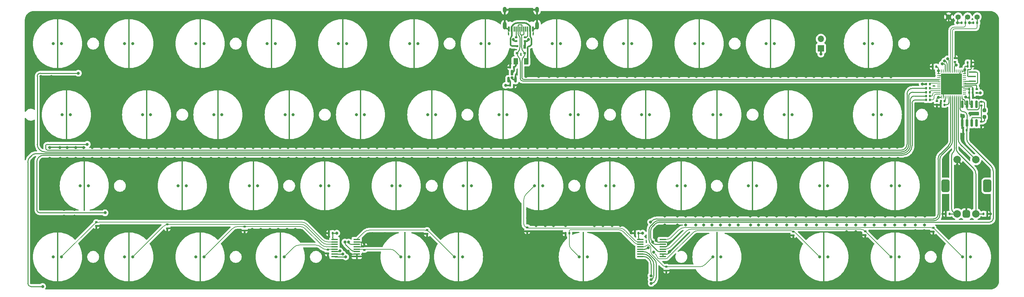
<source format=gbr>
%TF.GenerationSoftware,KiCad,Pcbnew,8.0.8*%
%TF.CreationDate,2025-02-20T20:20:05+01:00*%
%TF.ProjectId,oceanographer EC,6f636561-6e6f-4677-9261-706865722045,rev?*%
%TF.SameCoordinates,Original*%
%TF.FileFunction,Copper,L4,Bot*%
%TF.FilePolarity,Positive*%
%FSLAX46Y46*%
G04 Gerber Fmt 4.6, Leading zero omitted, Abs format (unit mm)*
G04 Created by KiCad (PCBNEW 8.0.8) date 2025-02-20 20:20:05*
%MOMM*%
%LPD*%
G01*
G04 APERTURE LIST*
G04 Aperture macros list*
%AMRoundRect*
0 Rectangle with rounded corners*
0 $1 Rounding radius*
0 $2 $3 $4 $5 $6 $7 $8 $9 X,Y pos of 4 corners*
0 Add a 4 corners polygon primitive as box body*
4,1,4,$2,$3,$4,$5,$6,$7,$8,$9,$2,$3,0*
0 Add four circle primitives for the rounded corners*
1,1,$1+$1,$2,$3*
1,1,$1+$1,$4,$5*
1,1,$1+$1,$6,$7*
1,1,$1+$1,$8,$9*
0 Add four rect primitives between the rounded corners*
20,1,$1+$1,$2,$3,$4,$5,0*
20,1,$1+$1,$4,$5,$6,$7,0*
20,1,$1+$1,$6,$7,$8,$9,0*
20,1,$1+$1,$8,$9,$2,$3,0*%
%AMFreePoly0*
4,1,21,0.111114,6.666294,0.166294,6.611114,0.196157,6.539018,0.200000,6.500000,0.200000,-6.500000,0.196157,-6.539018,0.166294,-6.611114,0.111114,-6.666294,0.039018,-6.696157,-0.039018,-6.696157,-0.111114,-6.666294,-0.166294,-6.611114,-0.196157,-6.539018,-0.200000,-6.500000,-0.200000,6.500000,-0.196157,6.539018,-0.166294,6.611114,-0.111114,6.666294,-0.039018,6.696157,0.039018,6.696157,
0.111114,6.666294,0.111114,6.666294,$1*%
G04 Aperture macros list end*
%TA.AperFunction,SMDPad,CuDef*%
%ADD10FreePoly0,0.000000*%
%TD*%
%TA.AperFunction,SMDPad,CuDef*%
%ADD11FreePoly0,180.000000*%
%TD*%
%TA.AperFunction,ComponentPad*%
%ADD12C,2.000000*%
%TD*%
%TA.AperFunction,ComponentPad*%
%ADD13RoundRect,0.500000X0.500000X-0.500000X0.500000X0.500000X-0.500000X0.500000X-0.500000X-0.500000X0*%
%TD*%
%TA.AperFunction,ComponentPad*%
%ADD14RoundRect,0.550000X0.550000X-1.150000X0.550000X1.150000X-0.550000X1.150000X-0.550000X-1.150000X0*%
%TD*%
%TA.AperFunction,ComponentPad*%
%ADD15C,1.397000*%
%TD*%
%TA.AperFunction,SMDPad,CuDef*%
%ADD16RoundRect,0.140000X-0.140000X-0.170000X0.140000X-0.170000X0.140000X0.170000X-0.140000X0.170000X0*%
%TD*%
%TA.AperFunction,SMDPad,CuDef*%
%ADD17RoundRect,0.135000X0.135000X0.185000X-0.135000X0.185000X-0.135000X-0.185000X0.135000X-0.185000X0*%
%TD*%
%TA.AperFunction,SMDPad,CuDef*%
%ADD18RoundRect,0.135000X-0.185000X0.135000X-0.185000X-0.135000X0.185000X-0.135000X0.185000X0.135000X0*%
%TD*%
%TA.AperFunction,SMDPad,CuDef*%
%ADD19RoundRect,0.062500X0.375000X0.062500X-0.375000X0.062500X-0.375000X-0.062500X0.375000X-0.062500X0*%
%TD*%
%TA.AperFunction,SMDPad,CuDef*%
%ADD20RoundRect,0.062500X0.062500X0.375000X-0.062500X0.375000X-0.062500X-0.375000X0.062500X-0.375000X0*%
%TD*%
%TA.AperFunction,SMDPad,CuDef*%
%ADD21R,5.600000X5.600000*%
%TD*%
%TA.AperFunction,SMDPad,CuDef*%
%ADD22R,1.778000X0.419100*%
%TD*%
%TA.AperFunction,SMDPad,CuDef*%
%ADD23RoundRect,0.135000X-0.135000X-0.185000X0.135000X-0.185000X0.135000X0.185000X-0.135000X0.185000X0*%
%TD*%
%TA.AperFunction,SMDPad,CuDef*%
%ADD24RoundRect,0.135000X0.185000X-0.135000X0.185000X0.135000X-0.185000X0.135000X-0.185000X-0.135000X0*%
%TD*%
%TA.AperFunction,SMDPad,CuDef*%
%ADD25RoundRect,0.140000X0.140000X0.170000X-0.140000X0.170000X-0.140000X-0.170000X0.140000X-0.170000X0*%
%TD*%
%TA.AperFunction,SMDPad,CuDef*%
%ADD26RoundRect,0.250000X0.375000X0.625000X-0.375000X0.625000X-0.375000X-0.625000X0.375000X-0.625000X0*%
%TD*%
%TA.AperFunction,ComponentPad*%
%ADD27R,1.700000X1.700000*%
%TD*%
%TA.AperFunction,ComponentPad*%
%ADD28O,1.700000X1.700000*%
%TD*%
%TA.AperFunction,SMDPad,CuDef*%
%ADD29RoundRect,0.140000X-0.170000X0.140000X-0.170000X-0.140000X0.170000X-0.140000X0.170000X0.140000X0*%
%TD*%
%TA.AperFunction,SMDPad,CuDef*%
%ADD30RoundRect,0.150000X0.150000X-0.587500X0.150000X0.587500X-0.150000X0.587500X-0.150000X-0.587500X0*%
%TD*%
%TA.AperFunction,SMDPad,CuDef*%
%ADD31RoundRect,0.150000X0.150000X-0.825000X0.150000X0.825000X-0.150000X0.825000X-0.150000X-0.825000X0*%
%TD*%
%TA.AperFunction,SMDPad,CuDef*%
%ADD32RoundRect,0.237500X-0.237500X0.250000X-0.237500X-0.250000X0.237500X-0.250000X0.237500X0.250000X0*%
%TD*%
%TA.AperFunction,SMDPad,CuDef*%
%ADD33R,0.600000X1.450000*%
%TD*%
%TA.AperFunction,SMDPad,CuDef*%
%ADD34R,0.300000X1.450000*%
%TD*%
%TA.AperFunction,ComponentPad*%
%ADD35O,1.000000X1.600000*%
%TD*%
%TA.AperFunction,ComponentPad*%
%ADD36O,1.000000X2.100000*%
%TD*%
%TA.AperFunction,SMDPad,CuDef*%
%ADD37R,0.700000X1.000000*%
%TD*%
%TA.AperFunction,SMDPad,CuDef*%
%ADD38R,0.700000X0.600000*%
%TD*%
%TA.AperFunction,SMDPad,CuDef*%
%ADD39R,1.900000X0.400000*%
%TD*%
%TA.AperFunction,ViaPad*%
%ADD40C,0.800000*%
%TD*%
%TA.AperFunction,Conductor*%
%ADD41C,0.250000*%
%TD*%
%TA.AperFunction,Conductor*%
%ADD42C,0.381000*%
%TD*%
%TA.AperFunction,Conductor*%
%ADD43C,0.500000*%
%TD*%
%TA.AperFunction,Conductor*%
%ADD44C,0.200000*%
%TD*%
G04 APERTURE END LIST*
D10*
%TO.P,SW_EC24,3,SG*%
%TO.N,GND*%
X246062500Y-70643750D03*
%TD*%
%TO.P,SW_EC28,3,SG*%
%TO.N,GND*%
X98425000Y-89693750D03*
%TD*%
%TO.P,SW_EC47,3,SG*%
%TO.N,GND*%
X269875000Y-108743750D03*
%TD*%
D11*
%TO.P,SW_EC37,3,SG*%
%TO.N,GND*%
X26987500Y-108743750D03*
%TD*%
D10*
%TO.P,SW_EC26,3,SG*%
%TO.N,GND*%
X60325000Y-89693750D03*
%TD*%
%TO.P,SW_EC4,3,SG*%
%TO.N,GND*%
X84137500Y-51593750D03*
%TD*%
%TO.P,SW_EC6,3,SG*%
%TO.N,GND*%
X122237500Y-51593750D03*
%TD*%
%TO.P,SW_EC12,3,SG*%
%TO.N,GND*%
X243681250Y-51593750D03*
%TD*%
%TO.P,SW_EC19,3,SG*%
%TO.N,GND*%
X146050000Y-70643750D03*
%TD*%
%TO.P,SW_EC11,3,SG*%
%TO.N,GND*%
X217487500Y-51593750D03*
%TD*%
%TO.P,SW_EC18,3,SG*%
%TO.N,GND*%
X127000000Y-70643750D03*
%TD*%
%TO.P,SW_EC46,3,SG*%
%TO.N,GND*%
X250825000Y-108743750D03*
%TD*%
D11*
%TO.P,SW_EC38,3,SG*%
%TO.N,GND*%
X46037500Y-108743750D03*
%TD*%
D10*
%TO.P,SW_EC27,3,SG*%
%TO.N,GND*%
X79375000Y-89693750D03*
%TD*%
%TO.P,SW_EC29,3,SG*%
%TO.N,GND*%
X117475000Y-89693750D03*
%TD*%
%TO.P,SW_EC16,3,SG*%
%TO.N,GND*%
X88900000Y-70643750D03*
%TD*%
%TO.P,SW_EC17,3,SG*%
%TO.N,GND*%
X107950000Y-70643750D03*
%TD*%
%TO.P,SW_EC8,3,SG*%
%TO.N,GND*%
X160337500Y-51593750D03*
%TD*%
%TO.P,SW_EC10,3,SG*%
%TO.N,GND*%
X198437500Y-51593750D03*
%TD*%
%TO.P,SW_EC25,3,SG*%
%TO.N,GND*%
X34131250Y-89693750D03*
%TD*%
%TO.P,SW_EC7,3,SG*%
%TO.N,GND*%
X141287500Y-51593750D03*
%TD*%
%TO.P,SW_EC33,3,SG*%
%TO.N,GND*%
X193675000Y-89693750D03*
%TD*%
%TO.P,SW_EC34,3,SG*%
%TO.N,GND*%
X212725000Y-89693750D03*
%TD*%
%TO.P,SW_EC2,3,SG*%
%TO.N,GND*%
X46037500Y-51593750D03*
%TD*%
D11*
%TO.P,SW_EC40,3,SG*%
%TO.N,GND*%
X86518750Y-108743750D03*
%TD*%
D10*
%TO.P,SW_EC21,3,SG*%
%TO.N,GND*%
X184150000Y-70643750D03*
%TD*%
%TO.P,SW_EC45,3,SG*%
%TO.N,GND*%
X231775000Y-108743750D03*
%TD*%
%TO.P,SW_EC41,3,SG*%
%TO.N,GND*%
X119856250Y-108743750D03*
%TD*%
%TO.P,SW_EC44,3,SG*%
%TO.N,GND*%
X203200000Y-108743750D03*
%TD*%
%TO.P,SW_EC15,3,SG*%
%TO.N,GND*%
X69850000Y-70643750D03*
%TD*%
%TO.P,SW_EC20,3,SG*%
%TO.N,GND*%
X165100000Y-70643750D03*
%TD*%
D12*
%TO.P,SW2,A,A*%
%TO.N,EncA*%
X267375000Y-97193750D03*
%TO.P,SW2,B,B*%
%TO.N,EncB*%
X272375000Y-97193750D03*
D13*
%TO.P,SW2,C,C*%
%TO.N,GND*%
X269875000Y-97193750D03*
D14*
%TO.P,SW2,MP*%
%TO.N,N/C*%
X264275000Y-89693750D03*
X275475000Y-89693750D03*
D12*
%TO.P,SW2,S1,S1*%
%TO.N,KNOB_SW*%
X272375000Y-82693750D03*
%TO.P,SW2,S2,S2*%
%TO.N,GND*%
X267375000Y-82693750D03*
%TD*%
D10*
%TO.P,SW_EC30,3,SG*%
%TO.N,GND*%
X136525000Y-89693750D03*
%TD*%
%TO.P,SW_EC3,3,SG*%
%TO.N,GND*%
X65087500Y-51593750D03*
%TD*%
%TO.P,SW_EC5,3,SG*%
%TO.N,GND*%
X103187500Y-51593750D03*
%TD*%
%TO.P,SW_EC43,3,SG*%
%TO.N,GND*%
X167481250Y-108743750D03*
%TD*%
%TO.P,SW_EC31,3,SG*%
%TO.N,GND*%
X155575000Y-89693750D03*
%TD*%
%TO.P,SW_EC32,3,SG*%
%TO.N,GND*%
X174625000Y-89693750D03*
%TD*%
D11*
%TO.P,SW_EC36,3,SG*%
%TO.N,GND*%
X231775000Y-89693750D03*
%TD*%
%TO.P,SW_EC39,3,SG*%
%TO.N,GND*%
X65087500Y-108743750D03*
%TD*%
D10*
%TO.P,SW_EC22,3,SG*%
%TO.N,GND*%
X203200000Y-70643750D03*
%TD*%
%TO.P,SW_EC13,3,SG*%
%TO.N,GND*%
X29368750Y-70643750D03*
%TD*%
%TO.P,SW_EC14,3,SG*%
%TO.N,GND*%
X50800000Y-70643750D03*
%TD*%
%TO.P,SW_EC9,3,SG*%
%TO.N,GND*%
X179387500Y-51593750D03*
%TD*%
%TO.P,SW_EC42,3,SG*%
%TO.N,GND*%
X134143750Y-108743750D03*
%TD*%
%TO.P,SW_EC23,3,SG*%
%TO.N,GND*%
X222250000Y-70643750D03*
%TD*%
%TO.P,SW_EC1,3,SG*%
%TO.N,GND*%
X26987500Y-51593750D03*
%TD*%
D11*
%TO.P,SW_EC35,3,SG*%
%TO.N,GND*%
X250825000Y-89693750D03*
%TD*%
D15*
%TO.P,OL1,1,SDA*%
%TO.N,SDA*%
X272742500Y-44450000D03*
%TO.P,OL1,2,SCL*%
%TO.N,SCL*%
X270202500Y-44450000D03*
%TO.P,OL1,3,VCC*%
%TO.N,VBAT*%
X267662500Y-44450000D03*
%TO.P,OL1,4,GND*%
%TO.N,GND*%
X265122500Y-44450000D03*
%TD*%
D16*
%TO.P,C6,1*%
%TO.N,VBAT*%
X270622513Y-64724252D03*
%TO.P,C6,2*%
%TO.N,GND*%
X271582513Y-64724252D03*
%TD*%
D17*
%TO.P,R1,1*%
%TO.N,Net-(U1-PA10)*%
X260123426Y-62443536D03*
%TO.P,R1,2*%
%TO.N,VBAT*%
X259103426Y-62443536D03*
%TD*%
D18*
%TO.P,R12,1*%
%TO.N,COL1*%
X56356250Y-100062500D03*
%TO.P,R12,2*%
%TO.N,GND*%
X56356250Y-101082500D03*
%TD*%
D16*
%TO.P,C2,1*%
%TO.N,VBAT*%
X270188750Y-57662500D03*
%TO.P,C2,2*%
%TO.N,GND*%
X271148750Y-57662500D03*
%TD*%
D19*
%TO.P,U1,1,VBAT*%
%TO.N,VBAT*%
X269343750Y-59675000D03*
%TO.P,U1,2,PC13*%
%TO.N,unconnected-(U1-PC13-Pad2)*%
X269343750Y-60175000D03*
%TO.P,U1,3,PC14*%
%TO.N,unconnected-(U1-PC14-Pad3)*%
X269343750Y-60675000D03*
%TO.P,U1,4,PC15*%
%TO.N,unconnected-(U1-PC15-Pad4)*%
X269343750Y-61175000D03*
%TO.P,U1,5,PH0*%
%TO.N,XTAL0*%
X269343750Y-61675000D03*
%TO.P,U1,6,PH1*%
%TO.N,XTAL1*%
X269343750Y-62175000D03*
%TO.P,U1,7,NRST*%
%TO.N,NRST*%
X269343750Y-62675000D03*
%TO.P,U1,8,VSSA*%
%TO.N,GND*%
X269343750Y-63175000D03*
%TO.P,U1,9,VREF+*%
%TO.N,VBAT*%
X269343750Y-63675000D03*
%TO.P,U1,10,PA0*%
%TO.N,unconnected-(U1-PA0-Pad10)*%
X269343750Y-64175000D03*
%TO.P,U1,11,PA1*%
%TO.N,unconnected-(U1-PA1-Pad11)*%
X269343750Y-64675000D03*
%TO.P,U1,12,PA2*%
%TO.N,unconnected-(U1-PA2-Pad12)*%
X269343750Y-65175000D03*
D20*
%TO.P,U1,13,PA3*%
%TO.N,ADC*%
X268656250Y-65862500D03*
%TO.P,U1,14,PA4*%
%TO.N,APLEX_OUT_PIN_0*%
X268156250Y-65862500D03*
%TO.P,U1,15,PA5*%
%TO.N,KNOB_SW*%
X267656250Y-65862500D03*
%TO.P,U1,16,PA6*%
%TO.N,EncB*%
X267156250Y-65862500D03*
%TO.P,U1,17,PA7*%
%TO.N,EncA*%
X266656250Y-65862500D03*
%TO.P,U1,18,PB0*%
%TO.N,APLEX_EN_PIN_1*%
X266156250Y-65862500D03*
%TO.P,U1,19,PB1*%
%TO.N,APLEX_EN_PIN_0*%
X265656250Y-65862500D03*
%TO.P,U1,20,PB2*%
%TO.N,BOOT1*%
X265156250Y-65862500D03*
%TO.P,U1,21,PB10*%
%TO.N,unconnected-(U1-PB10-Pad21)*%
X264656250Y-65862500D03*
%TO.P,U1,22,VCAP1*%
%TO.N,Net-(U1-VCAP1)*%
X264156250Y-65862500D03*
%TO.P,U1,23,VSS*%
%TO.N,GND*%
X263656250Y-65862500D03*
%TO.P,U1,24,VDD*%
%TO.N,VBAT*%
X263156250Y-65862500D03*
D19*
%TO.P,U1,25,PB12*%
%TO.N,Net-(U1-PB12)*%
X262468750Y-65175000D03*
%TO.P,U1,26,PB13*%
%TO.N,Net-(U1-PB13)*%
X262468750Y-64675000D03*
%TO.P,U1,27,PB14*%
%TO.N,Net-(U1-PB14)*%
X262468750Y-64175000D03*
%TO.P,U1,28,PB15*%
%TO.N,Net-(U1-PB15)*%
X262468750Y-63675000D03*
%TO.P,U1,29,PA8*%
%TO.N,unconnected-(U1-PA8-Pad29)*%
X262468750Y-63175000D03*
%TO.P,U1,30,PA9*%
%TO.N,unconnected-(U1-PA9-Pad30)*%
X262468750Y-62675000D03*
%TO.P,U1,31,PA10*%
%TO.N,Net-(U1-PA10)*%
X262468750Y-62175000D03*
%TO.P,U1,32,PA11*%
%TO.N,D-*%
X262468750Y-61675000D03*
%TO.P,U1,33,PA12*%
%TO.N,D+*%
X262468750Y-61175000D03*
%TO.P,U1,34,PA13*%
%TO.N,SWDIO*%
X262468750Y-60675000D03*
%TO.P,U1,35,VSS*%
%TO.N,GND*%
X262468750Y-60175000D03*
%TO.P,U1,36,VDD*%
%TO.N,VBAT*%
X262468750Y-59675000D03*
D20*
%TO.P,U1,37,PA14*%
%TO.N,SWCLK*%
X263156250Y-58987500D03*
%TO.P,U1,38,PA15*%
%TO.N,unconnected-(U1-PA15-Pad38)*%
X263656250Y-58987500D03*
%TO.P,U1,39,PB3*%
%TO.N,AMUX_SEL_0*%
X264156250Y-58987500D03*
%TO.P,U1,40,PB4*%
%TO.N,AMUX_SEL_1*%
X264656250Y-58987500D03*
%TO.P,U1,41,PB5*%
%TO.N,AMUX_SEL_2*%
X265156250Y-58987500D03*
%TO.P,U1,42,PB6*%
%TO.N,SCL*%
X265656250Y-58987500D03*
%TO.P,U1,43,PB7*%
%TO.N,SDA*%
X266156250Y-58987500D03*
%TO.P,U1,44,BOOT0*%
%TO.N,BOOT0*%
X266656250Y-58987500D03*
%TO.P,U1,45,PB8*%
%TO.N,unconnected-(U1-PB8-Pad45)*%
X267156250Y-58987500D03*
%TO.P,U1,46,PB9*%
%TO.N,unconnected-(U1-PB9-Pad46)*%
X267656250Y-58987500D03*
%TO.P,U1,47,VSS*%
%TO.N,GND*%
X268156250Y-58987500D03*
%TO.P,U1,48,VDD*%
%TO.N,VBAT*%
X268656250Y-58987500D03*
D21*
%TO.P,U1,49,VSS*%
%TO.N,GND*%
X265906250Y-62425000D03*
%TD*%
D22*
%TO.P,U5,1,A4*%
%TO.N,COL11*%
X188711840Y-104089200D03*
%TO.P,U5,2,A6*%
%TO.N,GND*%
X188711840Y-104739440D03*
%TO.P,U5,3,A*%
%TO.N,APLEX_OUT_PIN_0*%
X188711840Y-105389680D03*
%TO.P,U5,4,A7*%
%TO.N,GND*%
X188711840Y-106039920D03*
%TO.P,U5,5,A5*%
%TO.N,COL10*%
X188711840Y-106685080D03*
%TO.P,U5,6,~{E}*%
%TO.N,APLEX_EN_PIN_1*%
X188711840Y-107335320D03*
%TO.P,U5,7,VEE*%
%TO.N,GND*%
X188711840Y-107985560D03*
%TO.P,U5,8,GND*%
X188711840Y-108635800D03*
%TO.P,U5,9,S2*%
%TO.N,AMUX_SEL_2*%
X182763160Y-108635800D03*
%TO.P,U5,10,S1*%
%TO.N,AMUX_SEL_1*%
X182763160Y-107985560D03*
%TO.P,U5,11,S0*%
%TO.N,AMUX_SEL_0*%
X182763160Y-107335320D03*
%TO.P,U5,12,A3*%
%TO.N,COL9*%
X182763160Y-106685080D03*
%TO.P,U5,13,A0*%
%TO.N,COL8*%
X182763160Y-106039920D03*
%TO.P,U5,14,A1*%
%TO.N,COL7*%
X182763160Y-105389680D03*
%TO.P,U5,15,A2*%
%TO.N,COL6*%
X182763160Y-104739440D03*
%TO.P,U5,16,VCC*%
%TO.N,VBAT*%
X182763160Y-104089200D03*
%TD*%
D23*
%TO.P,R4,1*%
%TO.N,ROW0*%
X259103426Y-64606109D03*
%TO.P,R4,2*%
%TO.N,Net-(U1-PB14)*%
X260123426Y-64606109D03*
%TD*%
D17*
%TO.P,R17,1*%
%TO.N,SCL*%
X269591250Y-46037500D03*
%TO.P,R17,2*%
%TO.N,VBAT*%
X268571250Y-46037500D03*
%TD*%
%TO.P,R2,1*%
%TO.N,Net-(U1-PB12)*%
X260123426Y-66701925D03*
%TO.P,R2,2*%
%TO.N,ROW2*%
X259103426Y-66701925D03*
%TD*%
D24*
%TO.P,R7,1*%
%TO.N,VBAT*%
X272616759Y-64764304D03*
%TO.P,R7,2*%
%TO.N,NRST*%
X272616759Y-63744304D03*
%TD*%
D23*
%TO.P,R8,1*%
%TO.N,GND*%
X263021704Y-67981250D03*
%TO.P,R8,2*%
%TO.N,BOOT1*%
X264041704Y-67981250D03*
%TD*%
D16*
%TO.P,C9,1*%
%TO.N,VBAT*%
X147951250Y-62795007D03*
%TO.P,C9,2*%
%TO.N,GND*%
X148911250Y-62795007D03*
%TD*%
D18*
%TO.P,R19,1*%
%TO.N,COL8*%
X189706250Y-111408750D03*
%TO.P,R19,2*%
%TO.N,GND*%
X189706250Y-112428750D03*
%TD*%
%TO.P,R23,1*%
%TO.N,COL10*%
X242832727Y-101870075D03*
%TO.P,R23,2*%
%TO.N,GND*%
X242832727Y-102890075D03*
%TD*%
%TO.P,R21,1*%
%TO.N,COL6*%
X152489007Y-100833403D03*
%TO.P,R21,2*%
%TO.N,GND*%
X152489007Y-101853403D03*
%TD*%
D25*
%TO.P,C8,1*%
%TO.N,+5V*%
X148911250Y-57943750D03*
%TO.P,C8,2*%
%TO.N,GND*%
X147951250Y-57943750D03*
%TD*%
D18*
%TO.P,R13,1*%
%TO.N,COL0*%
X37349771Y-99442575D03*
%TO.P,R13,2*%
%TO.N,GND*%
X37349771Y-100462575D03*
%TD*%
D16*
%TO.P,C7,1*%
%TO.N,VBAT*%
X270623981Y-63783431D03*
%TO.P,C7,2*%
%TO.N,GND*%
X271583981Y-63783431D03*
%TD*%
%TO.P,C13,1*%
%TO.N,GND*%
X181288750Y-102393750D03*
%TO.P,C13,2*%
%TO.N,VBAT*%
X182248750Y-102393750D03*
%TD*%
D26*
%TO.P,F_USBC1,1*%
%TO.N,VCC*%
X152212500Y-56356250D03*
%TO.P,F_USBC1,2*%
%TO.N,+5V*%
X149412500Y-56356250D03*
%TD*%
D27*
%TO.P,SW1,1,A*%
%TO.N,VBAT*%
X230981250Y-52868750D03*
D28*
%TO.P,SW1,2,B*%
%TO.N,BOOT0*%
X230981250Y-50328750D03*
%TD*%
D18*
%TO.P,R25,1*%
%TO.N,Net-(JP1-B)*%
X273843750Y-72517500D03*
%TO.P,R25,2*%
%TO.N,GND*%
X273843750Y-73537500D03*
%TD*%
%TO.P,R9,1*%
%TO.N,Net-(USB1-CC2)*%
X151880851Y-49864394D03*
%TO.P,R9,2*%
%TO.N,GND*%
X151880851Y-50884394D03*
%TD*%
D17*
%TO.P,R16,1*%
%TO.N,SDA*%
X272766250Y-46037500D03*
%TO.P,R16,2*%
%TO.N,VBAT*%
X271746250Y-46037500D03*
%TD*%
D16*
%TO.P,C11,1*%
%TO.N,EncB*%
X274455518Y-97212614D03*
%TO.P,C11,2*%
%TO.N,GND*%
X275415518Y-97212614D03*
%TD*%
D29*
%TO.P,C3,1*%
%TO.N,VBAT*%
X261958130Y-67016434D03*
%TO.P,C3,2*%
%TO.N,GND*%
X261958130Y-67976434D03*
%TD*%
D30*
%TO.P,U2,1,GND*%
%TO.N,GND*%
X149381250Y-61262500D03*
%TO.P,U2,2,VO*%
%TO.N,VBAT*%
X147481250Y-61262500D03*
%TO.P,U2,3,VI*%
%TO.N,+5V*%
X148431250Y-59387500D03*
%TD*%
D25*
%TO.P,C4,1*%
%TO.N,VBAT*%
X261819951Y-57765772D03*
%TO.P,C4,2*%
%TO.N,GND*%
X260859951Y-57765772D03*
%TD*%
%TO.P,C12,1*%
%TO.N,EncA*%
X265343805Y-97212614D03*
%TO.P,C12,2*%
%TO.N,GND*%
X264383805Y-97212614D03*
%TD*%
D31*
%TO.P,U6,1*%
%TO.N,N/C*%
X272573750Y-72837500D03*
%TO.P,U6,2,IN-*%
%TO.N,Net-(JP1-B)*%
X271303750Y-72837500D03*
%TO.P,U6,3,IN+*%
%TO.N,APLEX_OUT_PIN_0*%
X270033750Y-72837500D03*
%TO.P,U6,4,V-*%
%TO.N,GND*%
X268763750Y-72837500D03*
%TO.P,U6,5*%
%TO.N,N/C*%
X268763750Y-67887500D03*
%TO.P,U6,6,OUT*%
%TO.N,ADC*%
X270033750Y-67887500D03*
%TO.P,U6,7,V+*%
%TO.N,VBAT*%
X271303750Y-67887500D03*
%TO.P,U6,8*%
%TO.N,N/C*%
X272573750Y-67887500D03*
%TD*%
D16*
%TO.P,C14,1*%
%TO.N,GND*%
X268988631Y-74769963D03*
%TO.P,C14,2*%
%TO.N,APLEX_OUT_PIN_0*%
X269948631Y-74769963D03*
%TD*%
D18*
%TO.P,R26,1*%
%TO.N,COL11*%
X261013719Y-100970265D03*
%TO.P,R26,2*%
%TO.N,GND*%
X261013719Y-101990265D03*
%TD*%
D32*
%TO.P,JP1,1,A*%
%TO.N,ADC*%
X274637500Y-69450000D03*
%TO.P,JP1,2,B*%
%TO.N,Net-(JP1-B)*%
X274637500Y-71275000D03*
%TD*%
D18*
%TO.P,R22,1*%
%TO.N,COL9*%
X223639054Y-101941694D03*
%TO.P,R22,2*%
%TO.N,GND*%
X223639054Y-102961694D03*
%TD*%
D33*
%TO.P,USB1,1,GND*%
%TO.N,GND*%
X147587500Y-47660000D03*
%TO.P,USB1,2,VBUS*%
%TO.N,VCC*%
X148362500Y-47660000D03*
D34*
%TO.P,USB1,3,SBU2*%
%TO.N,unconnected-(USB1-SBU2-Pad3)*%
X149062500Y-47660000D03*
%TO.P,USB1,4,CC1*%
%TO.N,Net-(USB1-CC1)*%
X149562500Y-47660000D03*
%TO.P,USB1,5,DN2*%
%TO.N,D-*%
X150062500Y-47660000D03*
%TO.P,USB1,6,DP1*%
%TO.N,D+*%
X150562500Y-47660000D03*
%TO.P,USB1,7,DN1*%
%TO.N,D-*%
X151062500Y-47660000D03*
%TO.P,USB1,8,DP2*%
%TO.N,D+*%
X151562500Y-47660000D03*
%TO.P,USB1,9,SBU1*%
%TO.N,unconnected-(USB1-SBU1-Pad9)*%
X152062500Y-47660000D03*
%TO.P,USB1,10,CC2*%
%TO.N,Net-(USB1-CC2)*%
X152562500Y-47660000D03*
D33*
%TO.P,USB1,11,VBUS*%
%TO.N,VCC*%
X153262500Y-47660000D03*
%TO.P,USB1,12,GND*%
%TO.N,GND*%
X154037500Y-47660000D03*
D35*
%TO.P,USB1,13,SHIELD*%
X146492500Y-42565000D03*
D36*
X146492500Y-46745000D03*
D35*
X155132500Y-42565000D03*
D36*
X155132500Y-46745000D03*
%TD*%
D18*
%TO.P,R11,1*%
%TO.N,COL2*%
X76993750Y-100654803D03*
%TO.P,R11,2*%
%TO.N,GND*%
X76993750Y-101674803D03*
%TD*%
D23*
%TO.P,R5,1*%
%TO.N,ROW1*%
X259103426Y-63556231D03*
%TO.P,R5,2*%
%TO.N,Net-(U1-PB15)*%
X260123426Y-63556231D03*
%TD*%
D37*
%TO.P,D1,1,GND*%
%TO.N,GND*%
X151812500Y-52431250D03*
D38*
%TO.P,D1,2,I/O1*%
%TO.N,D+*%
X151812500Y-54131250D03*
%TO.P,D1,3,I/O2*%
%TO.N,D-*%
X149812500Y-54131250D03*
%TO.P,D1,4,VCC*%
%TO.N,VCC*%
X149812500Y-52231250D03*
%TD*%
D16*
%TO.P,C10,1*%
%TO.N,GND*%
X99532500Y-102393750D03*
%TO.P,C10,2*%
%TO.N,VBAT*%
X100492500Y-102393750D03*
%TD*%
%TO.P,C15,1*%
%TO.N,VBAT*%
X270635746Y-66082656D03*
%TO.P,C15,2*%
%TO.N,GND*%
X271595746Y-66082656D03*
%TD*%
D25*
%TO.P,C1,1*%
%TO.N,Net-(U1-VCAP1)*%
X264005000Y-67006500D03*
%TO.P,C1,2*%
%TO.N,GND*%
X263045000Y-67006500D03*
%TD*%
D24*
%TO.P,R6,1*%
%TO.N,GND*%
X149563877Y-50923798D03*
%TO.P,R6,2*%
%TO.N,Net-(USB1-CC1)*%
X149563877Y-49903798D03*
%TD*%
D18*
%TO.P,R14,1*%
%TO.N,COL3*%
X99218750Y-106796975D03*
%TO.P,R14,2*%
%TO.N,GND*%
X99218750Y-107816975D03*
%TD*%
D16*
%TO.P,C5,1*%
%TO.N,VBAT*%
X270203691Y-56633145D03*
%TO.P,C5,2*%
%TO.N,GND*%
X271163691Y-56633145D03*
%TD*%
D24*
%TO.P,R24,1*%
%TO.N,Net-(JP1-B)*%
X273843750Y-68207500D03*
%TO.P,R24,2*%
%TO.N,ADC*%
X273843750Y-67187500D03*
%TD*%
%TO.P,R15,1*%
%TO.N,COL4*%
X108961023Y-106872499D03*
%TO.P,R15,2*%
%TO.N,GND*%
X108961023Y-105852499D03*
%TD*%
D17*
%TO.P,R20,1*%
%TO.N,COL7*%
X163738750Y-102393750D03*
%TO.P,R20,2*%
%TO.N,GND*%
X162718750Y-102393750D03*
%TD*%
D24*
%TO.P,R10,1*%
%TO.N,BOOT0*%
X266793750Y-56491250D03*
%TO.P,R10,2*%
%TO.N,GND*%
X266793750Y-55471250D03*
%TD*%
D39*
%TO.P,Y1,1,1*%
%TO.N,XTAL1*%
X271462500Y-59231250D03*
%TO.P,Y1,2,2*%
%TO.N,GND*%
X271462500Y-60431250D03*
%TO.P,Y1,3,3*%
%TO.N,XTAL0*%
X271462500Y-61631250D03*
%TD*%
D22*
%TO.P,U3,1,A4*%
%TO.N,COL5*%
X106955590Y-104089200D03*
%TO.P,U3,2,A6*%
%TO.N,GND*%
X106955590Y-104739440D03*
%TO.P,U3,3,A*%
%TO.N,APLEX_OUT_PIN_0*%
X106955590Y-105389680D03*
%TO.P,U3,4,A7*%
%TO.N,GND*%
X106955590Y-106039920D03*
%TO.P,U3,5,A5*%
%TO.N,COL4*%
X106955590Y-106685080D03*
%TO.P,U3,6,~{E}*%
%TO.N,APLEX_EN_PIN_0*%
X106955590Y-107335320D03*
%TO.P,U3,7,VEE*%
%TO.N,GND*%
X106955590Y-107985560D03*
%TO.P,U3,8,GND*%
X106955590Y-108635800D03*
%TO.P,U3,9,S2*%
%TO.N,AMUX_SEL_2*%
X101006910Y-108635800D03*
%TO.P,U3,10,S1*%
%TO.N,AMUX_SEL_1*%
X101006910Y-107985560D03*
%TO.P,U3,11,S0*%
%TO.N,AMUX_SEL_0*%
X101006910Y-107335320D03*
%TO.P,U3,12,A3*%
%TO.N,COL3*%
X101006910Y-106685080D03*
%TO.P,U3,13,A0*%
%TO.N,COL2*%
X101006910Y-106039920D03*
%TO.P,U3,14,A1*%
%TO.N,COL1*%
X101006910Y-105389680D03*
%TO.P,U3,15,A2*%
%TO.N,COL0*%
X101006910Y-104739440D03*
%TO.P,U3,16,VCC*%
%TO.N,VBAT*%
X101006910Y-104089200D03*
%TD*%
D18*
%TO.P,R18,1*%
%TO.N,COL5*%
X125752100Y-101560183D03*
%TO.P,R18,2*%
%TO.N,GND*%
X125752100Y-102580183D03*
%TD*%
D17*
%TO.P,R3,1*%
%TO.N,Net-(U1-PB13)*%
X260123426Y-65634562D03*
%TO.P,R3,2*%
%TO.N,ROW3*%
X259103426Y-65634562D03*
%TD*%
D40*
%TO.N,GND*%
X148809682Y-50505781D03*
X77049890Y-82300000D03*
X123711240Y-100338422D03*
X112352563Y-79435133D03*
X116729831Y-98295126D03*
X163183721Y-77643155D03*
X213518750Y-79435133D03*
X228256493Y-79435133D03*
X150345330Y-100338422D03*
X27682372Y-82300000D03*
X136615208Y-98295126D03*
X99218750Y-108826788D03*
X228277664Y-82300000D03*
X222134633Y-82300000D03*
X202039296Y-60385133D03*
X173868387Y-60409453D03*
X49072189Y-79435133D03*
X148214869Y-100338422D03*
X95844935Y-98295126D03*
X73790535Y-98295126D03*
X169797033Y-79435133D03*
X176625489Y-62681880D03*
X152587081Y-96062450D03*
X206098370Y-82300000D03*
X95591742Y-82300000D03*
X67924184Y-79435133D03*
X41567294Y-60409453D03*
X90530236Y-101375519D03*
X237834027Y-100188422D03*
X216407336Y-82300000D03*
X233627006Y-60409453D03*
X229050877Y-62681880D03*
X114506988Y-98295126D03*
X197631287Y-79435133D03*
X46286017Y-79435133D03*
X139472608Y-60409453D03*
X224266497Y-100188422D03*
X221780243Y-97827580D03*
X36271756Y-82300000D03*
X71262416Y-98295126D03*
X222250000Y-62706250D03*
X59287932Y-98295126D03*
X240308122Y-95916915D03*
X170444526Y-100338422D03*
X98723907Y-58490937D03*
X22535134Y-60409453D03*
X174474264Y-79435133D03*
X172744337Y-98295126D03*
X54909102Y-95915457D03*
X162724831Y-95862006D03*
X245037325Y-79435133D03*
X138112500Y-79435133D03*
X272242564Y-56634514D03*
X237834027Y-97826060D03*
X272616759Y-66084921D03*
X110060256Y-79435133D03*
X114489728Y-100338422D03*
X213192702Y-62681880D03*
X248072573Y-100188422D03*
X272256250Y-57662500D03*
X208864415Y-60385133D03*
X227001170Y-97827580D03*
X145992027Y-100338422D03*
X229760159Y-100188422D03*
X155192055Y-79435133D03*
X167540574Y-82300000D03*
X200786687Y-82300000D03*
X186025587Y-79435133D03*
X245096320Y-82300000D03*
X74569558Y-79435133D03*
X39687500Y-70643750D03*
X147952911Y-56918545D03*
X105037316Y-98295126D03*
X195731714Y-58490937D03*
X235264874Y-82300000D03*
X166098963Y-98295126D03*
X37388733Y-101442631D03*
X119022138Y-98295126D03*
X64034628Y-98295126D03*
X121700057Y-82300000D03*
X155261783Y-82300000D03*
X152192201Y-60409453D03*
X98540424Y-102278326D03*
X159543750Y-98295126D03*
X210862596Y-79435133D03*
X136609169Y-100338422D03*
X179124943Y-77602867D03*
X161863676Y-102396389D03*
X223629110Y-103804637D03*
X183802744Y-79435133D03*
X114806952Y-79435133D03*
X146050000Y-82300000D03*
X31856122Y-79433788D03*
X58280512Y-82300000D03*
X247121743Y-79435133D03*
X192957132Y-58490937D03*
X212150515Y-100188422D03*
X134392365Y-98295126D03*
X143584746Y-98295126D03*
X93109937Y-79435133D03*
X82255863Y-58490937D03*
X177421568Y-98295126D03*
X162806905Y-62681880D03*
X70054408Y-79435133D03*
X224535727Y-62681880D03*
X138901476Y-100338422D03*
X197502529Y-100188422D03*
X104693961Y-107237289D03*
X181691261Y-82300000D03*
X169832881Y-82300000D03*
X258626546Y-101707353D03*
X239842373Y-79435133D03*
X268995473Y-75803192D03*
X223952866Y-82300000D03*
X186012349Y-60397151D03*
X134386326Y-100338422D03*
X221811883Y-100188422D03*
X111156545Y-95963572D03*
X230710882Y-79435133D03*
X27642283Y-79435133D03*
X204079019Y-97831250D03*
X95564326Y-79435133D03*
X179255423Y-62681880D03*
X72277251Y-79435133D03*
X173898454Y-58490937D03*
X216535343Y-100188422D03*
X57065089Y-98295126D03*
X98067778Y-98295126D03*
X105709060Y-77723332D03*
X192606104Y-100188422D03*
X81686052Y-82300000D03*
X249295307Y-79435133D03*
X105709060Y-82300000D03*
X43830461Y-98295126D03*
X177006250Y-108743750D03*
X265906250Y-62425000D03*
X270762500Y-70268750D03*
X158362474Y-60409453D03*
X54934865Y-98295126D03*
X173850907Y-62681880D03*
X267375000Y-84137500D03*
X112712500Y-51593750D03*
X120380315Y-60409453D03*
X242772098Y-60422405D03*
X250809663Y-97826060D03*
X237834027Y-95916915D03*
X83736611Y-82300000D03*
X168229187Y-98295126D03*
X63313903Y-60409453D03*
X111148995Y-100338422D03*
X225965910Y-82300000D03*
X107843979Y-82300000D03*
X188303385Y-62681880D03*
X70080351Y-82300000D03*
X49052144Y-77643155D03*
X181410073Y-60397151D03*
X142875000Y-82300000D03*
X167421033Y-60397151D03*
X126112689Y-98295126D03*
X274637500Y-73537500D03*
X121488398Y-100338422D03*
X226981632Y-60409453D03*
X25309716Y-60409453D03*
X171936183Y-60397151D03*
X158385083Y-62681880D03*
X85914957Y-98295126D03*
X135731250Y-79435133D03*
X108939380Y-105061699D03*
X143668750Y-108743750D03*
X152801924Y-50482469D03*
X148431250Y-60724500D03*
X235301487Y-97826060D03*
X62916674Y-82300000D03*
X117475000Y-70643750D03*
X199563869Y-97831250D03*
X83716567Y-79435133D03*
X100200488Y-79435133D03*
X256322806Y-97826060D03*
X136728093Y-58490937D03*
X237869983Y-58490937D03*
X157956250Y-79435133D03*
X98022391Y-82300000D03*
X201786712Y-97831250D03*
X179110426Y-79435133D03*
X189261869Y-95986181D03*
X160337500Y-79435133D03*
X119431325Y-82300000D03*
X216265166Y-79435133D03*
X33979449Y-82300000D03*
X167504726Y-79435133D03*
X219933451Y-62681880D03*
X128587500Y-79435133D03*
X114480303Y-102437685D03*
X253429867Y-100188422D03*
X139502675Y-58490937D03*
X233635883Y-62673816D03*
X111177086Y-98295126D03*
X55836209Y-79435133D03*
X232437770Y-97826060D03*
X188317894Y-79435133D03*
X141355865Y-100338422D03*
X128607586Y-82300000D03*
X208756250Y-97831250D03*
X199632753Y-100188422D03*
X152192201Y-58490937D03*
X179129167Y-82300000D03*
X88622203Y-82300000D03*
X83716567Y-101367493D03*
X126115338Y-100361639D03*
X31888966Y-82300000D03*
X195453579Y-82300000D03*
X219049025Y-79435133D03*
X93714711Y-98295126D03*
X189258185Y-100188422D03*
X101438355Y-60409453D03*
X197643750Y-77602867D03*
X90845046Y-82300000D03*
X233005070Y-82300000D03*
X176887584Y-79435133D03*
X242780975Y-62686768D03*
X24867701Y-79435133D03*
X210770813Y-82300000D03*
X223741343Y-79435133D03*
X231438279Y-62681880D03*
X163171097Y-82300000D03*
X74595501Y-82300000D03*
X208735952Y-96019226D03*
X100227904Y-82300000D03*
X146050000Y-89693750D03*
X125981769Y-82300000D03*
X157938638Y-82300000D03*
X157320908Y-98295126D03*
X155594066Y-62706250D03*
X136698026Y-60409453D03*
X142875000Y-79435133D03*
X130968750Y-79435133D03*
X119443114Y-79435133D03*
X65149602Y-79435133D03*
X133350000Y-79435133D03*
X267779472Y-55489048D03*
X211136532Y-60409453D03*
X146092292Y-79435133D03*
X203182470Y-82300000D03*
X64047319Y-101062834D03*
X44341876Y-60409453D03*
X167409181Y-62681880D03*
X265112500Y-46037500D03*
X174534088Y-82300000D03*
X240623375Y-62673816D03*
X160595914Y-60397151D03*
X78969871Y-101367493D03*
X79481281Y-58490937D03*
X197716317Y-62681880D03*
X105707189Y-79435133D03*
X190527499Y-60397151D03*
X100360085Y-98295126D03*
X141361904Y-98295126D03*
X177414064Y-100338422D03*
X117605733Y-60409453D03*
X197599224Y-82300000D03*
X190595692Y-62681880D03*
X90519645Y-95955546D03*
X199816453Y-60385133D03*
X155575000Y-70643750D03*
X188316546Y-82300000D03*
X51310973Y-82300000D03*
X44341876Y-58490937D03*
X72303194Y-82300000D03*
X79481281Y-60409453D03*
X183882125Y-60397151D03*
X76200000Y-98295126D03*
X186920091Y-104361624D03*
X81237726Y-98295126D03*
X74561737Y-101800444D03*
X235593289Y-62668807D03*
X192908850Y-62681880D03*
X46277562Y-77643155D03*
X142895044Y-77591048D03*
X195683432Y-62681880D03*
X55562500Y-51593750D03*
X186080542Y-62681880D03*
X160584062Y-62681880D03*
X172287270Y-82300000D03*
X242064321Y-82300000D03*
X107450636Y-98295126D03*
X148204904Y-82300000D03*
X247369631Y-60441886D03*
X240308122Y-101995009D03*
X176923432Y-82300000D03*
X263543563Y-97206211D03*
X25339783Y-58490937D03*
X260863876Y-58790882D03*
X162818757Y-60397151D03*
X131984333Y-98295126D03*
X175198726Y-98295126D03*
X222286737Y-60409453D03*
X200818750Y-77602867D03*
X211126022Y-62681880D03*
X227110734Y-100188422D03*
X194832396Y-100188422D03*
X93662500Y-51593750D03*
X114795163Y-82300000D03*
X219050545Y-82300000D03*
X200818750Y-79435133D03*
X119034009Y-100338422D03*
X261031450Y-103208307D03*
X155587892Y-60409453D03*
X28758921Y-96043750D03*
X245064405Y-60422405D03*
X58290598Y-79435133D03*
X229111856Y-60409453D03*
X117545600Y-58490937D03*
X249661938Y-60441886D03*
X217710608Y-62681880D03*
X219143805Y-97827580D03*
X209056586Y-62681880D03*
X46053304Y-98295126D03*
X125753594Y-103540415D03*
X193675000Y-70643750D03*
X38717239Y-79435133D03*
X219144941Y-100188422D03*
X50800000Y-98295126D03*
X197433645Y-97831250D03*
X111139570Y-102437685D03*
X172251422Y-79435133D03*
X86318223Y-77679494D03*
X251577023Y-82300000D03*
X201855596Y-100188422D03*
X65151197Y-77669471D03*
X224247845Y-97801605D03*
X81262178Y-101367493D03*
X162729423Y-100338422D03*
X214265380Y-97831250D03*
X49052144Y-82300000D03*
X253473180Y-82300000D03*
X52645727Y-98295126D03*
X68683481Y-101062834D03*
X171924331Y-62681880D03*
X138907515Y-98295126D03*
X41700237Y-98295126D03*
X88328277Y-98295126D03*
X125947668Y-79435133D03*
X138184344Y-82300000D03*
X206533408Y-97831250D03*
X249291244Y-82300000D03*
X107950000Y-89693750D03*
X93137353Y-82300000D03*
X86464563Y-79435133D03*
X68670790Y-98295126D03*
X121476527Y-98295126D03*
X121665956Y-79435133D03*
X195408445Y-79435133D03*
X206115900Y-79435133D03*
X159547783Y-100338422D03*
X242076203Y-77569754D03*
X276296772Y-97202639D03*
X56356250Y-102393750D03*
X206764279Y-62681880D03*
X166104909Y-95862006D03*
X250721998Y-100188422D03*
X150355470Y-95968909D03*
X148220908Y-98295126D03*
X225964186Y-79435133D03*
X248160238Y-97826060D03*
X165281883Y-79435133D03*
X183950318Y-62681880D03*
X239901369Y-82300000D03*
X155617959Y-58490937D03*
X189706250Y-113506250D03*
X204147903Y-100188422D03*
X33970543Y-79435133D03*
X172736833Y-100338422D03*
X231334699Y-60409453D03*
X24907790Y-82300000D03*
X213550112Y-82300000D03*
X149991379Y-62795203D03*
X101498489Y-58490937D03*
X62926760Y-79435133D03*
X77023947Y-79435133D03*
X29596659Y-82300000D03*
X148222516Y-79435133D03*
X204511348Y-60385133D03*
X128579432Y-100338422D03*
X208858171Y-100188422D03*
X240644565Y-58490937D03*
X60500329Y-82300000D03*
X235347044Y-79435133D03*
X190772283Y-79435133D03*
X117264162Y-82300000D03*
X215489599Y-60409453D03*
X114536623Y-95963572D03*
X133370086Y-82300000D03*
X229749383Y-97826060D03*
X170452030Y-98295126D03*
X152574212Y-98295126D03*
X52619964Y-95915457D03*
X212725000Y-108743750D03*
X110066822Y-82300000D03*
X61580239Y-98295126D03*
X199939160Y-62681880D03*
X157324941Y-100338422D03*
X217781906Y-60409453D03*
X214312500Y-100188422D03*
X188235192Y-60397151D03*
X63253770Y-58490937D03*
X55826123Y-82300000D03*
X169632024Y-62681880D03*
X82255863Y-60409453D03*
X247161314Y-82300000D03*
X256235141Y-100188422D03*
X46277562Y-82300000D03*
X150351369Y-98295126D03*
X232933724Y-79435133D03*
X258652521Y-100188422D03*
X38726145Y-82300000D03*
X79246789Y-79435133D03*
X256209166Y-101702172D03*
X213266756Y-60409453D03*
X150427747Y-82300000D03*
X31520140Y-97831250D03*
X102425201Y-82300000D03*
X24859503Y-77563260D03*
X85939409Y-101367493D03*
X232468028Y-100188422D03*
X71261092Y-101052119D03*
X48345611Y-98295126D03*
X249670815Y-62706249D03*
X195701647Y-60409453D03*
X251395200Y-79382599D03*
X215593470Y-62681880D03*
X88594787Y-79435133D03*
X165278957Y-62681880D03*
X90551119Y-98295126D03*
X169643876Y-60397151D03*
X140493750Y-79435133D03*
X240308122Y-100188422D03*
X107837413Y-79435133D03*
X253517532Y-97826060D03*
X130988836Y-82300000D03*
X43353401Y-79435133D03*
X160269340Y-82300000D03*
X22565201Y-58490937D03*
X193096370Y-82300000D03*
X165317731Y-82300000D03*
X66270161Y-101062834D03*
X220156513Y-60409453D03*
X145998066Y-98295126D03*
X53533816Y-82300000D03*
X193019315Y-60385133D03*
X176642969Y-60409453D03*
X269081250Y-71156250D03*
X59300623Y-101062834D03*
X60513440Y-79435133D03*
X61592930Y-101062834D03*
X131986980Y-100338422D03*
X53543902Y-79435133D03*
X83692115Y-98295126D03*
X83736611Y-77691270D03*
X40948987Y-82300000D03*
X117029794Y-79435133D03*
X69850000Y-89693750D03*
X29563815Y-79433788D03*
X163151659Y-79435133D03*
X263021704Y-68891313D03*
X213262153Y-58583541D03*
X181478266Y-62681880D03*
X237537665Y-82300000D03*
X242063215Y-79435133D03*
X189253211Y-97830389D03*
X152489007Y-102930903D03*
X36262850Y-79435133D03*
X219063542Y-77637974D03*
X93726750Y-95955546D03*
X78945419Y-98295126D03*
X90817630Y-79435133D03*
X112364880Y-82300000D03*
X41567294Y-58490937D03*
X242773722Y-100188422D03*
X128590147Y-98295126D03*
X86318223Y-82300000D03*
X165290809Y-60397151D03*
X131970970Y-95936846D03*
X224509580Y-60409453D03*
X245228336Y-100188422D03*
X235584412Y-60404444D03*
X65191285Y-82300000D03*
X157956250Y-108743750D03*
X183801396Y-82300000D03*
X206641572Y-60385133D03*
X123699369Y-98295126D03*
X186024239Y-82300000D03*
X194828947Y-97831250D03*
X154870552Y-100338422D03*
X237885596Y-62668807D03*
X258740186Y-97826060D03*
X235273302Y-100188422D03*
X202411212Y-62681880D03*
X154866519Y-98295126D03*
X110331250Y-108743750D03*
X60539321Y-60409453D03*
X247378508Y-62706249D03*
X81660109Y-79435133D03*
X175191222Y-100338422D03*
X206602292Y-100188422D03*
X60479188Y-58490937D03*
X120320182Y-58490937D03*
X192606104Y-97831250D03*
X245531474Y-101940438D03*
X135937528Y-82300000D03*
X150445359Y-79435133D03*
X121672222Y-77370559D03*
X240614498Y-60409453D03*
X215479149Y-58651957D03*
X51321059Y-79435133D03*
X237876719Y-60404444D03*
X67925779Y-77651181D03*
X204541436Y-62681880D03*
X40940081Y-79435133D03*
X116741702Y-100338422D03*
X269875000Y-95250000D03*
X261961104Y-68870785D03*
X245073282Y-62686768D03*
X76983651Y-102533882D03*
X71240489Y-96011687D03*
X152737666Y-79435133D03*
X176673036Y-58490937D03*
X240308122Y-97826060D03*
X28745558Y-97849540D03*
X102425201Y-77723332D03*
X179187230Y-60397151D03*
X216507367Y-97801605D03*
X208408207Y-79435133D03*
X73818750Y-96011687D03*
X162724086Y-98295126D03*
X222003239Y-79435133D03*
X192995125Y-79435133D03*
X242861387Y-97826060D03*
X188912500Y-51593750D03*
X245539042Y-96054045D03*
X128590892Y-95936846D03*
X212135156Y-97831250D03*
X242832510Y-103732969D03*
X98663773Y-60409453D03*
X190778123Y-82300000D03*
X31533503Y-96025460D03*
X160369562Y-77643155D03*
X181672520Y-79435133D03*
X143578707Y-100338422D03*
X152720054Y-82300000D03*
X181670469Y-77628842D03*
X102423330Y-79435133D03*
X245316001Y-97826060D03*
X190586707Y-107282897D03*
X79375000Y-70643750D03*
X97787168Y-79435133D03*
X158392541Y-58490937D03*
X102814474Y-98295126D03*
X197686229Y-60385133D03*
X180278997Y-102296003D03*
X234156250Y-51593750D03*
X43362307Y-82300000D03*
X140513836Y-82300000D03*
X226758570Y-62681880D03*
X237834027Y-101995009D03*
X208390677Y-82300000D03*
X203200000Y-79435133D03*
X52689663Y-100596932D03*
X237569886Y-79435133D03*
X230758253Y-82300000D03*
X66257470Y-98295126D03*
X152192201Y-62706250D03*
X67965867Y-82300000D03*
X88352729Y-101367493D03*
%TO.N,VBAT*%
X273554192Y-64764304D03*
X269432273Y-58640356D03*
X146747686Y-62795006D03*
X258069839Y-62448165D03*
X183356250Y-102393750D03*
X262400101Y-66027718D03*
X270668750Y-46037500D03*
X230981250Y-54415051D03*
X267493750Y-46037500D03*
X101600000Y-102393750D03*
X269717848Y-65899500D03*
X262379059Y-58883908D03*
%TO.N,ROW3*%
X44918741Y-108730670D03*
X168547654Y-108741876D03*
X25868741Y-108730670D03*
X120922654Y-108741876D03*
X135210154Y-108741876D03*
X251891404Y-108741876D03*
X232841404Y-108741876D03*
X23018750Y-116681250D03*
X270941404Y-108741876D03*
X63968741Y-108730670D03*
X204266404Y-108741876D03*
X85399991Y-108730670D03*
%TO.N,ROW0*%
X123303904Y-51591876D03*
X85203904Y-51591876D03*
X47103904Y-51591876D03*
X180453904Y-51591876D03*
X199503904Y-51591876D03*
X142353904Y-51591876D03*
X66153904Y-51591876D03*
X218553904Y-51591876D03*
X28053904Y-51591876D03*
X32543750Y-59531250D03*
X161403904Y-51591876D03*
X104253904Y-51591876D03*
X244747654Y-51591876D03*
%TO.N,COL10*%
X216368741Y-51580670D03*
X221131241Y-70630670D03*
X232794418Y-89684213D03*
X249706241Y-108730670D03*
%TO.N,COL11*%
X268825324Y-108728313D03*
X244943741Y-70630670D03*
X251943759Y-89706830D03*
X242562491Y-51580670D03*
%TO.N,BOOT0*%
X267130747Y-57366501D03*
%TO.N,COL0*%
X28249991Y-70630670D03*
X25868741Y-51580670D03*
X28053904Y-108741876D03*
X33012491Y-89680670D03*
%TO.N,COL3*%
X83018741Y-51580670D03*
X87781241Y-70630670D03*
X87585154Y-108741876D03*
X97306241Y-89680670D03*
%TO.N,COL2*%
X68731241Y-70630670D03*
X78256241Y-89680670D03*
X63968741Y-51580670D03*
X66153904Y-108741876D03*
%TO.N,COL1*%
X44918741Y-51580670D03*
X59206241Y-89680670D03*
X47103904Y-108741876D03*
X49681241Y-70630670D03*
%TO.N,COL4*%
X118737491Y-108730670D03*
X106831241Y-70630670D03*
X116356241Y-89680670D03*
X102068741Y-51580670D03*
%TO.N,COL5*%
X135406241Y-89680670D03*
X125881241Y-70630670D03*
X133024991Y-108730670D03*
X121118741Y-51580670D03*
%TO.N,COL8*%
X192556241Y-89680670D03*
X183031241Y-70630670D03*
X202081241Y-108730670D03*
X178268741Y-51580670D03*
%TO.N,COL7*%
X163981241Y-70630670D03*
X173506241Y-89680670D03*
X166362491Y-108730670D03*
X159218741Y-51580670D03*
%TO.N,COL6*%
X140168741Y-51580670D03*
X154456241Y-89680670D03*
X144931241Y-70630670D03*
%TO.N,COL9*%
X186295180Y-107515485D03*
X184817656Y-106293250D03*
X197318741Y-51580670D03*
X230656241Y-108730670D03*
X211606241Y-89680670D03*
X202081241Y-70630670D03*
%TO.N,APLEX_EN_PIN_0*%
X103775497Y-104775000D03*
X185471006Y-99411750D03*
%TO.N,AMUX_SEL_2*%
X185589493Y-113795130D03*
X103981250Y-108743750D03*
X264834611Y-55674500D03*
%TO.N,AMUX_SEL_1*%
X185613623Y-114810038D03*
X264026059Y-56262078D03*
X103187500Y-107985560D03*
%TO.N,AMUX_SEL_0*%
X102426596Y-107173511D03*
X185632445Y-115831750D03*
X263404497Y-57044808D03*
%TO.N,APLEX_OUT_PIN_0*%
X185990186Y-104728067D03*
X104775000Y-104775000D03*
%TO.N,ROW2*%
X156641404Y-89691876D03*
X249758596Y-89695624D03*
X230676608Y-89718931D03*
X137591404Y-89691876D03*
X80441404Y-89691876D03*
X194741404Y-89691876D03*
X175691404Y-89691876D03*
X213791404Y-89691876D03*
X99491404Y-89691876D03*
X35197654Y-89691876D03*
X61391404Y-89691876D03*
X118541404Y-89691876D03*
X39687500Y-96930267D03*
%TO.N,ROW1*%
X147116404Y-70641876D03*
X204266404Y-70641876D03*
X166166404Y-70641876D03*
X185216404Y-70641876D03*
X30435154Y-70641876D03*
X223316404Y-70641876D03*
X34925000Y-78581250D03*
X89966404Y-70641876D03*
X128066404Y-70641876D03*
X109016404Y-70641876D03*
X247128904Y-70641876D03*
X70916404Y-70641876D03*
X51866404Y-70641876D03*
%TD*%
D41*
%TO.N,Net-(U1-VCAP1)*%
X264156250Y-65862500D02*
X264156250Y-66855250D01*
X264156250Y-66855250D02*
G75*
G02*
X264005000Y-67006550I-151250J-50D01*
G01*
%TO.N,GND*%
X108961023Y-105083342D02*
X108939380Y-105061699D01*
D42*
X242832727Y-102890075D02*
X242832727Y-103732752D01*
X161866315Y-102393750D02*
X161863676Y-102396389D01*
D41*
X106955590Y-106039920D02*
X108094590Y-106039920D01*
D42*
X154217500Y-47660000D02*
X154037500Y-47660000D01*
X180376744Y-102393750D02*
X180278997Y-102296003D01*
X162718750Y-102393750D02*
X161866315Y-102393750D01*
D41*
X106955590Y-107985560D02*
X105442232Y-107985560D01*
X188711840Y-107985560D02*
X188711840Y-108635800D01*
X189601957Y-106039920D02*
X188711840Y-106039920D01*
D42*
X76993750Y-102523783D02*
X76983651Y-102533882D01*
D41*
X270157273Y-58620627D02*
X270157273Y-60239217D01*
D42*
X147951250Y-56920206D02*
X147952911Y-56918545D01*
X151880851Y-50884394D02*
X152399999Y-50884394D01*
D41*
X188711840Y-107985560D02*
X189884044Y-107985560D01*
X271163691Y-56633145D02*
X272241195Y-56633145D01*
X271595746Y-66082656D02*
X272614494Y-66082656D01*
X272241195Y-56633145D02*
X272242564Y-56634514D01*
D42*
X152489007Y-101853403D02*
X152489007Y-102930903D01*
D43*
X275415518Y-97212614D02*
X276286797Y-97212614D01*
D41*
X271582513Y-63784899D02*
X271583981Y-63783431D01*
X272614494Y-66082656D02*
X272616759Y-66084921D01*
X188711840Y-104739440D02*
X189670690Y-104739440D01*
D42*
X151880851Y-50884394D02*
X151880851Y-52362899D01*
X125752100Y-102580183D02*
X125752100Y-103538921D01*
D41*
X271582513Y-64724252D02*
X271582513Y-66069423D01*
X264242037Y-64089213D02*
X265906250Y-62425000D01*
X263021704Y-67981250D02*
X263021704Y-67029796D01*
D42*
X146492500Y-46745000D02*
X146492500Y-42565000D01*
X223639054Y-103794693D02*
X223629110Y-103804637D01*
D41*
X263016888Y-67976434D02*
X263021704Y-67981250D01*
D42*
X181288750Y-102393750D02*
X180376744Y-102393750D01*
D41*
X269343750Y-63175000D02*
X269370319Y-63148431D01*
D42*
X261013719Y-103190576D02*
X261031450Y-103208307D01*
X155132500Y-46745000D02*
X155132500Y-42565000D01*
D41*
X270964600Y-58506583D02*
X270271317Y-58506583D01*
X266793750Y-55471250D02*
X267761674Y-55471250D01*
X260859951Y-58786957D02*
X260863876Y-58790882D01*
D42*
X99218750Y-107816975D02*
X99218750Y-108826788D01*
X147951250Y-57943750D02*
X147951250Y-56920206D01*
D41*
X188711840Y-104739440D02*
X187325000Y-104739440D01*
X108169590Y-105964920D02*
X108169590Y-104959030D01*
X271163691Y-57647559D02*
X271148750Y-57662500D01*
X273843750Y-73537500D02*
X274637500Y-73537500D01*
X107950000Y-104739440D02*
X106955590Y-104739440D01*
D42*
X37349771Y-101403669D02*
X37388733Y-101442631D01*
D41*
X189925840Y-104994590D02*
X189925840Y-105716037D01*
X262468750Y-60175000D02*
X262827823Y-60175000D01*
X267570463Y-60760787D02*
X265906250Y-62425000D01*
D42*
X269875000Y-97193750D02*
X269875000Y-95250000D01*
D41*
X270342022Y-60423966D02*
X271455216Y-60423966D01*
X268763750Y-72837500D02*
X268763750Y-71473750D01*
D42*
X106955590Y-108635800D02*
X106955590Y-107985560D01*
D41*
X261958130Y-67976434D02*
X261958130Y-68867811D01*
D42*
X149991183Y-62795007D02*
X149991379Y-62795203D01*
D43*
X264383805Y-97212614D02*
X263549966Y-97212614D01*
D42*
X76993750Y-101674803D02*
X76993750Y-102523783D01*
D43*
X263549966Y-97212614D02*
X263543563Y-97206211D01*
D41*
X271148750Y-57662500D02*
X272256250Y-57662500D01*
X267761674Y-55471250D02*
X267779472Y-55489048D01*
D42*
X56356250Y-101082500D02*
X56356250Y-102393750D01*
X223639054Y-102961694D02*
X223639054Y-103794693D01*
D41*
X264242037Y-60760787D02*
X265906250Y-62425000D01*
X106955590Y-106039920D02*
X108773602Y-106039920D01*
D42*
X267375000Y-82693750D02*
X267375000Y-84137500D01*
D41*
X271558274Y-63434526D02*
X271558274Y-63757724D01*
D42*
X147407500Y-47660000D02*
X147587500Y-47660000D01*
D41*
X268988631Y-75796350D02*
X268995473Y-75803192D01*
D42*
X261013719Y-101990265D02*
X261013719Y-103190576D01*
D41*
X108961023Y-105852499D02*
X108961023Y-105083342D01*
X263021704Y-67029796D02*
X263045000Y-67006500D01*
D42*
X149563877Y-50923798D02*
X149227699Y-50923798D01*
D41*
X271148750Y-57662500D02*
X271148750Y-58322433D01*
X98655848Y-102393750D02*
X98540424Y-102278326D01*
D42*
X125752100Y-103538921D02*
X125753594Y-103540415D01*
X265122500Y-46027500D02*
X265112500Y-46037500D01*
D41*
X268988631Y-74769963D02*
X268988631Y-75796350D01*
D42*
X149381250Y-61262500D02*
X148969250Y-61262500D01*
X242832727Y-103732752D02*
X242832510Y-103732969D01*
X37349771Y-100462575D02*
X37349771Y-101403669D01*
D41*
X271582513Y-66069423D02*
X271595746Y-66082656D01*
D42*
X265122500Y-44450000D02*
X265122500Y-46027500D01*
D41*
X266070463Y-62589213D02*
X265906250Y-62425000D01*
X268156250Y-58987500D02*
X268156250Y-59346573D01*
X269343750Y-63175000D02*
X267484677Y-63175000D01*
D42*
X189706250Y-112428750D02*
X189706250Y-113506250D01*
D41*
X260859951Y-57765772D02*
X260859951Y-58786957D01*
D43*
X276286797Y-97212614D02*
X276296772Y-97202639D01*
D41*
X99532500Y-102393750D02*
X98655848Y-102393750D01*
D42*
X148911250Y-62795007D02*
X149991183Y-62795007D01*
D41*
X269370319Y-63148431D02*
X271272179Y-63148431D01*
X263021704Y-67981250D02*
X263021704Y-68891313D01*
X187325000Y-104739440D02*
X187297907Y-104739440D01*
X261958130Y-68867811D02*
X261961104Y-68870785D01*
X271582513Y-64724252D02*
X271582513Y-63784899D01*
X263656250Y-65862500D02*
X263656250Y-65503427D01*
X108094590Y-106039920D02*
G75*
G03*
X108169620Y-105964920I10J75020D01*
G01*
X189884044Y-107985560D02*
G75*
G03*
X190586660Y-107282897I-44J702660D01*
G01*
X270271317Y-58506583D02*
G75*
G03*
X270157283Y-58620627I-17J-114017D01*
G01*
X189670690Y-104739440D02*
G75*
G02*
X189925860Y-104994590I10J-255160D01*
G01*
X105442232Y-107985560D02*
G75*
G02*
X104693940Y-107237289I-32J748260D01*
G01*
X108773602Y-106039920D02*
G75*
G03*
X108961020Y-105852499I-2J187420D01*
G01*
X262827823Y-60175000D02*
G75*
G02*
X264242026Y-60760798I-23J-2000000D01*
G01*
X271455216Y-60423966D02*
G75*
G02*
X271462434Y-60431250I-16J-7234D01*
G01*
D42*
X151880851Y-52362899D02*
G75*
G02*
X151812500Y-52431251I-68351J-1D01*
G01*
X146492500Y-46745000D02*
G75*
G03*
X147407500Y-47660000I915000J0D01*
G01*
X149227699Y-50923798D02*
G75*
G02*
X148809702Y-50505781I1J417998D01*
G01*
D41*
X271558274Y-63757724D02*
G75*
G03*
X271583981Y-63783426I25726J24D01*
G01*
X108169590Y-104959030D02*
G75*
G03*
X107950000Y-104739410I-219590J30D01*
G01*
X271148750Y-58322433D02*
G75*
G02*
X270964600Y-58506550I-184150J33D01*
G01*
X189925840Y-105716037D02*
G75*
G02*
X189601957Y-106039840I-323840J37D01*
G01*
X268763750Y-71473750D02*
G75*
G02*
X269081250Y-71156250I317550J-50D01*
G01*
X271272179Y-63148431D02*
G75*
G02*
X271558269Y-63434526I21J-286069D01*
G01*
D42*
X155132500Y-46745000D02*
G75*
G02*
X154217500Y-47660000I-915000J0D01*
G01*
D41*
X267570463Y-60760787D02*
G75*
G03*
X268156245Y-59346573I-1414163J1414187D01*
G01*
X264242037Y-64089213D02*
G75*
G03*
X263656255Y-65503427I1414163J-1414187D01*
G01*
D42*
X152399999Y-50884394D02*
G75*
G03*
X152801894Y-50482469I1J401894D01*
G01*
X148969250Y-61262500D02*
G75*
G02*
X148431300Y-60724500I50J538000D01*
G01*
D41*
X187297907Y-104739440D02*
G75*
G02*
X186920060Y-104361624I-7J377840D01*
G01*
X267484677Y-63175000D02*
G75*
G02*
X266070474Y-62589202I23J2000000D01*
G01*
X270157273Y-60239217D02*
G75*
G03*
X270342022Y-60423927I184727J17D01*
G01*
%TO.N,VBAT*%
X182248750Y-102393750D02*
X182248750Y-103574790D01*
X270622513Y-65506250D02*
X270622513Y-66069423D01*
X271303750Y-67887500D02*
X270841174Y-67887500D01*
D42*
X146747687Y-62795007D02*
X146747686Y-62795006D01*
D41*
X269432273Y-58640356D02*
X269432273Y-59586477D01*
X267493750Y-46037500D02*
X267493750Y-44618750D01*
D42*
X258074468Y-62443536D02*
X258069839Y-62448165D01*
D41*
X270635746Y-66082656D02*
X269901004Y-66082656D01*
X182248750Y-102393750D02*
X183356250Y-102393750D01*
X270203691Y-56633145D02*
X270203691Y-57647559D01*
D42*
X259103426Y-62443536D02*
X258074468Y-62443536D01*
D41*
X270622513Y-66069423D02*
X270635746Y-66082656D01*
X262379059Y-58883908D02*
X262379059Y-59458467D01*
D42*
X147951250Y-62795007D02*
X146747687Y-62795007D01*
D41*
X270188750Y-57662500D02*
X269661871Y-57662500D01*
D42*
X147951250Y-61732500D02*
X147951250Y-62795007D01*
D41*
X269085129Y-58987500D02*
X268656250Y-58987500D01*
X270668750Y-67715076D02*
X270668750Y-66115660D01*
D43*
X230981250Y-52868750D02*
X230981250Y-54415051D01*
D41*
X271746250Y-46037500D02*
X270668750Y-46037500D01*
X270623981Y-64722784D02*
X270622513Y-64724252D01*
X269432273Y-58640356D02*
X269432273Y-57892098D01*
X270622513Y-65506250D02*
X270622513Y-65895037D01*
X100492500Y-102393750D02*
X100492500Y-103574790D01*
X262379059Y-58324880D02*
X262379059Y-58883908D01*
X270622513Y-65895037D02*
X270637702Y-65910226D01*
X270623981Y-63783431D02*
X270623981Y-64722784D01*
X262400101Y-66027718D02*
X262991032Y-66027718D01*
X272616759Y-64764304D02*
X273554192Y-64764304D01*
X270622513Y-64724252D02*
X270622513Y-65506250D01*
X261958130Y-67016434D02*
X261958130Y-66469689D01*
X100492500Y-102393750D02*
X101600000Y-102393750D01*
X270203691Y-57647559D02*
X270188750Y-57662500D01*
X269343750Y-63675000D02*
X270515550Y-63675000D01*
X268571250Y-46037500D02*
X267493750Y-46037500D01*
X270672390Y-67718716D02*
G75*
G02*
X270668784Y-67715076I10J3616D01*
G01*
X270668750Y-66115660D02*
G75*
G03*
X270635746Y-66082650I-33050J-40D01*
G01*
X269432273Y-57892098D02*
G75*
G02*
X269661871Y-57662473I229627J-2D01*
G01*
X269432273Y-58640356D02*
G75*
G02*
X269085129Y-58987573I-347173J-44D01*
G01*
X261819951Y-57765772D02*
G75*
G02*
X262379128Y-58324880I49J-559128D01*
G01*
X270515550Y-63675000D02*
G75*
G02*
X270623900Y-63783431I-50J-108400D01*
G01*
X182248750Y-103574790D02*
G75*
G03*
X182763160Y-104089250I514450J-10D01*
G01*
X270841174Y-67887500D02*
G75*
G02*
X270672400Y-67718716I26J168800D01*
G01*
D42*
X147481250Y-61262500D02*
G75*
G02*
X147951200Y-61732500I-50J-470000D01*
G01*
D41*
X261958130Y-66469689D02*
G75*
G02*
X262400101Y-66027730I441970J-11D01*
G01*
X269901004Y-66082656D02*
G75*
G02*
X269717844Y-65899500I-4J183156D01*
G01*
X100492500Y-103574790D02*
G75*
G03*
X101006910Y-104089200I514400J-10D01*
G01*
X262991032Y-66027718D02*
G75*
G03*
X263156218Y-65862500I-32J165218D01*
G01*
X262379059Y-59458467D02*
G75*
G03*
X262468730Y-59675020I306241J-33D01*
G01*
X269432273Y-59586477D02*
G75*
G02*
X269343750Y-59675073I-88573J-23D01*
G01*
X267493750Y-44618750D02*
G75*
G02*
X267662500Y-44450050I168750J-50D01*
G01*
D42*
%TO.N,+5V*%
X148911250Y-57943750D02*
X148911250Y-58907500D01*
X149412500Y-56356250D02*
X149412500Y-57442500D01*
X149412500Y-57442500D02*
G75*
G02*
X148911250Y-57943800I-501300J0D01*
G01*
X148911250Y-58907500D02*
G75*
G02*
X148431250Y-59387550I-480050J0D01*
G01*
D41*
%TO.N,D+*%
X261937114Y-61174614D02*
X261937500Y-61175000D01*
X151812500Y-54131250D02*
X151599248Y-53917998D01*
X151504760Y-61174614D02*
X261937114Y-61174614D01*
X261937500Y-61175000D02*
X262468750Y-61175000D01*
X151013462Y-52503785D02*
X151013462Y-49640247D01*
X151078479Y-56390927D02*
X151078479Y-60748333D01*
X150812500Y-49212500D02*
X150853101Y-49253101D01*
X150562500Y-47660000D02*
X150562500Y-48962500D01*
X151562500Y-47660000D02*
X151562500Y-49085000D01*
X151812500Y-54131250D02*
X151812500Y-54618845D01*
X151435000Y-49212500D02*
X150812500Y-49212500D01*
X150853101Y-49253101D02*
G75*
G02*
X151013413Y-49640247I-387201J-387099D01*
G01*
X151078479Y-60748333D02*
G75*
G03*
X151504760Y-61174621I426321J33D01*
G01*
X151562500Y-49085000D02*
G75*
G02*
X151435000Y-49212500I-127500J0D01*
G01*
X151013462Y-52503785D02*
G75*
G03*
X151599233Y-53918013I2000038J-15D01*
G01*
X151078479Y-56390927D02*
G75*
G02*
X151664248Y-54976695I2000021J27D01*
G01*
X151812500Y-54618845D02*
G75*
G02*
X151664243Y-54976690I-506100J45D01*
G01*
X150562500Y-48962500D02*
G75*
G03*
X150812500Y-49212500I250000J0D01*
G01*
%TO.N,D-*%
X150062500Y-46691713D02*
X150062500Y-48961292D01*
X150563462Y-49986937D02*
X150563462Y-52551861D01*
X151318364Y-61624614D02*
X262418364Y-61624614D01*
X151062500Y-46635000D02*
X150950844Y-46523344D01*
X150246422Y-49405318D02*
X150376376Y-49535272D01*
X150950844Y-46523344D02*
X150230869Y-46523344D01*
X150628479Y-56390927D02*
X150628479Y-60934729D01*
X149812500Y-54131250D02*
X149812500Y-54420981D01*
X150230869Y-46523344D02*
X150062500Y-46691713D01*
X151062500Y-47660000D02*
X151062500Y-46635000D01*
X149977676Y-53966074D02*
X149812500Y-54131250D01*
X262418364Y-61624614D02*
X262468750Y-61675000D01*
X150628479Y-60934729D02*
G75*
G03*
X151318364Y-61624621I689921J29D01*
G01*
X150042692Y-54976713D02*
G75*
G02*
X150628466Y-56390927I-1414192J-1414187D01*
G01*
X150376376Y-49535272D02*
G75*
G02*
X150563432Y-49986937I-451676J-451628D01*
G01*
X150563462Y-52551861D02*
G75*
G02*
X149977688Y-53966086I-1999962J-39D01*
G01*
X149812500Y-54420981D02*
G75*
G03*
X150042687Y-54976718I785900J-19D01*
G01*
X150062500Y-48961292D02*
G75*
G03*
X150246407Y-49405333I628000J-8D01*
G01*
D42*
%TO.N,VCC*%
X150083083Y-46007844D02*
X151541917Y-46007844D01*
X153262500Y-46900000D02*
X153262500Y-47660000D01*
X148362500Y-46900000D02*
X148668870Y-46593630D01*
X153262500Y-49491649D02*
X153262500Y-47660000D01*
X148019182Y-51797515D02*
X148019182Y-50303077D01*
X153592424Y-51775757D02*
X153592424Y-50288155D01*
X152956131Y-46593631D02*
X153262500Y-46900000D01*
X149801096Y-52219846D02*
X148441513Y-52219846D01*
X152553000Y-56015750D02*
X152553000Y-52775116D01*
X148362500Y-47660000D02*
X148362500Y-46900000D01*
X153067183Y-52260933D02*
X153107248Y-52260933D01*
X148362500Y-49474235D02*
X148362500Y-47660000D01*
X148668870Y-46593630D02*
G75*
G02*
X150083083Y-46007819I1414230J-1414170D01*
G01*
X149812500Y-52231250D02*
G75*
G03*
X149801096Y-52219800I-11400J50D01*
G01*
X153592424Y-50288155D02*
G75*
G03*
X153393074Y-49806926I-680624J-45D01*
G01*
X151541917Y-46007844D02*
G75*
G02*
X152956113Y-46593649I-17J-1999956D01*
G01*
X153393087Y-49806913D02*
G75*
G02*
X153262451Y-49491649I315213J315313D01*
G01*
X148441513Y-52219846D02*
G75*
G02*
X148019154Y-51797515I-13J422346D01*
G01*
X148229070Y-49796363D02*
G75*
G03*
X148362512Y-49474235I-322170J322163D01*
G01*
X152553000Y-52775116D02*
G75*
G02*
X153067183Y-52260900I514200J16D01*
G01*
X153107248Y-52260933D02*
G75*
G03*
X153592333Y-51775757I-48J485133D01*
G01*
X152212500Y-56356250D02*
G75*
G03*
X152552950Y-56015750I0J340450D01*
G01*
X148019182Y-50303077D02*
G75*
G02*
X148229078Y-49796371I716618J-23D01*
G01*
D44*
%TO.N,Net-(U1-PA10)*%
X260391962Y-62175000D02*
X262468750Y-62175000D01*
X260123426Y-62443536D02*
G75*
G02*
X260391962Y-62174926I268574J36D01*
G01*
%TO.N,Net-(U1-PB12)*%
X260123426Y-66701925D02*
X260698282Y-66701925D01*
X261786172Y-65148738D02*
X262442488Y-65148738D01*
X261197711Y-66202496D02*
X261197711Y-65737199D01*
X260698282Y-66701925D02*
G75*
G03*
X261197725Y-66202496I18J499425D01*
G01*
X262442488Y-65148738D02*
G75*
G02*
X262468762Y-65175000I12J-26262D01*
G01*
X261197711Y-65737199D02*
G75*
G02*
X261786172Y-65148711I588489J-1D01*
G01*
D41*
%TO.N,ROW3*%
X255958335Y-65634562D02*
X259103426Y-65634562D01*
X19635787Y-81967894D02*
X19957762Y-81645919D01*
X254900000Y-78809415D02*
X254900000Y-66692897D01*
X21371975Y-81060133D02*
X252649282Y-81060133D01*
X19050000Y-115887500D02*
X19050000Y-83382108D01*
X23018750Y-116681250D02*
X19843750Y-116681250D01*
X19050000Y-83382108D02*
G75*
G02*
X19635783Y-81967890I2000000J8D01*
G01*
X252649282Y-81060133D02*
G75*
G03*
X254900033Y-78809415I18J2250733D01*
G01*
X19843750Y-116681250D02*
G75*
G02*
X19050050Y-115887500I50J793750D01*
G01*
X254900000Y-66692897D02*
G75*
G02*
X255958335Y-65634600I1058300J-3D01*
G01*
X19957762Y-81645919D02*
G75*
G02*
X21371975Y-81060106I1414238J-1414181D01*
G01*
D44*
%TO.N,Net-(U1-PB13)*%
X260123426Y-65634562D02*
X260507712Y-65634562D01*
X262468750Y-64675000D02*
X261268839Y-64675000D01*
X260849508Y-65094331D02*
X260849508Y-65292766D01*
X260507712Y-65634562D02*
G75*
G03*
X260849462Y-65292766I-12J341762D01*
G01*
X261268839Y-64675000D02*
G75*
G03*
X260849500Y-65094331I-39J-419300D01*
G01*
D41*
%TO.N,ROW0*%
X254450000Y-78692763D02*
X254450000Y-65708216D01*
X23597633Y-80610133D02*
X252532630Y-80610133D01*
X255552107Y-64606109D02*
X259103426Y-64606109D01*
X32543750Y-59531250D02*
X22388032Y-59531250D01*
X21568750Y-60350532D02*
X21568750Y-78581250D01*
X252532630Y-80610133D02*
G75*
G03*
X254449933Y-78692763I-30J1917333D01*
G01*
X22388032Y-59531250D02*
G75*
G03*
X21568750Y-60350532I-32J-819250D01*
G01*
X254450000Y-65708216D02*
G75*
G02*
X255552107Y-64606100I1102100J16D01*
G01*
X21568750Y-78581250D02*
G75*
G03*
X23597633Y-80610130I2028880J0D01*
G01*
D44*
%TO.N,COL10*%
X194988291Y-101874209D02*
X190763206Y-106099294D01*
X241435566Y-101288422D02*
X196402505Y-101288422D01*
X249706241Y-108730670D02*
X242849779Y-101874208D01*
D41*
X189348993Y-106685080D02*
X188711840Y-106685080D01*
D44*
X196402505Y-101288422D02*
G75*
G03*
X194988293Y-101874211I-5J-1999978D01*
G01*
X190763206Y-106099294D02*
G75*
G02*
X189348993Y-106685081I-1414206J1414194D01*
G01*
X241435566Y-101288422D02*
G75*
G02*
X242849792Y-101874195I34J-1999978D01*
G01*
%TO.N,Net-(U1-PB14)*%
X260439840Y-64175000D02*
X262468750Y-64175000D01*
X260123426Y-64606109D02*
X260123426Y-64491414D01*
X260123426Y-64491414D02*
G75*
G02*
X260439840Y-64175026I316374J14D01*
G01*
%TO.N,COL11*%
X193089213Y-101474209D02*
X191060008Y-103503414D01*
X268825324Y-108728313D02*
X261434751Y-101337741D01*
X260350000Y-100888422D02*
X194503427Y-100888422D01*
X189645795Y-104089200D02*
X188711840Y-104089200D01*
X189645795Y-104089200D02*
G75*
G03*
X191060011Y-103503417I5J2000000D01*
G01*
X194503427Y-100888422D02*
G75*
G03*
X193089204Y-101474200I-27J-1999978D01*
G01*
X261434751Y-101337741D02*
G75*
G03*
X260350000Y-100888425I-1084751J-1084759D01*
G01*
%TO.N,Net-(U1-PB15)*%
X262468750Y-63675000D02*
X260242195Y-63675000D01*
X260242195Y-63675000D02*
G75*
G02*
X260123400Y-63556231I5J118800D01*
G01*
D41*
%TO.N,Net-(USB1-CC1)*%
X149563877Y-49903798D02*
X149563877Y-47661377D01*
X149563877Y-47661377D02*
X149562500Y-47660000D01*
%TO.N,NRST*%
X269343750Y-62675000D02*
X272290431Y-62675000D01*
X272591504Y-62976073D02*
X272591504Y-63719049D01*
X272290431Y-62675000D02*
G75*
G02*
X272591500Y-62976073I-31J-301100D01*
G01*
X272591504Y-63719049D02*
G75*
G03*
X272616759Y-63744296I25296J49D01*
G01*
%TO.N,BOOT1*%
X265156250Y-65862500D02*
X265156250Y-67487846D01*
X264705500Y-67938596D02*
X264084358Y-67938596D01*
X264084358Y-67938596D02*
G75*
G03*
X264041796Y-67981250I42J-42604D01*
G01*
X265156250Y-67487846D02*
G75*
G02*
X264705500Y-67938550I-450750J46D01*
G01*
%TO.N,Net-(USB1-CC2)*%
X152562500Y-47660000D02*
X152562500Y-49530765D01*
X151880851Y-49864394D02*
X152228871Y-49864394D01*
X152228871Y-49864394D02*
G75*
G03*
X152562494Y-49530765I29J333594D01*
G01*
%TO.N,BOOT0*%
X266656250Y-57840998D02*
X266656250Y-58987500D01*
X266793750Y-56491250D02*
X266793750Y-57029504D01*
X267130747Y-57366501D02*
G75*
G03*
X266656201Y-57840998I-47J-474499D01*
G01*
X266793750Y-57029504D02*
G75*
G03*
X267130747Y-57366450I336950J4D01*
G01*
D44*
%TO.N,COL0*%
X38134677Y-99445000D02*
X92292434Y-99445000D01*
X28053904Y-108741876D02*
X28053904Y-108697346D01*
X99217867Y-104739440D02*
X101006910Y-104739440D01*
X28053904Y-108697346D02*
X36720464Y-100030786D01*
X93662500Y-100012500D02*
X97803654Y-104153654D01*
X92292434Y-99445000D02*
G75*
G02*
X93662490Y-100012510I-34J-1937600D01*
G01*
X36720464Y-100030786D02*
G75*
G02*
X38134677Y-99444984I1414236J-1414214D01*
G01*
X97803654Y-104153654D02*
G75*
G03*
X99217867Y-104739452I1414246J1414254D01*
G01*
%TO.N,COL3*%
X98974269Y-106796975D02*
X99218750Y-106796975D01*
X87585154Y-108741876D02*
X90172494Y-106154536D01*
X91586707Y-105568750D02*
X96009073Y-105568750D01*
X99488888Y-106685080D02*
X101006910Y-106685080D01*
X99218750Y-106796975D02*
G75*
G02*
X99488888Y-106685068I270150J-270125D01*
G01*
X90172494Y-106154536D02*
G75*
G02*
X91586707Y-105568740I1414206J-1414164D01*
G01*
X96009073Y-105568750D02*
G75*
G02*
X97423290Y-106154534I27J-1999950D01*
G01*
X97423287Y-106154537D02*
G75*
G03*
X98974269Y-106797010I1551013J1550937D01*
G01*
%TO.N,COL2*%
X93189522Y-101192037D02*
X97451619Y-105454134D01*
X75117957Y-100606250D02*
X91775308Y-100606250D01*
X98865832Y-106039920D02*
X101006910Y-106039920D01*
X66153904Y-108741876D02*
X73703744Y-101192036D01*
X91775308Y-100606250D02*
G75*
G02*
X93189508Y-101192051I-8J-1999950D01*
G01*
X75117957Y-100606250D02*
G75*
G03*
X73703776Y-101192068I43J-1999950D01*
G01*
X98865832Y-106039920D02*
G75*
G02*
X97451599Y-105454154I-32J2000020D01*
G01*
%TO.N,COL1*%
X47103904Y-108741876D02*
X55247494Y-100598286D01*
X99074357Y-105389680D02*
X101006910Y-105389680D01*
X93454537Y-100598287D02*
X97660144Y-104803894D01*
X56661707Y-100012500D02*
X92040323Y-100012500D01*
X99074357Y-105389680D02*
G75*
G02*
X97660170Y-104803868I43J1999980D01*
G01*
X55247494Y-100598286D02*
G75*
G02*
X56661707Y-100012505I1414206J-1414214D01*
G01*
X93454537Y-100598287D02*
G75*
G03*
X92040323Y-100012484I-1414237J-1414213D01*
G01*
%TO.N,COL4*%
X117293814Y-107286993D02*
X118737491Y-108730670D01*
X109132315Y-106701207D02*
X115879601Y-106701207D01*
X106955590Y-106685080D02*
X108773604Y-106685080D01*
X108773604Y-106685080D02*
G75*
G02*
X108961020Y-106872499I-4J-187420D01*
G01*
X115879601Y-106701207D02*
G75*
G02*
X117293812Y-107286995I-1J-1999993D01*
G01*
X108961023Y-106872499D02*
G75*
G02*
X109132315Y-106701223I171277J-1D01*
G01*
D41*
%TO.N,ADC*%
X269504900Y-67887500D02*
X270033750Y-67887500D01*
X268656250Y-65862500D02*
X268656250Y-66318672D01*
X273198750Y-67380889D02*
X273198750Y-68909251D01*
X272810642Y-69297359D02*
X270225629Y-69297359D01*
X270020064Y-69091794D02*
X270020064Y-67901186D01*
X268900048Y-66562470D02*
X269095232Y-66562470D01*
X273843750Y-67187500D02*
X273392139Y-67187500D01*
X274637500Y-67468750D02*
X274637500Y-69450000D01*
X269388750Y-66855988D02*
X269388750Y-67771350D01*
X273843750Y-67187500D02*
X274356250Y-67187500D01*
X273392139Y-67187500D02*
G75*
G03*
X273198700Y-67380889I-39J-193400D01*
G01*
X269095232Y-66562470D02*
G75*
G02*
X269388730Y-66855988I-32J-293530D01*
G01*
X274356250Y-67187500D02*
G75*
G02*
X274637500Y-67468750I50J-281200D01*
G01*
X270020064Y-67901186D02*
G75*
G02*
X270033750Y-67887464I13736J-14D01*
G01*
X268656250Y-66318672D02*
G75*
G03*
X268900048Y-66562450I243750J-28D01*
G01*
X273198750Y-68909251D02*
G75*
G02*
X272810642Y-69297450I-388150J-49D01*
G01*
X270225629Y-69297359D02*
G75*
G02*
X270020041Y-69091794I-29J205559D01*
G01*
X269388750Y-67771350D02*
G75*
G03*
X269504900Y-67887450I116150J50D01*
G01*
D44*
%TO.N,COL5*%
X110299467Y-101573750D02*
X125039644Y-101573750D01*
X133024991Y-108730670D02*
X126453857Y-102159536D01*
X108885253Y-102159537D02*
X106955590Y-104089200D01*
X108885253Y-102159537D02*
G75*
G02*
X110299467Y-101573712I1414247J-1414163D01*
G01*
X126453857Y-102159536D02*
G75*
G03*
X125039644Y-101573704I-1414257J-1414164D01*
G01*
%TO.N,COL8*%
X188617222Y-110957660D02*
X186013935Y-108354373D01*
X182763160Y-106039920D02*
X183596412Y-106039920D01*
X185385366Y-105871009D02*
X185269042Y-105754685D01*
X184733916Y-105568750D02*
X184820156Y-105568750D01*
X199988947Y-110822964D02*
X202081241Y-108730670D01*
X189706250Y-111408750D02*
X198574734Y-111408750D01*
X185517656Y-107156250D02*
X185517656Y-106190385D01*
X186013935Y-108354373D02*
G75*
G02*
X185517633Y-107156250I1198165J1198173D01*
G01*
X185517656Y-106190385D02*
G75*
G03*
X185385357Y-105871018I-451656J-15D01*
G01*
X185269042Y-105754685D02*
G75*
G03*
X184820156Y-105568790I-448842J-448915D01*
G01*
X183596412Y-106039920D02*
G75*
G03*
X184323260Y-105738838I-12J1027920D01*
G01*
X184323268Y-105738846D02*
G75*
G02*
X184733916Y-105568763I410632J-410654D01*
G01*
X189706250Y-111408750D02*
G75*
G02*
X188617190Y-110957692I-50J1540150D01*
G01*
X198574734Y-111408750D02*
G75*
G03*
X199988920Y-110822937I-34J1999950D01*
G01*
%TO.N,COL7*%
X178224209Y-102024209D02*
X181003894Y-104803894D01*
X163738750Y-102393750D02*
X163738750Y-102167500D01*
X164098542Y-101438422D02*
X176809995Y-101438422D01*
X182418107Y-105389680D02*
X182763160Y-105389680D01*
X163738750Y-103187500D02*
X163738750Y-102393750D01*
X163738750Y-103187500D02*
X163738750Y-101798214D01*
X163738750Y-105278502D02*
X163738750Y-103187500D01*
X166362491Y-108730670D02*
X164324536Y-106692715D01*
X163738750Y-101798214D02*
G75*
G02*
X164098542Y-101438450I359750J14D01*
G01*
X176809995Y-101438422D02*
G75*
G02*
X178224207Y-102024211I5J-1999978D01*
G01*
X164324536Y-106692715D02*
G75*
G02*
X163738734Y-105278502I1414164J1414215D01*
G01*
X181003894Y-104803894D02*
G75*
G03*
X182418107Y-105389681I1414206J1414194D01*
G01*
%TO.N,COL6*%
X182284799Y-104739440D02*
X182763160Y-104739440D01*
X152694026Y-101038422D02*
X177203745Y-101038422D01*
X178990625Y-101996875D02*
X178990625Y-102015215D01*
X151606250Y-93359088D02*
X151606250Y-99950646D01*
X178990625Y-102015215D02*
X181311835Y-104336425D01*
X154456241Y-89680670D02*
X152192036Y-91944875D01*
X178617959Y-101624209D02*
X178990625Y-101996875D01*
X152489007Y-100833403D02*
X152694026Y-101038422D01*
X151606250Y-93359088D02*
G75*
G02*
X152192052Y-91944891I1999950J-12D01*
G01*
X151606250Y-99950646D02*
G75*
G03*
X152489007Y-100833350I882750J46D01*
G01*
X178617959Y-101624209D02*
G75*
G03*
X177203745Y-101038384I-1414259J-1414191D01*
G01*
X181311835Y-104336425D02*
G75*
G03*
X182284799Y-104739452I972965J972925D01*
G01*
%TO.N,COL9*%
X189523773Y-109277460D02*
X187850782Y-109277460D01*
X186980669Y-108200974D02*
X186295180Y-107515485D01*
X196771982Y-102274208D02*
X189941941Y-109104249D01*
X230656241Y-108730670D02*
X224199780Y-102274209D01*
D41*
X182763160Y-106685080D02*
X183871695Y-106685080D01*
D44*
X222785566Y-101688422D02*
X198186195Y-101688422D01*
X198186195Y-101688422D02*
G75*
G03*
X196771989Y-102274215I5J-1999978D01*
G01*
X189941941Y-109104249D02*
G75*
G02*
X189523773Y-109277446I-418141J418149D01*
G01*
X224199780Y-102274209D02*
G75*
G03*
X222785566Y-101688440I-1414180J-1414191D01*
G01*
X187850782Y-109277460D02*
G75*
G02*
X187338720Y-109065337I18J724160D01*
G01*
D41*
X183871695Y-106685080D02*
G75*
G03*
X184817656Y-106293250I5J1337780D01*
G01*
D44*
X187128870Y-108558763D02*
G75*
G03*
X186980646Y-108200997I-505970J-37D01*
G01*
X187338706Y-109065351D02*
G75*
G02*
X187128898Y-108558763I506594J506551D01*
G01*
D41*
%TO.N,XTAL0*%
X271418750Y-61675000D02*
X271462500Y-61631250D01*
X269343750Y-61675000D02*
X271418750Y-61675000D01*
%TO.N,XTAL1*%
X271462500Y-59231250D02*
X272534917Y-59231250D01*
X269393750Y-62225000D02*
X269343750Y-62175000D01*
X272668750Y-62225000D02*
X269393750Y-62225000D01*
X272834917Y-59531250D02*
X272834917Y-62058833D01*
X272834917Y-62058833D02*
G75*
G02*
X272668750Y-62224917I-166117J33D01*
G01*
X272534917Y-59231250D02*
G75*
G02*
X272834950Y-59531250I-17J-300050D01*
G01*
%TO.N,APLEX_EN_PIN_0*%
X262281250Y-97409134D02*
X262281250Y-82555635D01*
X106955590Y-107335320D02*
X106645017Y-107335320D01*
X187154933Y-98556250D02*
X261134134Y-98556250D01*
X103775497Y-104954621D02*
X103775497Y-104775000D01*
X105230803Y-106749533D02*
X104015635Y-105534365D01*
X265656250Y-77523781D02*
X265656250Y-65862500D01*
X262867036Y-81141422D02*
X265070463Y-78937995D01*
X185471006Y-99411750D02*
X185740719Y-99142037D01*
X104015635Y-105534365D02*
G75*
G02*
X103775488Y-104954621I579765J579765D01*
G01*
X262281250Y-82555635D02*
G75*
G02*
X262867029Y-81141415I1999950J35D01*
G01*
X105230803Y-106749533D02*
G75*
G03*
X106645017Y-107335302I1414197J1414233D01*
G01*
X185740719Y-99142037D02*
G75*
G02*
X187154933Y-98556259I1414181J-1414163D01*
G01*
X261134134Y-98556250D02*
G75*
G03*
X262281250Y-97409134I-34J1147150D01*
G01*
X265070463Y-78937995D02*
G75*
G03*
X265656251Y-77523781I-1414163J1414195D01*
G01*
%TO.N,APLEX_EN_PIN_1*%
X265570463Y-79074391D02*
X263317036Y-81327818D01*
X262731250Y-82742031D02*
X262731250Y-97569507D01*
X186315318Y-99592036D02*
X185598307Y-100309047D01*
X185678954Y-105555486D02*
X187207453Y-107083984D01*
X261294507Y-99006250D02*
X187729531Y-99006250D01*
X266156250Y-65862500D02*
X266156250Y-77660177D01*
X187814232Y-107335320D02*
X188711840Y-107335320D01*
X185012520Y-101723261D02*
X185012520Y-103946573D01*
X263317036Y-81327818D02*
G75*
G03*
X262731257Y-82742031I1414164J-1414182D01*
G01*
X187729531Y-99006250D02*
G75*
G03*
X186315313Y-99592031I-31J-1999950D01*
G01*
X187207453Y-107083984D02*
G75*
G03*
X187814232Y-107335296I606747J606784D01*
G01*
X266156250Y-77660177D02*
G75*
G02*
X265570464Y-79074392I-1999950J-23D01*
G01*
X185598307Y-100309047D02*
G75*
G03*
X185012487Y-101723261I1414193J-1414253D01*
G01*
X262731250Y-97569507D02*
G75*
G02*
X261294507Y-99006250I-1436750J7D01*
G01*
X185012520Y-103946573D02*
G75*
G03*
X185678933Y-105555507I2275380J-27D01*
G01*
%TO.N,AMUX_SEL_2*%
X185589493Y-110716023D02*
X185589493Y-113795130D01*
X265156250Y-58987500D02*
X265156250Y-55996139D01*
X182763160Y-108635800D02*
X183509230Y-108635789D01*
X101114860Y-108743750D02*
X103981250Y-108743750D01*
X101006910Y-108635800D02*
G75*
G03*
X101114860Y-108743790I107990J0D01*
G01*
X265156250Y-55996139D02*
G75*
G03*
X264834611Y-55674450I-321650J39D01*
G01*
X183509230Y-108635789D02*
G75*
G02*
X185589511Y-110716023I70J-2080211D01*
G01*
%TO.N,AMUX_SEL_1*%
X182763160Y-107985560D02*
X183575435Y-107985560D01*
X186106180Y-114317481D02*
X185613623Y-114810038D01*
X186314493Y-110782783D02*
X186314493Y-113814569D01*
X184989648Y-108571346D02*
X185687577Y-109269274D01*
X264656250Y-58987500D02*
X264656250Y-56892269D01*
X101006910Y-107985560D02*
X103187500Y-107985560D01*
X264656250Y-56892269D02*
G75*
G03*
X264026059Y-56262150I-630150J-31D01*
G01*
X183575435Y-107985560D02*
G75*
G02*
X184989639Y-108571355I-35J-2000040D01*
G01*
X186314493Y-113814569D02*
G75*
G02*
X186106189Y-114317490I-711193J-31D01*
G01*
X185687577Y-109269274D02*
G75*
G02*
X186314514Y-110782783I-1513477J-1513526D01*
G01*
%TO.N,AMUX_SEL_0*%
X182763160Y-107335320D02*
X183561591Y-107335320D01*
X184975804Y-107921106D02*
X186561724Y-109507026D01*
X264156250Y-58987500D02*
X264199205Y-58985287D01*
X186485267Y-115432393D02*
X186406558Y-115511102D01*
X101006910Y-107335320D02*
X102264787Y-107335320D01*
X263835868Y-56999473D02*
X263449832Y-56999473D01*
X264199205Y-58985287D02*
X264206250Y-58981221D01*
X264206250Y-58981221D02*
X264206250Y-57369855D01*
X186962332Y-110474179D02*
X186962332Y-114280657D01*
X263449832Y-56999473D02*
G75*
G03*
X263404473Y-57044808I-32J-45327D01*
G01*
X183561591Y-107335320D02*
G75*
G02*
X184975804Y-107921106I9J-1999980D01*
G01*
X186962332Y-114280657D02*
G75*
G02*
X186485295Y-115432421I-1628832J-43D01*
G01*
X102264787Y-107335320D02*
G75*
G03*
X102426620Y-107173511I13J161820D01*
G01*
X186406558Y-115511102D02*
G75*
G02*
X185632445Y-115831785I-774158J774102D01*
G01*
X264206250Y-57369855D02*
G75*
G03*
X263835868Y-56999550I-370350J-45D01*
G01*
X186561724Y-109507026D02*
G75*
G02*
X186962355Y-110474179I-967124J-967174D01*
G01*
%TO.N,APLEX_OUT_PIN_0*%
X187915927Y-99456250D02*
X275987500Y-99456250D01*
X270033750Y-74684844D02*
X270033750Y-72837500D01*
X269948631Y-74769963D02*
X270033750Y-74684844D01*
X277018750Y-88900000D02*
X277018750Y-85759677D01*
X106955590Y-105389680D02*
X105389680Y-105389680D01*
X268156250Y-65862500D02*
X268138750Y-65880000D01*
X277021772Y-88903022D02*
X277018750Y-88900000D01*
X269948631Y-77032704D02*
X269948631Y-74769963D01*
X270033750Y-70802500D02*
X270033750Y-72837500D01*
X268138750Y-65880000D02*
X268138750Y-68907500D01*
X185462520Y-103454169D02*
X185462520Y-101909657D01*
X186170654Y-105158184D02*
X186166715Y-105154245D01*
X276432963Y-84345463D02*
X270534417Y-78446917D01*
X277021772Y-98421978D02*
X277021772Y-88903022D01*
X186048307Y-100495443D02*
X186501714Y-100042036D01*
X188711840Y-105389680D02*
X186729534Y-105389680D01*
X268138750Y-68907500D02*
G75*
G03*
X269081250Y-69850050I942550J0D01*
G01*
X269081250Y-69850000D02*
G75*
G02*
X270033700Y-70802500I-50J-952500D01*
G01*
X186729534Y-105389680D02*
G75*
G02*
X186170636Y-105158202I-34J790380D01*
G01*
X277018750Y-85759677D02*
G75*
G03*
X276432941Y-84345485I-1999950J-23D01*
G01*
X185462520Y-101909657D02*
G75*
G02*
X186048333Y-100495469I1999980J-43D01*
G01*
X186501714Y-100042036D02*
G75*
G02*
X187915927Y-99456255I1414186J-1414164D01*
G01*
X270534417Y-78446917D02*
G75*
G02*
X269948619Y-77032704I1414183J1414217D01*
G01*
X105389680Y-105389680D02*
G75*
G02*
X104775020Y-104775000I20J614680D01*
G01*
X185990186Y-104728067D02*
G75*
G02*
X185462547Y-103454169I1273914J1273867D01*
G01*
X275987500Y-99456250D02*
G75*
G03*
X277021750Y-98421978I0J1034250D01*
G01*
X186166715Y-105154245D02*
G75*
G02*
X185990212Y-104728067I426185J426145D01*
G01*
%TO.N,Net-(JP1-B)*%
X271462500Y-71437500D02*
X272256250Y-71437500D01*
X273837500Y-68213750D02*
X273843750Y-68207500D01*
X273843750Y-72517500D02*
X274351250Y-72517500D01*
X273837500Y-71437500D02*
X273837500Y-68213750D01*
X271303750Y-72837500D02*
X271303750Y-71596250D01*
X273843750Y-72517500D02*
X273837500Y-72511250D01*
X273837500Y-71752258D02*
X273837500Y-71437500D01*
X273837500Y-72511250D02*
X273837500Y-71752258D01*
X272256250Y-71437500D02*
X273522742Y-71437500D01*
X274637500Y-72231250D02*
X274637500Y-71275000D01*
X273522742Y-71437500D02*
G75*
G02*
X273837500Y-71752258I-42J-314800D01*
G01*
X271303750Y-71596250D02*
G75*
G02*
X271462500Y-71437550I158750J-50D01*
G01*
X274351250Y-72517500D02*
G75*
G03*
X274637500Y-72231250I-50J286300D01*
G01*
D44*
%TO.N,SDA*%
X272256250Y-47625000D02*
X266700000Y-47625000D01*
D41*
X272766250Y-44473750D02*
X272742500Y-44450000D01*
D44*
X266156250Y-48168750D02*
X266156250Y-58987500D01*
D41*
X272766250Y-46037500D02*
X272766250Y-44473750D01*
D44*
X272766250Y-46037500D02*
X272766250Y-47115000D01*
X266700000Y-47625000D02*
G75*
G03*
X266156200Y-48168750I0J-543800D01*
G01*
X272256250Y-47625000D02*
G75*
G03*
X272766200Y-47115000I-50J510000D01*
G01*
%TO.N,SCL*%
X269591250Y-46737189D02*
X269591250Y-46037500D01*
X265656250Y-58987500D02*
X265656250Y-48103064D01*
X266534314Y-47225000D02*
X269103439Y-47225000D01*
X269591250Y-46037500D02*
X269591250Y-45061250D01*
X265656250Y-48103064D02*
G75*
G02*
X266534314Y-47225050I878050J-36D01*
G01*
X269103439Y-47225000D02*
G75*
G03*
X269591200Y-46737189I-39J487800D01*
G01*
X269591250Y-45061250D02*
G75*
G02*
X270202500Y-44450050I611250J-50D01*
G01*
D41*
%TO.N,EncB*%
X272375000Y-97193750D02*
X274436654Y-97193750D01*
X267106250Y-79530040D02*
X267106250Y-65912500D01*
X272375000Y-86455644D02*
X272375000Y-97193750D01*
X267692037Y-80944254D02*
X271789214Y-85041431D01*
X274436654Y-97193750D02*
X274455518Y-97212614D01*
X267106250Y-65912500D02*
X267156250Y-65862500D01*
X272375000Y-86455644D02*
G75*
G03*
X271789236Y-85041409I-2000000J44D01*
G01*
X267106250Y-79530040D02*
G75*
G03*
X267692067Y-80944224I1999950J40D01*
G01*
%TO.N,EncA*%
X266380177Y-80629002D02*
X266368218Y-80640962D01*
X265362669Y-97193750D02*
X265343805Y-97212614D01*
X265906250Y-81756250D02*
X265906250Y-95725000D01*
X267375000Y-97193750D02*
X265362669Y-97193750D01*
X266656250Y-65862500D02*
X266656250Y-79962503D01*
X266368218Y-80640962D02*
G75*
G03*
X265906284Y-81756250I1115282J-1115238D01*
G01*
X265906250Y-95725000D02*
G75*
G03*
X267375000Y-97193750I1468750J0D01*
G01*
X266656250Y-79962503D02*
G75*
G02*
X266380171Y-80628996I-942550J3D01*
G01*
%TO.N,KNOB_SW*%
X267656250Y-77146573D02*
X267656250Y-65862500D01*
X268242037Y-78560787D02*
X272375000Y-82693750D01*
X268242037Y-78560787D02*
G75*
G02*
X267656255Y-77146573I1414163J1414187D01*
G01*
%TO.N,ROW2*%
X22317767Y-96930267D02*
X39687500Y-96930267D01*
X255350000Y-67558319D02*
X255350000Y-78882667D01*
X252722534Y-81510133D02*
X23264867Y-81510133D01*
X21431250Y-83343750D02*
X21431250Y-96043750D01*
X259103426Y-66701925D02*
X256206394Y-66701925D01*
X21431250Y-96043750D02*
G75*
G03*
X22317767Y-96930270I886520J0D01*
G01*
X256206394Y-66701925D02*
G75*
G03*
X255350025Y-67558319I6J-856375D01*
G01*
X23264867Y-81510133D02*
G75*
G03*
X21431233Y-83343750I33J-1833667D01*
G01*
X255350000Y-78882667D02*
G75*
G02*
X252722534Y-81510200I-2627500J-33D01*
G01*
%TO.N,ROW1*%
X254000000Y-65073267D02*
X254000000Y-78546573D01*
X24194399Y-78581250D02*
X34925000Y-78581250D01*
X23812500Y-79622217D02*
X23812500Y-78963149D01*
X259094320Y-63571992D02*
X255501275Y-63571992D01*
X252386440Y-80160133D02*
X24350416Y-80160133D01*
X255501275Y-63571992D02*
G75*
G03*
X253999992Y-65073267I25J-1501308D01*
G01*
X254000000Y-78546573D02*
G75*
G02*
X252386440Y-80160200I-1613600J-27D01*
G01*
X23812500Y-78963149D02*
G75*
G02*
X24194399Y-78581300I381900J-51D01*
G01*
X24350416Y-80160133D02*
G75*
G02*
X23812467Y-79622217I-16J537933D01*
G01*
%TD*%
%TA.AperFunction,Conductor*%
%TO.N,GND*%
G36*
X118178176Y-102193935D02*
G01*
X118223931Y-102246739D01*
X118233875Y-102315897D01*
X118204850Y-102379453D01*
X118146072Y-102417227D01*
X118144799Y-102417592D01*
X117961489Y-102469292D01*
X117829637Y-102506478D01*
X117829631Y-102506479D01*
X117346517Y-102684710D01*
X116878851Y-102900307D01*
X116429588Y-103151907D01*
X116429574Y-103151915D01*
X116001401Y-103438011D01*
X116001397Y-103438013D01*
X115597010Y-103756806D01*
X115596997Y-103756817D01*
X115218863Y-104106363D01*
X114869317Y-104484497D01*
X114869306Y-104484510D01*
X114550513Y-104888897D01*
X114550511Y-104888901D01*
X114264415Y-105317074D01*
X114264407Y-105317088D01*
X114012807Y-105766351D01*
X113891899Y-106028621D01*
X113845955Y-106081261D01*
X113779289Y-106100707D01*
X109053258Y-106100707D01*
X109053256Y-106100707D01*
X109051497Y-106100939D01*
X109035317Y-106101999D01*
X108950990Y-106101999D01*
X108926797Y-106099616D01*
X108908009Y-106095878D01*
X108860819Y-106086491D01*
X108852929Y-106084651D01*
X108852664Y-106084580D01*
X108852661Y-106084580D01*
X108773617Y-106084580D01*
X108700703Y-106084579D01*
X108700702Y-106084579D01*
X108693108Y-106084579D01*
X108693092Y-106084580D01*
X108354184Y-106084580D01*
X108287145Y-106064895D01*
X108241390Y-106012091D01*
X108231446Y-105942933D01*
X108254918Y-105886268D01*
X108288386Y-105841561D01*
X108338681Y-105706713D01*
X108338681Y-105706711D01*
X108340464Y-105699168D01*
X108343512Y-105699888D01*
X108364711Y-105648699D01*
X108422101Y-105608847D01*
X108461268Y-105602499D01*
X108711023Y-105602499D01*
X109211023Y-105602499D01*
X109773867Y-105602499D01*
X109733427Y-105463304D01*
X109651761Y-105325213D01*
X109651754Y-105325204D01*
X109538317Y-105211767D01*
X109538308Y-105211760D01*
X109400214Y-105130092D01*
X109400211Y-105130091D01*
X109246153Y-105085333D01*
X109211023Y-105082567D01*
X109211023Y-105602499D01*
X108711023Y-105602499D01*
X108711023Y-105082567D01*
X108711022Y-105082567D01*
X108675892Y-105085333D01*
X108675891Y-105085333D01*
X108521830Y-105130092D01*
X108516192Y-105132532D01*
X108446848Y-105141089D01*
X108383886Y-105110797D01*
X108347296Y-105051275D01*
X108343660Y-105005470D01*
X108344589Y-104996826D01*
X108344590Y-104996817D01*
X108344590Y-104948990D01*
X108338669Y-104943069D01*
X108291794Y-104929305D01*
X108259567Y-104899301D01*
X108196822Y-104815485D01*
X108199304Y-104813626D01*
X108173188Y-104765798D01*
X108178172Y-104696106D01*
X108198424Y-104664594D01*
X108196822Y-104663395D01*
X108259567Y-104579579D01*
X108315500Y-104537708D01*
X108341454Y-104533025D01*
X108344590Y-104529890D01*
X108344590Y-104482062D01*
X108344589Y-104482050D01*
X108338984Y-104429924D01*
X108338984Y-104403413D01*
X108345090Y-104346623D01*
X108345089Y-103831778D01*
X108338681Y-103772167D01*
X108332956Y-103756817D01*
X108307628Y-103688908D01*
X108302644Y-103619216D01*
X108336127Y-103557896D01*
X109251252Y-102642772D01*
X109251273Y-102642755D01*
X109301084Y-102592943D01*
X109303612Y-102590412D01*
X109306997Y-102587028D01*
X109312899Y-102581498D01*
X109441409Y-102468791D01*
X109454267Y-102458924D01*
X109592977Y-102366235D01*
X109607006Y-102358135D01*
X109756632Y-102284344D01*
X109771585Y-102278149D01*
X109929575Y-102224515D01*
X109945219Y-102220323D01*
X110108837Y-102187773D01*
X110124917Y-102185657D01*
X110294856Y-102174516D01*
X110302968Y-102174250D01*
X118111137Y-102174250D01*
X118178176Y-102193935D01*
G37*
%TD.AperFunction*%
%TA.AperFunction,Conductor*%
G36*
X154075539Y-42088435D02*
G01*
X154121294Y-42141239D01*
X154132500Y-42192750D01*
X154132500Y-42315000D01*
X154832500Y-42315000D01*
X154832500Y-42815000D01*
X154132500Y-42815000D01*
X154132500Y-42963495D01*
X154170927Y-43156681D01*
X154170930Y-43156693D01*
X154246307Y-43338671D01*
X154246314Y-43338684D01*
X154355748Y-43502462D01*
X154355751Y-43502466D01*
X154495033Y-43641748D01*
X154495037Y-43641751D01*
X154658815Y-43751185D01*
X154658828Y-43751192D01*
X154840808Y-43826569D01*
X154882500Y-43834862D01*
X154882500Y-43031988D01*
X154892440Y-43049205D01*
X154948295Y-43105060D01*
X155016704Y-43144556D01*
X155093004Y-43165000D01*
X155171996Y-43165000D01*
X155248296Y-43144556D01*
X155316705Y-43105060D01*
X155372560Y-43049205D01*
X155382500Y-43031988D01*
X155382500Y-43834862D01*
X155424190Y-43826569D01*
X155424192Y-43826569D01*
X155606171Y-43751192D01*
X155606184Y-43751185D01*
X155769962Y-43641751D01*
X155769966Y-43641748D01*
X155909248Y-43502466D01*
X155909251Y-43502462D01*
X156018685Y-43338684D01*
X156018692Y-43338671D01*
X156094069Y-43156693D01*
X156094072Y-43156681D01*
X156132726Y-42962359D01*
X156165111Y-42900448D01*
X156225826Y-42865874D01*
X156254343Y-42862550D01*
X276223443Y-42862550D01*
X276226478Y-42862587D01*
X276228581Y-42862638D01*
X276344269Y-42865471D01*
X276350559Y-42865787D01*
X276465235Y-42874509D01*
X276471449Y-42875139D01*
X276584439Y-42889497D01*
X276590585Y-42890436D01*
X276701759Y-42910290D01*
X276707786Y-42911523D01*
X276817032Y-42936737D01*
X276822948Y-42938259D01*
X276930054Y-42968675D01*
X276935912Y-42970497D01*
X277040738Y-43005966D01*
X277046479Y-43008067D01*
X277148966Y-43048477D01*
X277154535Y-43050832D01*
X277254546Y-43096046D01*
X277259944Y-43098648D01*
X277357265Y-43148493D01*
X277362530Y-43151352D01*
X277371798Y-43156681D01*
X277457077Y-43205716D01*
X277462189Y-43208822D01*
X277553787Y-43267545D01*
X277558679Y-43270849D01*
X277647257Y-43333839D01*
X277651950Y-43337349D01*
X277696746Y-43372552D01*
X277737264Y-43404393D01*
X277741834Y-43408164D01*
X277823777Y-43479145D01*
X277828139Y-43483110D01*
X277906552Y-43557870D01*
X277910731Y-43562049D01*
X277910780Y-43562100D01*
X277985526Y-43640498D01*
X277989465Y-43644832D01*
X278060467Y-43726801D01*
X278064221Y-43731351D01*
X278131255Y-43816653D01*
X278134806Y-43821401D01*
X278197765Y-43909936D01*
X278201086Y-43914853D01*
X278259803Y-44006444D01*
X278262909Y-44011557D01*
X278317257Y-44106078D01*
X278320126Y-44111360D01*
X278369963Y-44208665D01*
X278372587Y-44214111D01*
X278417781Y-44314079D01*
X278420148Y-44319677D01*
X278460548Y-44422142D01*
X278462649Y-44427882D01*
X278498116Y-44532702D01*
X278499942Y-44538572D01*
X278530351Y-44645656D01*
X278531891Y-44651644D01*
X278557084Y-44760804D01*
X278558329Y-44766890D01*
X278578177Y-44878034D01*
X278579119Y-44884202D01*
X278593474Y-44997173D01*
X278594106Y-45003402D01*
X278602827Y-45118085D01*
X278603144Y-45124353D01*
X278606123Y-45242167D01*
X278606163Y-45245301D01*
X278606163Y-115092186D01*
X278606123Y-115095327D01*
X278603138Y-115213136D01*
X278602821Y-115219401D01*
X278594095Y-115334099D01*
X278593462Y-115340329D01*
X278579104Y-115453284D01*
X278578162Y-115459451D01*
X278558314Y-115570573D01*
X278557069Y-115576661D01*
X278531865Y-115685844D01*
X278530325Y-115691830D01*
X278499921Y-115798885D01*
X278498095Y-115804756D01*
X278462617Y-115909596D01*
X278460516Y-115915334D01*
X278420115Y-116017793D01*
X278417747Y-116023392D01*
X278372556Y-116123345D01*
X278369933Y-116128789D01*
X278320094Y-116226092D01*
X278317225Y-116231374D01*
X278262874Y-116325897D01*
X278259766Y-116331012D01*
X278201054Y-116422588D01*
X278197719Y-116427525D01*
X278134771Y-116516042D01*
X278131214Y-116520798D01*
X278064195Y-116606078D01*
X278060424Y-116610648D01*
X277989445Y-116692587D01*
X277985464Y-116696966D01*
X277910719Y-116775359D01*
X277906540Y-116779539D01*
X277828111Y-116854313D01*
X277823733Y-116858292D01*
X277741793Y-116929269D01*
X277737222Y-116933040D01*
X277651952Y-117000047D01*
X277647196Y-117003604D01*
X277558683Y-117066545D01*
X277553745Y-117069881D01*
X277462155Y-117128597D01*
X277457041Y-117131703D01*
X277362524Y-117186048D01*
X277357242Y-117188918D01*
X277259928Y-117238759D01*
X277254483Y-117241382D01*
X277154533Y-117286568D01*
X277148935Y-117288935D01*
X277046472Y-117329334D01*
X277040731Y-117331436D01*
X276935896Y-117366907D01*
X276930027Y-117368732D01*
X276822961Y-117399136D01*
X276816973Y-117400676D01*
X276707804Y-117425871D01*
X276701719Y-117427116D01*
X276590590Y-117446962D01*
X276584421Y-117447904D01*
X276471444Y-117462260D01*
X276465216Y-117462892D01*
X276350539Y-117471613D01*
X276344272Y-117471930D01*
X276234203Y-117474714D01*
X276226457Y-117474910D01*
X276223324Y-117474950D01*
X23794350Y-117474950D01*
X23727311Y-117455265D01*
X23681556Y-117402461D01*
X23671612Y-117333303D01*
X23700637Y-117269747D01*
X23702200Y-117267978D01*
X23751283Y-117213466D01*
X23845929Y-117049534D01*
X23904424Y-116869506D01*
X23924210Y-116681250D01*
X23904424Y-116492994D01*
X23845929Y-116312966D01*
X23751283Y-116149034D01*
X23624621Y-116008362D01*
X23624620Y-116008361D01*
X23471484Y-115897101D01*
X23471479Y-115897098D01*
X23298557Y-115820107D01*
X23298552Y-115820105D01*
X23134242Y-115785181D01*
X23113396Y-115780750D01*
X22924104Y-115780750D01*
X22903258Y-115785181D01*
X22738947Y-115820105D01*
X22738942Y-115820107D01*
X22566020Y-115897098D01*
X22566015Y-115897101D01*
X22412880Y-116008360D01*
X22412876Y-116008364D01*
X22407150Y-116014724D01*
X22347663Y-116051371D01*
X22315002Y-116055750D01*
X19856004Y-116055750D01*
X19831809Y-116053366D01*
X19803595Y-116047752D01*
X19758902Y-116029238D01*
X19745333Y-116020171D01*
X19711124Y-115985960D01*
X19702057Y-115972389D01*
X19683544Y-115927693D01*
X19677882Y-115899225D01*
X19675500Y-115875036D01*
X19675500Y-108743739D01*
X20429244Y-108743739D01*
X20429244Y-108743760D01*
X20449460Y-109258294D01*
X20449461Y-109258317D01*
X20509984Y-109769666D01*
X20509985Y-109769676D01*
X20509987Y-109769687D01*
X20509990Y-109769702D01*
X20610446Y-110274731D01*
X20610451Y-110274754D01*
X20684299Y-110536596D01*
X20749452Y-110767613D01*
X20750228Y-110770362D01*
X20750229Y-110770368D01*
X20928460Y-111253482D01*
X20928462Y-111253486D01*
X21096148Y-111617227D01*
X21144057Y-111721148D01*
X21395657Y-112170411D01*
X21395665Y-112170425D01*
X21401561Y-112179249D01*
X21681759Y-112598596D01*
X21681761Y-112598598D01*
X21681763Y-112598602D01*
X22000556Y-113002989D01*
X22000567Y-113003002D01*
X22086943Y-113096442D01*
X22350113Y-113381137D01*
X22594309Y-113606870D01*
X22728247Y-113730682D01*
X22728260Y-113730693D01*
X23132647Y-114049486D01*
X23132648Y-114049486D01*
X23132654Y-114049491D01*
X23478594Y-114280640D01*
X23560824Y-114335584D01*
X23560838Y-114335592D01*
X24010101Y-114587192D01*
X24010103Y-114587193D01*
X24010114Y-114587199D01*
X24477764Y-114802788D01*
X24477767Y-114802789D01*
X24960881Y-114981020D01*
X24960882Y-114981020D01*
X24960887Y-114981022D01*
X25456506Y-115120801D01*
X25961563Y-115221263D01*
X26168850Y-115245797D01*
X26472932Y-115281788D01*
X26472939Y-115281788D01*
X26472945Y-115281789D01*
X26730222Y-115291897D01*
X26987490Y-115302006D01*
X26987500Y-115302006D01*
X26987510Y-115302006D01*
X27232526Y-115292378D01*
X27502055Y-115281789D01*
X27502061Y-115281788D01*
X27502067Y-115281788D01*
X27739332Y-115253705D01*
X28013437Y-115221263D01*
X28518494Y-115120801D01*
X29014113Y-114981022D01*
X29497236Y-114802788D01*
X29964886Y-114587199D01*
X30414179Y-114335582D01*
X30842346Y-114049491D01*
X31246747Y-113730687D01*
X31624887Y-113381137D01*
X31974437Y-113002997D01*
X32293241Y-112598596D01*
X32579332Y-112170429D01*
X32830949Y-111721136D01*
X33046538Y-111253486D01*
X33224772Y-110770363D01*
X33364551Y-110274744D01*
X33465013Y-109769687D01*
X33506799Y-109416638D01*
X33525538Y-109258317D01*
X33525539Y-109258294D01*
X33531031Y-109118535D01*
X33545756Y-108743750D01*
X33544404Y-108709347D01*
X33540807Y-108617788D01*
X34912000Y-108617788D01*
X34912000Y-108869712D01*
X34921867Y-108932009D01*
X34951410Y-109118535D01*
X35029260Y-109358133D01*
X35089986Y-109477313D01*
X35134762Y-109565191D01*
X35143632Y-109582598D01*
X35291701Y-109786399D01*
X35291705Y-109786404D01*
X35469845Y-109964544D01*
X35469850Y-109964548D01*
X35557623Y-110028318D01*
X35673655Y-110112620D01*
X35816684Y-110185497D01*
X35898116Y-110226989D01*
X35898118Y-110226989D01*
X35898121Y-110226991D01*
X36137715Y-110304840D01*
X36386538Y-110344250D01*
X36386539Y-110344250D01*
X36638461Y-110344250D01*
X36638462Y-110344250D01*
X36887285Y-110304840D01*
X37126879Y-110226991D01*
X37351345Y-110112620D01*
X37555156Y-109964543D01*
X37733293Y-109786406D01*
X37881370Y-109582595D01*
X37995741Y-109358129D01*
X38073590Y-109118535D01*
X38113000Y-108869712D01*
X38113000Y-108617788D01*
X38073590Y-108368965D01*
X37995741Y-108129371D01*
X37995739Y-108129368D01*
X37995739Y-108129366D01*
X37943976Y-108027777D01*
X37881370Y-107904905D01*
X37817485Y-107816975D01*
X37733298Y-107701100D01*
X37733294Y-107701095D01*
X37555154Y-107522955D01*
X37555149Y-107522951D01*
X37351348Y-107374882D01*
X37351347Y-107374881D01*
X37351345Y-107374880D01*
X37237753Y-107317002D01*
X37126883Y-107260510D01*
X36887285Y-107182660D01*
X36851114Y-107176931D01*
X36638462Y-107143250D01*
X36386538Y-107143250D01*
X36302370Y-107156581D01*
X36137714Y-107182660D01*
X35898116Y-107260510D01*
X35673651Y-107374882D01*
X35469850Y-107522951D01*
X35469845Y-107522955D01*
X35291705Y-107701095D01*
X35291701Y-107701100D01*
X35143632Y-107904901D01*
X35029260Y-108129366D01*
X34951410Y-108368964D01*
X34924418Y-108539382D01*
X34912000Y-108617788D01*
X33540807Y-108617788D01*
X33531402Y-108378421D01*
X33525539Y-108229195D01*
X33525538Y-108229189D01*
X33525538Y-108229182D01*
X33484518Y-107882607D01*
X33465013Y-107717813D01*
X33364551Y-107212756D01*
X33224772Y-106717137D01*
X33194924Y-106636232D01*
X33058508Y-106266460D01*
X33046538Y-106234014D01*
X32830949Y-105766364D01*
X32827031Y-105759368D01*
X32579342Y-105317088D01*
X32579337Y-105317080D01*
X32579334Y-105317075D01*
X32579332Y-105317071D01*
X32517340Y-105224293D01*
X32496463Y-105157616D01*
X32514948Y-105090236D01*
X32532758Y-105067726D01*
X36547148Y-101053336D01*
X36608469Y-101019853D01*
X36678161Y-101024837D01*
X36722508Y-101053338D01*
X36772476Y-101103306D01*
X36772485Y-101103313D01*
X36910579Y-101184981D01*
X36910582Y-101184982D01*
X37064642Y-101229741D01*
X37064648Y-101229742D01*
X37099771Y-101232506D01*
X37099771Y-101232505D01*
X37599771Y-101232505D01*
X37634893Y-101229742D01*
X37634899Y-101229741D01*
X37788959Y-101184982D01*
X37788962Y-101184981D01*
X37927056Y-101103313D01*
X37927065Y-101103306D01*
X38040502Y-100989869D01*
X38040509Y-100989860D01*
X38122175Y-100851769D01*
X38162615Y-100712575D01*
X37599771Y-100712575D01*
X37599771Y-101232505D01*
X37099771Y-101232505D01*
X37099771Y-100586575D01*
X37119456Y-100519536D01*
X37172260Y-100473781D01*
X37223771Y-100462575D01*
X37349771Y-100462575D01*
X37349771Y-100356171D01*
X37369456Y-100289132D01*
X37404878Y-100253070D01*
X37428179Y-100237501D01*
X37442215Y-100229397D01*
X37449397Y-100225855D01*
X37504229Y-100213074D01*
X37598939Y-100213074D01*
X37598951Y-100213074D01*
X37598964Y-100213073D01*
X37600439Y-100212957D01*
X37610164Y-100212575D01*
X38162616Y-100212575D01*
X38162615Y-100212574D01*
X38160152Y-100204094D01*
X38160352Y-100134224D01*
X38198295Y-100075555D01*
X38261934Y-100046712D01*
X38279229Y-100045500D01*
X54651683Y-100045500D01*
X54718722Y-100065185D01*
X54764477Y-100117989D01*
X54774421Y-100187147D01*
X54745396Y-100250703D01*
X54739364Y-100257181D01*
X50869498Y-104127045D01*
X50808175Y-104160530D01*
X50738483Y-104155546D01*
X50690760Y-104123534D01*
X50674901Y-104106377D01*
X50674892Y-104106368D01*
X50674887Y-104106363D01*
X50424060Y-103874500D01*
X50296752Y-103756817D01*
X50296739Y-103756806D01*
X49892352Y-103438013D01*
X49892349Y-103438011D01*
X49892346Y-103438009D01*
X49567439Y-103220914D01*
X49464175Y-103151915D01*
X49464161Y-103151907D01*
X49014898Y-102900307D01*
X49014890Y-102900303D01*
X49014886Y-102900301D01*
X48547236Y-102684712D01*
X48547237Y-102684712D01*
X48547232Y-102684710D01*
X48064118Y-102506479D01*
X48064113Y-102506478D01*
X47887926Y-102456788D01*
X47568504Y-102366701D01*
X47568481Y-102366696D01*
X47063452Y-102266240D01*
X47063437Y-102266237D01*
X47063426Y-102266235D01*
X47063416Y-102266234D01*
X46552067Y-102205711D01*
X46552044Y-102205710D01*
X46037510Y-102185494D01*
X46037490Y-102185494D01*
X45522955Y-102205710D01*
X45522932Y-102205711D01*
X45011583Y-102266234D01*
X45011569Y-102266236D01*
X45011563Y-102266237D01*
X45011552Y-102266239D01*
X45011547Y-102266240D01*
X44506518Y-102366696D01*
X44506495Y-102366701D01*
X44010887Y-102506478D01*
X44010881Y-102506479D01*
X43527767Y-102684710D01*
X43060101Y-102900307D01*
X42610838Y-103151907D01*
X42610824Y-103151915D01*
X42182651Y-103438011D01*
X42182647Y-103438013D01*
X41778260Y-103756806D01*
X41778247Y-103756817D01*
X41400113Y-104106363D01*
X41050567Y-104484497D01*
X41050556Y-104484510D01*
X40731763Y-104888897D01*
X40731761Y-104888901D01*
X40445665Y-105317074D01*
X40445657Y-105317088D01*
X40194057Y-105766351D01*
X39978460Y-106234017D01*
X39800229Y-106717131D01*
X39800228Y-106717137D01*
X39660451Y-107212745D01*
X39660446Y-107212768D01*
X39559990Y-107717797D01*
X39559984Y-107717833D01*
X39499461Y-108229182D01*
X39499460Y-108229205D01*
X39479244Y-108743739D01*
X39479244Y-108743760D01*
X39499460Y-109258294D01*
X39499461Y-109258317D01*
X39559984Y-109769666D01*
X39559985Y-109769676D01*
X39559987Y-109769687D01*
X39559990Y-109769702D01*
X39660446Y-110274731D01*
X39660451Y-110274754D01*
X39734299Y-110536596D01*
X39799452Y-110767613D01*
X39800228Y-110770362D01*
X39800229Y-110770368D01*
X39978460Y-111253482D01*
X39978462Y-111253486D01*
X40146148Y-111617227D01*
X40194057Y-111721148D01*
X40445657Y-112170411D01*
X40445665Y-112170425D01*
X40451561Y-112179249D01*
X40731759Y-112598596D01*
X40731761Y-112598598D01*
X40731763Y-112598602D01*
X41050556Y-113002989D01*
X41050567Y-113003002D01*
X41136943Y-113096442D01*
X41400113Y-113381137D01*
X41644309Y-113606870D01*
X41778247Y-113730682D01*
X41778260Y-113730693D01*
X42182647Y-114049486D01*
X42182648Y-114049486D01*
X42182654Y-114049491D01*
X42528594Y-114280640D01*
X42610824Y-114335584D01*
X42610838Y-114335592D01*
X43060101Y-114587192D01*
X43060103Y-114587193D01*
X43060114Y-114587199D01*
X43527764Y-114802788D01*
X43527767Y-114802789D01*
X44010881Y-114981020D01*
X44010882Y-114981020D01*
X44010887Y-114981022D01*
X44506506Y-115120801D01*
X45011563Y-115221263D01*
X45218850Y-115245797D01*
X45522932Y-115281788D01*
X45522939Y-115281788D01*
X45522945Y-115281789D01*
X45780222Y-115291897D01*
X46037490Y-115302006D01*
X46037500Y-115302006D01*
X46037510Y-115302006D01*
X46282526Y-115292378D01*
X46552055Y-115281789D01*
X46552061Y-115281788D01*
X46552067Y-115281788D01*
X46789332Y-115253705D01*
X47063437Y-115221263D01*
X47568494Y-115120801D01*
X48064113Y-114981022D01*
X48547236Y-114802788D01*
X49014886Y-114587199D01*
X49464179Y-114335582D01*
X49892346Y-114049491D01*
X50296747Y-113730687D01*
X50674887Y-113381137D01*
X51024437Y-113002997D01*
X51343241Y-112598596D01*
X51629332Y-112170429D01*
X51880949Y-111721136D01*
X52096538Y-111253486D01*
X52274772Y-110770363D01*
X52414551Y-110274744D01*
X52515013Y-109769687D01*
X52556799Y-109416638D01*
X52575538Y-109258317D01*
X52575539Y-109258294D01*
X52581031Y-109118535D01*
X52595756Y-108743750D01*
X52594404Y-108709347D01*
X52581402Y-108378421D01*
X52575539Y-108229195D01*
X52575538Y-108229189D01*
X52575538Y-108229182D01*
X52534518Y-107882607D01*
X52515013Y-107717813D01*
X52414551Y-107212756D01*
X52274772Y-106717137D01*
X52244924Y-106636232D01*
X52108508Y-106266460D01*
X52096538Y-106234014D01*
X51880949Y-105766364D01*
X51877031Y-105759368D01*
X51629342Y-105317088D01*
X51629334Y-105317075D01*
X51629332Y-105317071D01*
X51585175Y-105250985D01*
X51564298Y-105184311D01*
X51582782Y-105116931D01*
X51600593Y-105094420D01*
X55354425Y-101340589D01*
X55415744Y-101307107D01*
X55485436Y-101312091D01*
X55541369Y-101353963D01*
X55561178Y-101393678D01*
X55583842Y-101471688D01*
X55583843Y-101471691D01*
X55665511Y-101609785D01*
X55665518Y-101609794D01*
X55778955Y-101723231D01*
X55778964Y-101723238D01*
X55917058Y-101804906D01*
X55917061Y-101804907D01*
X56071121Y-101849666D01*
X56071127Y-101849667D01*
X56106250Y-101852431D01*
X56106250Y-101852430D01*
X56606250Y-101852430D01*
X56641372Y-101849667D01*
X56641378Y-101849666D01*
X56795438Y-101804907D01*
X56795441Y-101804906D01*
X56933535Y-101723238D01*
X56933544Y-101723231D01*
X57046981Y-101609794D01*
X57046988Y-101609785D01*
X57128654Y-101471694D01*
X57169094Y-101332500D01*
X56606250Y-101332500D01*
X56606250Y-101852430D01*
X56106250Y-101852430D01*
X56106250Y-101206500D01*
X56125935Y-101139461D01*
X56178739Y-101093706D01*
X56230250Y-101082500D01*
X56356250Y-101082500D01*
X56356250Y-100956999D01*
X56375935Y-100889960D01*
X56428739Y-100844205D01*
X56480248Y-100832999D01*
X56605430Y-100832999D01*
X56605443Y-100832998D01*
X56606918Y-100832882D01*
X56616643Y-100832500D01*
X57169095Y-100832500D01*
X57169094Y-100832499D01*
X57151400Y-100771594D01*
X57151600Y-100701725D01*
X57189543Y-100643055D01*
X57253181Y-100614212D01*
X57270477Y-100613000D01*
X73134183Y-100613000D01*
X73201222Y-100632685D01*
X73246977Y-100685489D01*
X73256921Y-100754647D01*
X73227896Y-100818203D01*
X73221864Y-100824681D01*
X69919498Y-104127045D01*
X69858175Y-104160530D01*
X69788483Y-104155546D01*
X69740760Y-104123534D01*
X69724901Y-104106377D01*
X69724892Y-104106368D01*
X69724887Y-104106363D01*
X69474060Y-103874500D01*
X69346752Y-103756817D01*
X69346739Y-103756806D01*
X68942352Y-103438013D01*
X68942349Y-103438011D01*
X68942346Y-103438009D01*
X68617439Y-103220914D01*
X68514175Y-103151915D01*
X68514161Y-103151907D01*
X68064898Y-102900307D01*
X68064890Y-102900303D01*
X68064886Y-102900301D01*
X67597236Y-102684712D01*
X67597237Y-102684712D01*
X67597232Y-102684710D01*
X67114118Y-102506479D01*
X67114113Y-102506478D01*
X66937926Y-102456788D01*
X66618504Y-102366701D01*
X66618481Y-102366696D01*
X66113452Y-102266240D01*
X66113437Y-102266237D01*
X66113426Y-102266235D01*
X66113416Y-102266234D01*
X65602067Y-102205711D01*
X65602044Y-102205710D01*
X65087510Y-102185494D01*
X65087490Y-102185494D01*
X64572955Y-102205710D01*
X64572932Y-102205711D01*
X64061583Y-102266234D01*
X64061569Y-102266236D01*
X64061563Y-102266237D01*
X64061552Y-102266239D01*
X64061547Y-102266240D01*
X63556518Y-102366696D01*
X63556495Y-102366701D01*
X63060887Y-102506478D01*
X63060881Y-102506479D01*
X62577767Y-102684710D01*
X62110101Y-102900307D01*
X61660838Y-103151907D01*
X61660824Y-103151915D01*
X61232651Y-103438011D01*
X61232647Y-103438013D01*
X60828260Y-103756806D01*
X60828247Y-103756817D01*
X60450113Y-104106363D01*
X60100567Y-104484497D01*
X60100556Y-104484510D01*
X59781763Y-104888897D01*
X59781761Y-104888901D01*
X59495665Y-105317074D01*
X59495657Y-105317088D01*
X59244057Y-105766351D01*
X59028460Y-106234017D01*
X58850229Y-106717131D01*
X58850228Y-106717137D01*
X58710451Y-107212745D01*
X58710446Y-107212768D01*
X58609990Y-107717797D01*
X58609984Y-107717833D01*
X58549461Y-108229182D01*
X58549460Y-108229205D01*
X58529244Y-108743739D01*
X58529244Y-108743760D01*
X58549460Y-109258294D01*
X58549461Y-109258317D01*
X58609984Y-109769666D01*
X58609985Y-109769676D01*
X58609987Y-109769687D01*
X58609990Y-109769702D01*
X58710446Y-110274731D01*
X58710451Y-110274754D01*
X58784299Y-110536596D01*
X58849452Y-110767613D01*
X58850228Y-110770362D01*
X58850229Y-110770368D01*
X59028460Y-111253482D01*
X59028462Y-111253486D01*
X59196148Y-111617227D01*
X59244057Y-111721148D01*
X59495657Y-112170411D01*
X59495665Y-112170425D01*
X59501561Y-112179249D01*
X59781759Y-112598596D01*
X59781761Y-112598598D01*
X59781763Y-112598602D01*
X60100556Y-113002989D01*
X60100567Y-113003002D01*
X60186943Y-113096442D01*
X60450113Y-113381137D01*
X60694309Y-113606870D01*
X60828247Y-113730682D01*
X60828260Y-113730693D01*
X61232647Y-114049486D01*
X61232648Y-114049486D01*
X61232654Y-114049491D01*
X61578594Y-114280640D01*
X61660824Y-114335584D01*
X61660838Y-114335592D01*
X62110101Y-114587192D01*
X62110103Y-114587193D01*
X62110114Y-114587199D01*
X62577764Y-114802788D01*
X62577767Y-114802789D01*
X63060881Y-114981020D01*
X63060882Y-114981020D01*
X63060887Y-114981022D01*
X63556506Y-115120801D01*
X64061563Y-115221263D01*
X64268850Y-115245797D01*
X64572932Y-115281788D01*
X64572939Y-115281788D01*
X64572945Y-115281789D01*
X64830222Y-115291897D01*
X65087490Y-115302006D01*
X65087500Y-115302006D01*
X65087510Y-115302006D01*
X65332526Y-115292378D01*
X65602055Y-115281789D01*
X65602061Y-115281788D01*
X65602067Y-115281788D01*
X65839332Y-115253705D01*
X66113437Y-115221263D01*
X66618494Y-115120801D01*
X67114113Y-114981022D01*
X67597236Y-114802788D01*
X68064886Y-114587199D01*
X68514179Y-114335582D01*
X68942346Y-114049491D01*
X69346747Y-113730687D01*
X69724887Y-113381137D01*
X70074437Y-113002997D01*
X70393241Y-112598596D01*
X70679332Y-112170429D01*
X70930949Y-111721136D01*
X71146538Y-111253486D01*
X71324772Y-110770363D01*
X71464551Y-110274744D01*
X71565013Y-109769687D01*
X71606799Y-109416638D01*
X71625538Y-109258317D01*
X71625539Y-109258294D01*
X71631031Y-109118535D01*
X71645756Y-108743750D01*
X71644404Y-108709347D01*
X71640807Y-108617788D01*
X73012000Y-108617788D01*
X73012000Y-108869712D01*
X73021867Y-108932009D01*
X73051410Y-109118535D01*
X73129260Y-109358133D01*
X73189986Y-109477313D01*
X73234762Y-109565191D01*
X73243632Y-109582598D01*
X73391701Y-109786399D01*
X73391705Y-109786404D01*
X73569845Y-109964544D01*
X73569850Y-109964548D01*
X73657623Y-110028318D01*
X73773655Y-110112620D01*
X73916684Y-110185497D01*
X73998116Y-110226989D01*
X73998118Y-110226989D01*
X73998121Y-110226991D01*
X74237715Y-110304840D01*
X74486538Y-110344250D01*
X74486539Y-110344250D01*
X74738461Y-110344250D01*
X74738462Y-110344250D01*
X74987285Y-110304840D01*
X75226879Y-110226991D01*
X75451345Y-110112620D01*
X75655156Y-109964543D01*
X75833293Y-109786406D01*
X75981370Y-109582595D01*
X76095741Y-109358129D01*
X76173590Y-109118535D01*
X76213000Y-108869712D01*
X76213000Y-108617788D01*
X76173590Y-108368965D01*
X76095741Y-108129371D01*
X76095739Y-108129368D01*
X76095739Y-108129366D01*
X76043976Y-108027777D01*
X75981370Y-107904905D01*
X75917485Y-107816975D01*
X75833298Y-107701100D01*
X75833294Y-107701095D01*
X75655154Y-107522955D01*
X75655149Y-107522951D01*
X75451348Y-107374882D01*
X75451347Y-107374881D01*
X75451345Y-107374880D01*
X75337753Y-107317002D01*
X75226883Y-107260510D01*
X74987285Y-107182660D01*
X74951114Y-107176931D01*
X74738462Y-107143250D01*
X74486538Y-107143250D01*
X74402370Y-107156581D01*
X74237714Y-107182660D01*
X73998116Y-107260510D01*
X73773651Y-107374882D01*
X73569850Y-107522951D01*
X73569845Y-107522955D01*
X73391705Y-107701095D01*
X73391701Y-107701100D01*
X73243632Y-107904901D01*
X73129260Y-108129366D01*
X73051410Y-108368964D01*
X73024418Y-108539382D01*
X73012000Y-108617788D01*
X71640807Y-108617788D01*
X71631402Y-108378421D01*
X71625539Y-108229195D01*
X71625538Y-108229189D01*
X71625538Y-108229182D01*
X71584518Y-107882607D01*
X71565013Y-107717813D01*
X71464551Y-107212756D01*
X71324772Y-106717137D01*
X71294924Y-106636232D01*
X71158508Y-106266460D01*
X71146538Y-106234014D01*
X70930949Y-105766364D01*
X70927031Y-105759368D01*
X70679342Y-105317088D01*
X70679334Y-105317075D01*
X70679332Y-105317071D01*
X70635175Y-105250985D01*
X70614298Y-105184311D01*
X70632782Y-105116931D01*
X70650593Y-105094420D01*
X73820210Y-101924803D01*
X76180906Y-101924803D01*
X76221345Y-102063997D01*
X76303011Y-102202088D01*
X76303018Y-102202097D01*
X76416455Y-102315534D01*
X76416464Y-102315541D01*
X76554558Y-102397209D01*
X76554561Y-102397210D01*
X76708621Y-102441969D01*
X76708627Y-102441970D01*
X76743750Y-102444734D01*
X76743750Y-102444733D01*
X77243750Y-102444733D01*
X77278872Y-102441970D01*
X77278878Y-102441969D01*
X77432938Y-102397210D01*
X77432941Y-102397209D01*
X77571035Y-102315541D01*
X77571044Y-102315534D01*
X77684481Y-102202097D01*
X77684488Y-102202088D01*
X77766154Y-102063997D01*
X77806594Y-101924803D01*
X77243750Y-101924803D01*
X77243750Y-102444733D01*
X76743750Y-102444733D01*
X76743750Y-101924803D01*
X76180906Y-101924803D01*
X73820210Y-101924803D01*
X74069741Y-101675272D01*
X74069768Y-101675250D01*
X74079468Y-101665550D01*
X74125504Y-101619510D01*
X74131409Y-101613979D01*
X74259901Y-101501288D01*
X74272759Y-101491421D01*
X74411466Y-101398734D01*
X74425495Y-101390633D01*
X74575125Y-101316839D01*
X74590091Y-101310640D01*
X74748060Y-101257012D01*
X74763709Y-101252818D01*
X74927331Y-101220267D01*
X74943408Y-101218151D01*
X75113242Y-101207016D01*
X75121355Y-101206750D01*
X76079103Y-101206750D01*
X76146142Y-101226435D01*
X76191897Y-101279239D01*
X76201841Y-101348397D01*
X76198179Y-101365345D01*
X76180905Y-101424802D01*
X76180905Y-101424803D01*
X76733341Y-101424803D01*
X76743068Y-101425185D01*
X76743266Y-101425200D01*
X76744569Y-101425303D01*
X77242930Y-101425302D01*
X77242943Y-101425301D01*
X77244418Y-101425185D01*
X77254143Y-101424803D01*
X77806595Y-101424803D01*
X77806594Y-101424802D01*
X77789321Y-101365345D01*
X77789520Y-101295475D01*
X77827462Y-101236805D01*
X77891101Y-101207962D01*
X77908397Y-101206750D01*
X91771253Y-101206750D01*
X91779363Y-101207015D01*
X91949865Y-101218192D01*
X91965939Y-101220308D01*
X92129547Y-101252853D01*
X92145209Y-101257050D01*
X92303170Y-101310672D01*
X92318146Y-101316875D01*
X92467752Y-101390655D01*
X92481794Y-101398763D01*
X92620490Y-101491440D01*
X92633358Y-101501314D01*
X92762069Y-101614194D01*
X92767975Y-101619725D01*
X92809897Y-101661648D01*
X92823518Y-101675269D01*
X92823527Y-101675277D01*
X95904819Y-104756569D01*
X95938304Y-104817892D01*
X95933320Y-104887584D01*
X95891448Y-104943517D01*
X95825984Y-104967934D01*
X95817138Y-104968250D01*
X91943788Y-104968250D01*
X91876749Y-104948565D01*
X91840686Y-104913141D01*
X91824494Y-104888907D01*
X91505693Y-104484510D01*
X91505682Y-104484497D01*
X91376000Y-104344209D01*
X91156137Y-104106363D01*
X90905310Y-103874500D01*
X90778002Y-103756817D01*
X90777989Y-103756806D01*
X90373602Y-103438013D01*
X90373599Y-103438011D01*
X90373596Y-103438009D01*
X90048689Y-103220914D01*
X89945425Y-103151915D01*
X89945411Y-103151907D01*
X89496148Y-102900307D01*
X89496140Y-102900303D01*
X89496136Y-102900301D01*
X89028486Y-102684712D01*
X89028487Y-102684712D01*
X89028482Y-102684710D01*
X88545368Y-102506479D01*
X88545363Y-102506478D01*
X88369176Y-102456788D01*
X88049754Y-102366701D01*
X88049731Y-102366696D01*
X87544702Y-102266240D01*
X87544687Y-102266237D01*
X87544676Y-102266235D01*
X87544666Y-102266234D01*
X87033317Y-102205711D01*
X87033294Y-102205710D01*
X86518760Y-102185494D01*
X86518740Y-102185494D01*
X86004205Y-102205710D01*
X86004182Y-102205711D01*
X85492833Y-102266234D01*
X85492819Y-102266236D01*
X85492813Y-102266237D01*
X85492802Y-102266239D01*
X85492797Y-102266240D01*
X84987768Y-102366696D01*
X84987745Y-102366701D01*
X84492137Y-102506478D01*
X84492131Y-102506479D01*
X84009017Y-102684710D01*
X83541351Y-102900307D01*
X83092088Y-103151907D01*
X83092074Y-103151915D01*
X82663901Y-103438011D01*
X82663897Y-103438013D01*
X82259510Y-103756806D01*
X82259497Y-103756817D01*
X81881363Y-104106363D01*
X81531817Y-104484497D01*
X81531806Y-104484510D01*
X81213013Y-104888897D01*
X81213011Y-104888901D01*
X80926915Y-105317074D01*
X80926907Y-105317088D01*
X80675307Y-105766351D01*
X80459710Y-106234017D01*
X80281479Y-106717131D01*
X80281478Y-106717137D01*
X80141701Y-107212745D01*
X80141696Y-107212768D01*
X80041240Y-107717797D01*
X80041234Y-107717833D01*
X79980711Y-108229182D01*
X79980710Y-108229205D01*
X79960494Y-108743739D01*
X79960494Y-108743760D01*
X79980710Y-109258294D01*
X79980711Y-109258317D01*
X80041234Y-109769666D01*
X80041235Y-109769676D01*
X80041237Y-109769687D01*
X80041240Y-109769702D01*
X80141696Y-110274731D01*
X80141701Y-110274754D01*
X80215549Y-110536596D01*
X80280702Y-110767613D01*
X80281478Y-110770362D01*
X80281479Y-110770368D01*
X80459710Y-111253482D01*
X80459712Y-111253486D01*
X80627398Y-111617227D01*
X80675307Y-111721148D01*
X80926907Y-112170411D01*
X80926915Y-112170425D01*
X80932811Y-112179249D01*
X81213009Y-112598596D01*
X81213011Y-112598598D01*
X81213013Y-112598602D01*
X81531806Y-113002989D01*
X81531817Y-113003002D01*
X81618193Y-113096442D01*
X81881363Y-113381137D01*
X82125559Y-113606870D01*
X82259497Y-113730682D01*
X82259510Y-113730693D01*
X82663897Y-114049486D01*
X82663898Y-114049486D01*
X82663904Y-114049491D01*
X83009844Y-114280640D01*
X83092074Y-114335584D01*
X83092088Y-114335592D01*
X83541351Y-114587192D01*
X83541353Y-114587193D01*
X83541364Y-114587199D01*
X84009014Y-114802788D01*
X84009017Y-114802789D01*
X84492131Y-114981020D01*
X84492132Y-114981020D01*
X84492137Y-114981022D01*
X84987756Y-115120801D01*
X85492813Y-115221263D01*
X85700100Y-115245797D01*
X86004182Y-115281788D01*
X86004189Y-115281788D01*
X86004195Y-115281789D01*
X86261472Y-115291897D01*
X86518740Y-115302006D01*
X86518750Y-115302006D01*
X86518760Y-115302006D01*
X86763776Y-115292378D01*
X87033305Y-115281789D01*
X87033311Y-115281788D01*
X87033317Y-115281788D01*
X87270582Y-115253705D01*
X87544687Y-115221263D01*
X88049744Y-115120801D01*
X88545363Y-114981022D01*
X89028486Y-114802788D01*
X89496136Y-114587199D01*
X89945429Y-114335582D01*
X90373596Y-114049491D01*
X90777997Y-113730687D01*
X91156137Y-113381137D01*
X91505687Y-113002997D01*
X91824491Y-112598596D01*
X92110582Y-112170429D01*
X92362199Y-111721136D01*
X92577788Y-111253486D01*
X92756022Y-110770363D01*
X92895801Y-110274744D01*
X92996263Y-109769687D01*
X93038049Y-109416638D01*
X93056788Y-109258317D01*
X93056789Y-109258294D01*
X93062281Y-109118535D01*
X93077006Y-108743750D01*
X93075654Y-108709347D01*
X93072057Y-108617788D01*
X94443250Y-108617788D01*
X94443250Y-108869712D01*
X94453117Y-108932009D01*
X94482660Y-109118535D01*
X94560510Y-109358133D01*
X94621236Y-109477313D01*
X94666012Y-109565191D01*
X94674882Y-109582598D01*
X94822951Y-109786399D01*
X94822955Y-109786404D01*
X95001095Y-109964544D01*
X95001100Y-109964548D01*
X95088873Y-110028318D01*
X95204905Y-110112620D01*
X95347934Y-110185497D01*
X95429366Y-110226989D01*
X95429368Y-110226989D01*
X95429371Y-110226991D01*
X95668965Y-110304840D01*
X95917788Y-110344250D01*
X95917789Y-110344250D01*
X96169711Y-110344250D01*
X96169712Y-110344250D01*
X96418535Y-110304840D01*
X96658129Y-110226991D01*
X96882595Y-110112620D01*
X97086406Y-109964543D01*
X97264543Y-109786406D01*
X97412620Y-109582595D01*
X97526991Y-109358129D01*
X97604840Y-109118535D01*
X97644250Y-108869712D01*
X97644250Y-108617788D01*
X97604840Y-108368965D01*
X97526991Y-108129371D01*
X97526989Y-108129368D01*
X97526989Y-108129366D01*
X97495199Y-108066975D01*
X98405906Y-108066975D01*
X98446345Y-108206169D01*
X98528011Y-108344260D01*
X98528018Y-108344269D01*
X98641455Y-108457706D01*
X98641464Y-108457713D01*
X98779558Y-108539381D01*
X98779561Y-108539382D01*
X98933621Y-108584141D01*
X98933627Y-108584142D01*
X98968750Y-108586906D01*
X98968750Y-108066975D01*
X98405906Y-108066975D01*
X97495199Y-108066975D01*
X97475226Y-108027777D01*
X97412620Y-107904905D01*
X97348735Y-107816975D01*
X97264548Y-107701100D01*
X97264544Y-107701095D01*
X97086404Y-107522955D01*
X97086399Y-107522951D01*
X96882598Y-107374882D01*
X96882597Y-107374881D01*
X96882595Y-107374880D01*
X96769003Y-107317002D01*
X96658133Y-107260510D01*
X96418535Y-107182660D01*
X96382364Y-107176931D01*
X96169712Y-107143250D01*
X95917788Y-107143250D01*
X95833620Y-107156581D01*
X95668964Y-107182660D01*
X95429366Y-107260510D01*
X95204901Y-107374882D01*
X95001100Y-107522951D01*
X95001095Y-107522955D01*
X94822955Y-107701095D01*
X94822951Y-107701100D01*
X94674882Y-107904901D01*
X94560510Y-108129366D01*
X94482660Y-108368964D01*
X94455668Y-108539382D01*
X94443250Y-108617788D01*
X93072057Y-108617788D01*
X93062652Y-108378421D01*
X93056789Y-108229195D01*
X93056788Y-108229189D01*
X93056788Y-108229182D01*
X93015768Y-107882607D01*
X92996263Y-107717813D01*
X92895801Y-107212756D01*
X92756022Y-106717137D01*
X92726174Y-106636232D01*
X92630078Y-106375751D01*
X92615474Y-106336168D01*
X92610740Y-106266460D01*
X92644443Y-106205256D01*
X92705885Y-106171990D01*
X92731811Y-106169250D01*
X95936163Y-106169250D01*
X95936167Y-106169251D01*
X96005015Y-106169250D01*
X96013124Y-106169515D01*
X96029348Y-106170578D01*
X96183646Y-106180689D01*
X96199715Y-106182805D01*
X96363325Y-106215347D01*
X96378990Y-106219545D01*
X96419215Y-106233199D01*
X96536953Y-106273164D01*
X96551923Y-106279365D01*
X96701542Y-106353149D01*
X96715582Y-106361257D01*
X96854278Y-106453930D01*
X96867136Y-106463794D01*
X96995591Y-106576449D01*
X97001490Y-106581975D01*
X97055380Y-106635866D01*
X97055794Y-106636232D01*
X97095732Y-106676173D01*
X97307922Y-106850322D01*
X97307928Y-106850326D01*
X97307933Y-106850330D01*
X97509853Y-106985255D01*
X97536175Y-107002844D01*
X97536187Y-107002851D01*
X97778266Y-107132251D01*
X97778268Y-107132252D01*
X97778274Y-107132255D01*
X98031888Y-107237311D01*
X98294578Y-107317002D01*
X98335875Y-107325217D01*
X98397784Y-107357600D01*
X98432358Y-107418316D01*
X98430759Y-107481427D01*
X98405905Y-107566974D01*
X98405905Y-107566975D01*
X98958341Y-107566975D01*
X98968068Y-107567357D01*
X98968266Y-107567372D01*
X98969569Y-107567475D01*
X99094751Y-107567474D01*
X99161789Y-107587158D01*
X99207544Y-107639962D01*
X99218750Y-107691474D01*
X99218750Y-107816975D01*
X99344750Y-107816975D01*
X99411789Y-107836660D01*
X99457544Y-107889464D01*
X99468750Y-107940975D01*
X99468750Y-108586905D01*
X99483681Y-108585730D01*
X99552058Y-108600094D01*
X99601815Y-108649145D01*
X99617410Y-108709347D01*
X99617410Y-108893219D01*
X99617411Y-108893226D01*
X99623818Y-108952833D01*
X99674112Y-109087678D01*
X99674116Y-109087685D01*
X99760362Y-109202894D01*
X99760365Y-109202897D01*
X99875574Y-109289143D01*
X99875581Y-109289147D01*
X100010427Y-109339441D01*
X100010426Y-109339441D01*
X100017354Y-109340185D01*
X100070037Y-109345850D01*
X100912851Y-109345849D01*
X100937081Y-109348239D01*
X100951910Y-109351193D01*
X101042407Y-109369225D01*
X101046767Y-109369226D01*
X101047233Y-109369250D01*
X101114628Y-109369250D01*
X101190578Y-109369278D01*
X101190580Y-109369277D01*
X101197761Y-109369280D01*
X101198276Y-109369250D01*
X103277502Y-109369250D01*
X103344541Y-109388935D01*
X103369650Y-109410276D01*
X103375376Y-109416635D01*
X103375380Y-109416639D01*
X103528515Y-109527898D01*
X103528520Y-109527901D01*
X103701442Y-109604892D01*
X103701447Y-109604894D01*
X103886604Y-109644250D01*
X103886605Y-109644250D01*
X104075894Y-109644250D01*
X104075896Y-109644250D01*
X104261053Y-109604894D01*
X104433980Y-109527901D01*
X104587121Y-109416638D01*
X104713783Y-109275966D01*
X104808429Y-109112034D01*
X104866924Y-108932006D01*
X104871003Y-108893194D01*
X105566590Y-108893194D01*
X105572991Y-108952722D01*
X105572993Y-108952729D01*
X105623235Y-109087436D01*
X105623239Y-109087443D01*
X105709399Y-109202537D01*
X105709402Y-109202540D01*
X105824496Y-109288700D01*
X105824503Y-109288704D01*
X105959210Y-109338946D01*
X105959217Y-109338948D01*
X106018745Y-109345349D01*
X106018762Y-109345350D01*
X106746040Y-109345350D01*
X107165140Y-109345350D01*
X107892418Y-109345350D01*
X107892434Y-109345349D01*
X107951962Y-109338948D01*
X107951969Y-109338946D01*
X108086676Y-109288704D01*
X108086683Y-109288700D01*
X108201777Y-109202540D01*
X108201780Y-109202537D01*
X108287940Y-109087443D01*
X108287944Y-109087436D01*
X108338186Y-108952729D01*
X108338188Y-108952722D01*
X108344589Y-108893194D01*
X108344590Y-108893177D01*
X108344590Y-108845350D01*
X107165140Y-108845350D01*
X107165140Y-109345350D01*
X106746040Y-109345350D01*
X106746040Y-108845350D01*
X105566590Y-108845350D01*
X105566590Y-108893194D01*
X104871003Y-108893194D01*
X104886710Y-108743750D01*
X104866924Y-108555494D01*
X104812362Y-108387573D01*
X104808431Y-108375472D01*
X104808430Y-108375471D01*
X104808429Y-108375466D01*
X104713783Y-108211534D01*
X104587121Y-108070862D01*
X104581771Y-108066975D01*
X104433984Y-107959601D01*
X104433979Y-107959598D01*
X104261057Y-107882607D01*
X104261052Y-107882605D01*
X104159035Y-107860921D01*
X104097553Y-107827728D01*
X104066885Y-107777949D01*
X104014681Y-107617281D01*
X104014678Y-107617275D01*
X103920033Y-107453344D01*
X103793371Y-107312672D01*
X103778279Y-107301707D01*
X103640234Y-107201411D01*
X103640229Y-107201408D01*
X103467307Y-107124417D01*
X103467303Y-107124416D01*
X103411809Y-107112620D01*
X103350328Y-107079427D01*
X103316551Y-107018264D01*
X103314270Y-107004286D01*
X103314119Y-107002846D01*
X103312270Y-106985255D01*
X103253775Y-106805227D01*
X103159129Y-106641295D01*
X103032467Y-106500623D01*
X102981790Y-106463804D01*
X102879330Y-106389362D01*
X102879325Y-106389359D01*
X102706403Y-106312368D01*
X102706398Y-106312366D01*
X102560597Y-106281376D01*
X102521242Y-106273011D01*
X102521241Y-106273011D01*
X102520410Y-106273011D01*
X102519946Y-106272874D01*
X102514774Y-106272331D01*
X102514873Y-106271385D01*
X102453371Y-106253326D01*
X102407616Y-106200522D01*
X102396410Y-106149011D01*
X102396409Y-105782500D01*
X102396408Y-105782482D01*
X102391758Y-105739232D01*
X102390556Y-105728049D01*
X102390556Y-105701550D01*
X102396410Y-105647103D01*
X102396409Y-105132258D01*
X102396408Y-105132256D01*
X102396408Y-105132242D01*
X102392341Y-105094416D01*
X102390556Y-105077809D01*
X102390556Y-105051310D01*
X102396410Y-104996863D01*
X102396410Y-104775000D01*
X102870037Y-104775000D01*
X102889823Y-104963256D01*
X102889824Y-104963259D01*
X102948315Y-105143277D01*
X102948318Y-105143284D01*
X103042964Y-105307216D01*
X103169626Y-105447888D01*
X103235172Y-105495510D01*
X103276847Y-105548372D01*
X103296273Y-105595268D01*
X103296276Y-105595274D01*
X103391006Y-105759350D01*
X103391018Y-105759368D01*
X103496693Y-105897084D01*
X103506353Y-105909673D01*
X103573340Y-105976660D01*
X103625300Y-106028621D01*
X103634111Y-106037432D01*
X103634118Y-106037438D01*
X104730468Y-107133788D01*
X104730489Y-107133811D01*
X104753204Y-107156526D01*
X104753234Y-107156581D01*
X104892763Y-107296107D01*
X104892766Y-107296110D01*
X105123324Y-107479968D01*
X105372998Y-107636845D01*
X105373007Y-107636849D01*
X105373011Y-107636852D01*
X105496390Y-107696266D01*
X105548250Y-107743086D01*
X105553994Y-107763414D01*
X105572510Y-107781930D01*
X105619386Y-107795695D01*
X105651613Y-107825699D01*
X105653630Y-107828393D01*
X105709044Y-107902416D01*
X105801787Y-107971844D01*
X105843658Y-108027777D01*
X105848642Y-108097469D01*
X105815157Y-108158792D01*
X105753833Y-108192276D01*
X105727476Y-108195110D01*
X105566590Y-108195110D01*
X105566590Y-108242938D01*
X105572448Y-108297425D01*
X105572448Y-108323935D01*
X105566590Y-108378421D01*
X105566590Y-108426250D01*
X108344590Y-108426250D01*
X108344590Y-108378422D01*
X108344589Y-108378408D01*
X108338732Y-108323937D01*
X108338732Y-108297423D01*
X108344589Y-108242951D01*
X108344590Y-108242937D01*
X108344590Y-108195110D01*
X108183704Y-108195110D01*
X108116665Y-108175425D01*
X108070910Y-108122621D01*
X108060966Y-108053463D01*
X108089991Y-107989907D01*
X108109390Y-107971845D01*
X108202136Y-107902416D01*
X108257550Y-107828393D01*
X108259567Y-107825699D01*
X108315500Y-107783828D01*
X108341454Y-107779145D01*
X108344590Y-107776010D01*
X108344590Y-107728182D01*
X108344589Y-107728171D01*
X108343722Y-107720110D01*
X108356121Y-107651349D01*
X108403727Y-107600208D01*
X108471425Y-107582923D01*
X108516257Y-107593043D01*
X108521627Y-107595366D01*
X108521630Y-107595368D01*
X108581906Y-107612879D01*
X108675814Y-107640163D01*
X108675817Y-107640163D01*
X108675819Y-107640164D01*
X108711842Y-107642999D01*
X109210203Y-107642998D01*
X109246227Y-107640164D01*
X109400416Y-107595368D01*
X109538621Y-107513634D01*
X109652158Y-107400097D01*
X109674342Y-107362585D01*
X109725411Y-107314903D01*
X109781074Y-107301707D01*
X113310412Y-107301707D01*
X113377451Y-107321392D01*
X113423206Y-107374196D01*
X113433150Y-107443354D01*
X113432029Y-107449892D01*
X113415762Y-107531677D01*
X113378740Y-107717797D01*
X113378734Y-107717833D01*
X113318211Y-108229182D01*
X113318210Y-108229205D01*
X113297994Y-108743739D01*
X113297994Y-108743760D01*
X113318210Y-109258294D01*
X113318211Y-109258317D01*
X113378734Y-109769666D01*
X113378735Y-109769676D01*
X113378737Y-109769687D01*
X113378740Y-109769702D01*
X113479196Y-110274731D01*
X113479201Y-110274754D01*
X113553049Y-110536596D01*
X113618202Y-110767613D01*
X113618978Y-110770362D01*
X113618979Y-110770368D01*
X113797210Y-111253482D01*
X113797212Y-111253486D01*
X113964898Y-111617227D01*
X114012807Y-111721148D01*
X114264407Y-112170411D01*
X114264415Y-112170425D01*
X114270311Y-112179249D01*
X114550509Y-112598596D01*
X114550511Y-112598598D01*
X114550513Y-112598602D01*
X114869306Y-113002989D01*
X114869317Y-113003002D01*
X114955693Y-113096442D01*
X115218863Y-113381137D01*
X115463059Y-113606870D01*
X115596997Y-113730682D01*
X115597010Y-113730693D01*
X116001397Y-114049486D01*
X116001398Y-114049486D01*
X116001404Y-114049491D01*
X116347344Y-114280640D01*
X116429574Y-114335584D01*
X116429588Y-114335592D01*
X116878851Y-114587192D01*
X116878853Y-114587193D01*
X116878864Y-114587199D01*
X117346514Y-114802788D01*
X117346517Y-114802789D01*
X117829631Y-114981020D01*
X117829632Y-114981020D01*
X117829637Y-114981022D01*
X118325256Y-115120801D01*
X118830313Y-115221263D01*
X119037600Y-115245797D01*
X119341682Y-115281788D01*
X119341689Y-115281788D01*
X119341695Y-115281789D01*
X119598972Y-115291897D01*
X119856240Y-115302006D01*
X119856250Y-115302006D01*
X119856260Y-115302006D01*
X120101276Y-115292378D01*
X120370805Y-115281789D01*
X120370811Y-115281788D01*
X120370817Y-115281788D01*
X120608082Y-115253705D01*
X120882187Y-115221263D01*
X121387244Y-115120801D01*
X121882863Y-114981022D01*
X122365986Y-114802788D01*
X122833636Y-114587199D01*
X123282929Y-114335582D01*
X123711096Y-114049491D01*
X124115497Y-113730687D01*
X124493637Y-113381137D01*
X124843187Y-113002997D01*
X125161991Y-112598596D01*
X125448082Y-112170429D01*
X125699699Y-111721136D01*
X125915288Y-111253486D01*
X126093522Y-110770363D01*
X126233301Y-110274744D01*
X126333763Y-109769687D01*
X126375549Y-109416638D01*
X126394288Y-109258317D01*
X126394289Y-109258294D01*
X126399781Y-109118535D01*
X126414506Y-108743750D01*
X126413154Y-108709347D01*
X126400152Y-108378421D01*
X126394289Y-108229195D01*
X126394288Y-108229189D01*
X126394288Y-108229182D01*
X126353268Y-107882607D01*
X126333763Y-107717813D01*
X126233301Y-107212756D01*
X126093522Y-106717137D01*
X126063674Y-106636232D01*
X125927258Y-106266460D01*
X125915288Y-106234014D01*
X125699699Y-105766364D01*
X125695781Y-105759368D01*
X125448092Y-105317088D01*
X125448084Y-105317074D01*
X125403332Y-105250098D01*
X125161991Y-104888904D01*
X125161986Y-104888898D01*
X125161986Y-104888897D01*
X124843193Y-104484510D01*
X124843182Y-104484497D01*
X124713500Y-104344209D01*
X124493637Y-104106363D01*
X124242810Y-103874500D01*
X124115502Y-103756817D01*
X124115489Y-103756806D01*
X123711102Y-103438013D01*
X123711099Y-103438011D01*
X123711096Y-103438009D01*
X123386189Y-103220914D01*
X123282925Y-103151915D01*
X123282911Y-103151907D01*
X122833648Y-102900307D01*
X122833640Y-102900303D01*
X122833636Y-102900301D01*
X122681538Y-102830183D01*
X124939256Y-102830183D01*
X124979695Y-102969377D01*
X125061361Y-103107468D01*
X125061368Y-103107477D01*
X125174805Y-103220914D01*
X125174814Y-103220921D01*
X125312908Y-103302589D01*
X125312911Y-103302590D01*
X125466971Y-103347349D01*
X125466977Y-103347350D01*
X125502100Y-103350114D01*
X125502100Y-102830183D01*
X124939256Y-102830183D01*
X122681538Y-102830183D01*
X122365986Y-102684712D01*
X122365987Y-102684712D01*
X122365982Y-102684710D01*
X121882868Y-102506479D01*
X121882863Y-102506478D01*
X121567703Y-102417593D01*
X121508525Y-102380452D01*
X121478821Y-102317210D01*
X121488023Y-102247949D01*
X121533210Y-102194658D01*
X121600035Y-102174257D01*
X121601363Y-102174250D01*
X124819405Y-102174250D01*
X124886444Y-102193935D01*
X124932199Y-102246739D01*
X124942143Y-102315897D01*
X124939101Y-102329977D01*
X124939255Y-102330183D01*
X125491691Y-102330183D01*
X125501418Y-102330565D01*
X125501616Y-102330580D01*
X125502919Y-102330683D01*
X125628099Y-102330682D01*
X125695139Y-102350366D01*
X125740894Y-102403170D01*
X125752100Y-102454682D01*
X125752100Y-102580183D01*
X125878100Y-102580183D01*
X125945139Y-102599868D01*
X125990894Y-102652672D01*
X126002100Y-102704183D01*
X126002100Y-103350113D01*
X126037222Y-103347350D01*
X126037228Y-103347349D01*
X126191288Y-103302590D01*
X126191291Y-103302589D01*
X126329385Y-103220921D01*
X126329390Y-103220917D01*
X126410015Y-103140292D01*
X126471338Y-103106807D01*
X126541030Y-103111791D01*
X126585378Y-103140292D01*
X128564169Y-105119083D01*
X128597654Y-105180406D01*
X128592670Y-105250098D01*
X128579592Y-105275651D01*
X128551924Y-105317061D01*
X128551907Y-105317089D01*
X128300307Y-105766351D01*
X128084710Y-106234017D01*
X127906479Y-106717131D01*
X127906478Y-106717137D01*
X127766701Y-107212745D01*
X127766696Y-107212768D01*
X127666240Y-107717797D01*
X127666234Y-107717833D01*
X127605711Y-108229182D01*
X127605710Y-108229205D01*
X127585494Y-108743739D01*
X127585494Y-108743760D01*
X127605710Y-109258294D01*
X127605711Y-109258317D01*
X127666234Y-109769666D01*
X127666235Y-109769676D01*
X127666237Y-109769687D01*
X127666240Y-109769702D01*
X127766696Y-110274731D01*
X127766701Y-110274754D01*
X127840549Y-110536596D01*
X127905702Y-110767613D01*
X127906478Y-110770362D01*
X127906479Y-110770368D01*
X128084710Y-111253482D01*
X128084712Y-111253486D01*
X128252398Y-111617227D01*
X128300307Y-111721148D01*
X128551907Y-112170411D01*
X128551915Y-112170425D01*
X128557811Y-112179249D01*
X128838009Y-112598596D01*
X128838011Y-112598598D01*
X128838013Y-112598602D01*
X129156806Y-113002989D01*
X129156817Y-113003002D01*
X129243193Y-113096442D01*
X129506363Y-113381137D01*
X129750559Y-113606870D01*
X129884497Y-113730682D01*
X129884510Y-113730693D01*
X130288897Y-114049486D01*
X130288898Y-114049486D01*
X130288904Y-114049491D01*
X130634844Y-114280640D01*
X130717074Y-114335584D01*
X130717088Y-114335592D01*
X131166351Y-114587192D01*
X131166353Y-114587193D01*
X131166364Y-114587199D01*
X131634014Y-114802788D01*
X131634017Y-114802789D01*
X132117131Y-114981020D01*
X132117132Y-114981020D01*
X132117137Y-114981022D01*
X132612756Y-115120801D01*
X133117813Y-115221263D01*
X133325100Y-115245797D01*
X133629182Y-115281788D01*
X133629189Y-115281788D01*
X133629195Y-115281789D01*
X133886472Y-115291897D01*
X134143740Y-115302006D01*
X134143750Y-115302006D01*
X134143760Y-115302006D01*
X134388776Y-115292378D01*
X134658305Y-115281789D01*
X134658311Y-115281788D01*
X134658317Y-115281788D01*
X134895582Y-115253705D01*
X135169687Y-115221263D01*
X135674744Y-115120801D01*
X136170363Y-114981022D01*
X136653486Y-114802788D01*
X137121136Y-114587199D01*
X137570429Y-114335582D01*
X137998596Y-114049491D01*
X138402997Y-113730687D01*
X138781137Y-113381137D01*
X139130687Y-113002997D01*
X139449491Y-112598596D01*
X139735582Y-112170429D01*
X139987199Y-111721136D01*
X140202788Y-111253486D01*
X140381022Y-110770363D01*
X140520801Y-110274744D01*
X140621263Y-109769687D01*
X140663049Y-109416638D01*
X140681788Y-109258317D01*
X140681789Y-109258294D01*
X140687281Y-109118535D01*
X140702006Y-108743750D01*
X140700654Y-108709347D01*
X140687652Y-108378421D01*
X140681789Y-108229195D01*
X140681788Y-108229189D01*
X140681788Y-108229182D01*
X140640768Y-107882607D01*
X140621263Y-107717813D01*
X140520801Y-107212756D01*
X140381022Y-106717137D01*
X140351174Y-106636232D01*
X140214758Y-106266460D01*
X140202788Y-106234014D01*
X139987199Y-105766364D01*
X139983281Y-105759368D01*
X139735592Y-105317088D01*
X139735584Y-105317074D01*
X139690832Y-105250098D01*
X139449491Y-104888904D01*
X139449486Y-104888898D01*
X139449486Y-104888897D01*
X139130693Y-104484510D01*
X139130682Y-104484497D01*
X139001000Y-104344209D01*
X138781137Y-104106363D01*
X138530310Y-103874500D01*
X138403002Y-103756817D01*
X138402989Y-103756806D01*
X137998602Y-103438013D01*
X137998599Y-103438011D01*
X137998596Y-103438009D01*
X137673689Y-103220914D01*
X137570425Y-103151915D01*
X137570411Y-103151907D01*
X137121148Y-102900307D01*
X137121140Y-102900303D01*
X137121136Y-102900301D01*
X136653486Y-102684712D01*
X136653487Y-102684712D01*
X136653482Y-102684710D01*
X136542456Y-102643750D01*
X161948819Y-102643750D01*
X161951582Y-102678872D01*
X161951583Y-102678878D01*
X161996342Y-102832938D01*
X161996343Y-102832941D01*
X162078011Y-102971035D01*
X162078018Y-102971044D01*
X162191455Y-103084481D01*
X162191464Y-103084488D01*
X162329555Y-103166154D01*
X162468750Y-103206594D01*
X162468750Y-102643750D01*
X161948819Y-102643750D01*
X136542456Y-102643750D01*
X136170368Y-102506479D01*
X136170363Y-102506478D01*
X135994176Y-102456788D01*
X135674754Y-102366701D01*
X135674731Y-102366696D01*
X135169702Y-102266240D01*
X135169687Y-102266237D01*
X135169676Y-102266235D01*
X135169666Y-102266234D01*
X134658317Y-102205711D01*
X134658294Y-102205710D01*
X134143760Y-102185494D01*
X134143740Y-102185494D01*
X133629205Y-102205710D01*
X133629182Y-102205711D01*
X133117833Y-102266234D01*
X133117819Y-102266236D01*
X133117813Y-102266237D01*
X133117802Y-102266239D01*
X133117797Y-102266240D01*
X132612768Y-102366696D01*
X132612745Y-102366701D01*
X132117137Y-102506478D01*
X132117131Y-102506479D01*
X131634017Y-102684710D01*
X131166351Y-102900307D01*
X130717088Y-103151907D01*
X130717074Y-103151915D01*
X130288901Y-103438011D01*
X130288897Y-103438013D01*
X129884510Y-103756806D01*
X129884497Y-103756817D01*
X129506367Y-104106359D01*
X129506344Y-104106382D01*
X129470719Y-104144920D01*
X129410758Y-104180786D01*
X129340924Y-104178540D01*
X129291984Y-104148428D01*
X127246959Y-102103403D01*
X151676163Y-102103403D01*
X151716602Y-102242597D01*
X151798268Y-102380688D01*
X151798275Y-102380697D01*
X151911712Y-102494134D01*
X151911721Y-102494141D01*
X152049815Y-102575809D01*
X152049818Y-102575810D01*
X152203878Y-102620569D01*
X152203884Y-102620570D01*
X152239007Y-102623334D01*
X152239007Y-102623333D01*
X152739007Y-102623333D01*
X152774129Y-102620570D01*
X152774135Y-102620569D01*
X152928195Y-102575810D01*
X152928198Y-102575809D01*
X153066292Y-102494141D01*
X153066301Y-102494134D01*
X153179738Y-102380697D01*
X153179745Y-102380688D01*
X153261411Y-102242597D01*
X153301851Y-102103403D01*
X152739007Y-102103403D01*
X152739007Y-102623333D01*
X152239007Y-102623333D01*
X152239007Y-102103403D01*
X151676163Y-102103403D01*
X127246959Y-102103403D01*
X126884327Y-101740771D01*
X126884323Y-101740764D01*
X126884322Y-101740766D01*
X126861056Y-101717497D01*
X126861047Y-101717491D01*
X126817077Y-101673520D01*
X126816567Y-101673073D01*
X126814400Y-101670906D01*
X126775193Y-101631696D01*
X126752961Y-101613965D01*
X126619283Y-101507352D01*
X126579144Y-101450162D01*
X126572599Y-101410408D01*
X126572599Y-101361014D01*
X126572598Y-101361001D01*
X126569765Y-101324979D01*
X126524969Y-101170790D01*
X126443235Y-101032585D01*
X126443233Y-101032583D01*
X126443230Y-101032579D01*
X126329703Y-100919052D01*
X126329695Y-100919046D01*
X126191493Y-100837314D01*
X126191488Y-100837312D01*
X126037308Y-100792518D01*
X126037302Y-100792517D01*
X126001281Y-100789683D01*
X125502930Y-100789683D01*
X125502908Y-100789684D01*
X125466894Y-100792518D01*
X125312711Y-100837312D01*
X125312706Y-100837314D01*
X125174507Y-100919044D01*
X125174498Y-100919051D01*
X125156619Y-100936931D01*
X125095296Y-100970416D01*
X125068938Y-100973250D01*
X125039657Y-100973250D01*
X124966743Y-100973249D01*
X124966742Y-100973249D01*
X124959148Y-100973249D01*
X124959132Y-100973250D01*
X110379982Y-100973250D01*
X110379966Y-100973249D01*
X110350855Y-100973249D01*
X110350728Y-100973212D01*
X110153410Y-100973215D01*
X109863166Y-101005925D01*
X109863162Y-101005926D01*
X109578401Y-101070926D01*
X109370673Y-101143619D01*
X109302713Y-101167401D01*
X109116641Y-101257015D01*
X109039553Y-101294141D01*
X108792243Y-101449545D01*
X108563890Y-101631660D01*
X108508938Y-101686616D01*
X108508935Y-101686618D01*
X106852722Y-103342831D01*
X106791399Y-103376316D01*
X106765041Y-103379150D01*
X106018719Y-103379150D01*
X106018713Y-103379151D01*
X105959106Y-103385558D01*
X105824261Y-103435852D01*
X105824254Y-103435856D01*
X105709045Y-103522102D01*
X105709042Y-103522105D01*
X105622796Y-103637314D01*
X105622792Y-103637321D01*
X105572498Y-103772167D01*
X105566091Y-103831766D01*
X105566091Y-103831773D01*
X105566090Y-103831785D01*
X105566090Y-103993317D01*
X105546405Y-104060356D01*
X105493601Y-104106111D01*
X105424443Y-104116055D01*
X105369205Y-104093635D01*
X105227734Y-103990851D01*
X105227729Y-103990848D01*
X105054807Y-103913857D01*
X105054802Y-103913855D01*
X104909001Y-103882865D01*
X104869646Y-103874500D01*
X104680354Y-103874500D01*
X104647897Y-103881398D01*
X104495197Y-103913855D01*
X104495192Y-103913857D01*
X104325684Y-103989328D01*
X104256434Y-103998613D01*
X104224812Y-103989328D01*
X104055304Y-103913857D01*
X104055299Y-103913855D01*
X103909498Y-103882865D01*
X103870143Y-103874500D01*
X103680851Y-103874500D01*
X103648394Y-103881398D01*
X103495694Y-103913855D01*
X103495689Y-103913857D01*
X103322767Y-103990848D01*
X103322762Y-103990851D01*
X103169626Y-104102111D01*
X103042963Y-104242785D01*
X102948318Y-104406715D01*
X102948315Y-104406722D01*
X102900950Y-104552499D01*
X102889823Y-104586744D01*
X102870037Y-104775000D01*
X102396410Y-104775000D01*
X102396409Y-104482018D01*
X102396408Y-104482016D01*
X102396408Y-104482002D01*
X102393336Y-104453434D01*
X102390556Y-104427569D01*
X102390556Y-104401070D01*
X102396410Y-104346623D01*
X102396409Y-103831778D01*
X102390001Y-103772167D01*
X102384274Y-103756813D01*
X102339707Y-103637321D01*
X102339703Y-103637314D01*
X102253457Y-103522105D01*
X102253454Y-103522102D01*
X102138245Y-103435856D01*
X102138238Y-103435852D01*
X102060752Y-103406952D01*
X102004818Y-103365081D01*
X101980401Y-103299617D01*
X101995253Y-103231344D01*
X102044658Y-103181938D01*
X102052190Y-103178212D01*
X102052724Y-103177903D01*
X102052730Y-103177901D01*
X102205871Y-103066638D01*
X102332533Y-102925966D01*
X102427179Y-102762034D01*
X102485674Y-102582006D01*
X102505460Y-102393750D01*
X102485674Y-102205494D01*
X102427179Y-102025466D01*
X102332533Y-101861534D01*
X102205871Y-101720862D01*
X102205870Y-101720861D01*
X102052734Y-101609601D01*
X102052729Y-101609598D01*
X101879807Y-101532607D01*
X101879802Y-101532605D01*
X101730665Y-101500906D01*
X101694646Y-101493250D01*
X101505354Y-101493250D01*
X101472897Y-101500148D01*
X101320197Y-101532605D01*
X101320192Y-101532607D01*
X101147270Y-101609598D01*
X101147266Y-101609601D01*
X101080791Y-101657897D01*
X101014984Y-101681376D01*
X100946931Y-101665550D01*
X100944786Y-101664310D01*
X100916389Y-101647516D01*
X100888895Y-101631256D01*
X100888894Y-101631255D01*
X100888893Y-101631255D01*
X100888890Y-101631254D01*
X100733497Y-101586107D01*
X100733491Y-101586106D01*
X100697197Y-101583250D01*
X100697190Y-101583250D01*
X100287810Y-101583250D01*
X100287802Y-101583250D01*
X100251508Y-101586106D01*
X100251502Y-101586107D01*
X100096109Y-101631254D01*
X100096104Y-101631256D01*
X100075128Y-101643661D01*
X100007403Y-101660842D01*
X99948889Y-101643661D01*
X99928691Y-101631716D01*
X99928690Y-101631715D01*
X99782501Y-101589243D01*
X99782500Y-101589244D01*
X99782500Y-101895395D01*
X99765234Y-101958513D01*
X99760007Y-101967350D01*
X99760004Y-101967358D01*
X99714857Y-102122752D01*
X99714856Y-102122758D01*
X99712000Y-102159052D01*
X99712000Y-102628447D01*
X99714856Y-102664741D01*
X99714857Y-102664747D01*
X99760003Y-102820139D01*
X99760005Y-102820143D01*
X99760006Y-102820145D01*
X99765232Y-102828983D01*
X99782500Y-102892102D01*
X99782500Y-103198254D01*
X99817452Y-103224497D01*
X99859243Y-103280490D01*
X99867000Y-103323658D01*
X99867000Y-103380206D01*
X99847315Y-103447245D01*
X99817311Y-103479472D01*
X99760370Y-103522098D01*
X99760361Y-103522107D01*
X99674116Y-103637314D01*
X99674112Y-103637321D01*
X99623820Y-103772163D01*
X99623819Y-103772167D01*
X99617410Y-103831777D01*
X99617410Y-103983933D01*
X99617411Y-104014939D01*
X99597727Y-104081979D01*
X99544923Y-104127734D01*
X99493411Y-104138940D01*
X99221932Y-104138940D01*
X99213820Y-104138674D01*
X99204667Y-104138073D01*
X99043316Y-104127495D01*
X99027237Y-104125378D01*
X98863629Y-104092833D01*
X98847962Y-104088635D01*
X98690009Y-104035016D01*
X98675024Y-104028809D01*
X98525413Y-103955028D01*
X98511366Y-103946918D01*
X98372671Y-103854244D01*
X98359803Y-103844370D01*
X98345443Y-103831777D01*
X98231188Y-103731578D01*
X98225267Y-103726032D01*
X97142985Y-102643750D01*
X98753710Y-102643750D01*
X98755354Y-102664660D01*
X98800468Y-102819945D01*
X98882778Y-102959124D01*
X98882785Y-102959133D01*
X98997116Y-103073464D01*
X98997125Y-103073471D01*
X99136304Y-103155781D01*
X99282500Y-103198254D01*
X99282500Y-102643750D01*
X98753710Y-102643750D01*
X97142985Y-102643750D01*
X96642984Y-102143749D01*
X98753709Y-102143749D01*
X98753710Y-102143750D01*
X99282500Y-102143750D01*
X99282500Y-101589244D01*
X99282498Y-101589243D01*
X99136309Y-101631715D01*
X99136306Y-101631717D01*
X98997125Y-101714028D01*
X98997116Y-101714035D01*
X98882785Y-101828366D01*
X98882778Y-101828375D01*
X98800468Y-101967554D01*
X98800466Y-101967559D01*
X98755355Y-102122831D01*
X98755354Y-102122837D01*
X98753709Y-102143749D01*
X96642984Y-102143749D01*
X94105405Y-99606170D01*
X94105403Y-99606167D01*
X94105403Y-99606168D01*
X94069679Y-99570442D01*
X94069674Y-99570439D01*
X94025502Y-99526266D01*
X94025332Y-99526117D01*
X93986320Y-99487105D01*
X93763446Y-99309367D01*
X93601113Y-99207366D01*
X93522075Y-99157703D01*
X93265240Y-99034015D01*
X93265236Y-99034013D01*
X93265235Y-99034013D01*
X93161604Y-98997750D01*
X92996171Y-98939861D01*
X92996167Y-98939860D01*
X92996167Y-98939859D01*
X92718248Y-98876423D01*
X92718241Y-98876422D01*
X92434981Y-98844502D01*
X92376623Y-98844501D01*
X92376597Y-98844500D01*
X92371491Y-98844500D01*
X92292445Y-98844500D01*
X92219531Y-98844499D01*
X92219530Y-98844499D01*
X92211936Y-98844499D01*
X92211920Y-98844500D01*
X38186048Y-98844500D01*
X38185994Y-98844484D01*
X38021776Y-98844484D01*
X37954737Y-98824799D01*
X37934095Y-98808165D01*
X37927374Y-98801444D01*
X37927366Y-98801438D01*
X37789164Y-98719706D01*
X37789159Y-98719704D01*
X37634979Y-98674910D01*
X37634973Y-98674909D01*
X37598952Y-98672075D01*
X37100601Y-98672075D01*
X37100579Y-98672076D01*
X37064565Y-98674910D01*
X36910382Y-98719704D01*
X36910377Y-98719706D01*
X36772175Y-98801438D01*
X36772167Y-98801444D01*
X36658640Y-98914971D01*
X36658634Y-98914979D01*
X36576902Y-99053181D01*
X36576900Y-99053186D01*
X36532106Y-99207366D01*
X36532105Y-99207372D01*
X36529271Y-99243386D01*
X36529271Y-99339386D01*
X36509586Y-99406425D01*
X36482585Y-99436332D01*
X36399110Y-99502902D01*
X36351749Y-99550265D01*
X36351748Y-99550266D01*
X31797926Y-104104086D01*
X31736603Y-104137571D01*
X31666911Y-104132587D01*
X31626073Y-104107461D01*
X31624897Y-104106374D01*
X31624887Y-104106363D01*
X31246747Y-103756813D01*
X31246744Y-103756810D01*
X31246739Y-103756806D01*
X30842352Y-103438013D01*
X30842349Y-103438011D01*
X30842346Y-103438009D01*
X30517439Y-103220914D01*
X30414175Y-103151915D01*
X30414161Y-103151907D01*
X29964898Y-102900307D01*
X29964890Y-102900303D01*
X29964886Y-102900301D01*
X29497236Y-102684712D01*
X29497237Y-102684712D01*
X29497232Y-102684710D01*
X29014118Y-102506479D01*
X29014113Y-102506478D01*
X28837926Y-102456788D01*
X28518504Y-102366701D01*
X28518481Y-102366696D01*
X28013452Y-102266240D01*
X28013437Y-102266237D01*
X28013426Y-102266235D01*
X28013416Y-102266234D01*
X27502067Y-102205711D01*
X27502044Y-102205710D01*
X26987510Y-102185494D01*
X26987490Y-102185494D01*
X26472955Y-102205710D01*
X26472932Y-102205711D01*
X25961583Y-102266234D01*
X25961569Y-102266236D01*
X25961563Y-102266237D01*
X25961552Y-102266239D01*
X25961547Y-102266240D01*
X25456518Y-102366696D01*
X25456495Y-102366701D01*
X24960887Y-102506478D01*
X24960881Y-102506479D01*
X24477767Y-102684710D01*
X24010101Y-102900307D01*
X23560838Y-103151907D01*
X23560824Y-103151915D01*
X23132651Y-103438011D01*
X23132647Y-103438013D01*
X22728260Y-103756806D01*
X22728247Y-103756817D01*
X22350113Y-104106363D01*
X22000567Y-104484497D01*
X22000556Y-104484510D01*
X21681763Y-104888897D01*
X21681761Y-104888901D01*
X21395665Y-105317074D01*
X21395657Y-105317088D01*
X21144057Y-105766351D01*
X20928460Y-106234017D01*
X20750229Y-106717131D01*
X20750228Y-106717137D01*
X20610451Y-107212745D01*
X20610446Y-107212768D01*
X20509990Y-107717797D01*
X20509984Y-107717833D01*
X20449461Y-108229182D01*
X20449460Y-108229205D01*
X20429244Y-108743739D01*
X19675500Y-108743739D01*
X19675500Y-83386170D01*
X19675765Y-83378061D01*
X19679786Y-83316701D01*
X19686727Y-83210787D01*
X19688842Y-83194732D01*
X19720750Y-83034318D01*
X19724938Y-83018685D01*
X19777522Y-82863775D01*
X19783712Y-82848833D01*
X19856057Y-82702130D01*
X19864157Y-82688101D01*
X19955019Y-82552116D01*
X19964884Y-82539258D01*
X20075355Y-82413288D01*
X20080859Y-82407411D01*
X20131788Y-82356484D01*
X20131789Y-82356482D01*
X20339289Y-82148981D01*
X20339304Y-82148969D01*
X20346360Y-82141912D01*
X20346363Y-82141911D01*
X20388995Y-82099277D01*
X20397220Y-82091051D01*
X20403098Y-82085546D01*
X20529142Y-81975003D01*
X20541985Y-81965148D01*
X20677980Y-81874276D01*
X20692006Y-81866177D01*
X20838703Y-81793832D01*
X20853673Y-81787632D01*
X20928593Y-81762197D01*
X21008547Y-81735055D01*
X21024190Y-81730863D01*
X21148350Y-81706164D01*
X21217940Y-81712391D01*
X21273118Y-81755253D01*
X21296363Y-81821142D01*
X21280296Y-81889139D01*
X21274591Y-81898221D01*
X21156568Y-82069205D01*
X21156565Y-82069209D01*
X21018311Y-82332624D01*
X20912822Y-82610763D01*
X20912820Y-82610769D01*
X20841619Y-82899614D01*
X20805753Y-83194944D01*
X20805751Y-83278696D01*
X20805750Y-83278738D01*
X20805750Y-83343733D01*
X20805748Y-83427266D01*
X20805750Y-83427299D01*
X20805750Y-95938517D01*
X20805733Y-95938574D01*
X20805733Y-96043700D01*
X20805733Y-96151845D01*
X20808525Y-96171263D01*
X20836514Y-96365931D01*
X20836515Y-96365935D01*
X20897446Y-96573453D01*
X20897451Y-96573465D01*
X20987293Y-96770194D01*
X20987302Y-96770211D01*
X21104234Y-96952160D01*
X21245874Y-97115622D01*
X21409335Y-97257262D01*
X21591289Y-97374197D01*
X21788033Y-97464048D01*
X21995562Y-97524984D01*
X21995564Y-97524984D01*
X21995567Y-97524985D01*
X22037800Y-97531057D01*
X22209650Y-97555766D01*
X22246159Y-97555766D01*
X22246171Y-97555767D01*
X22256161Y-97555767D01*
X22317765Y-97555767D01*
X22317795Y-97555767D01*
X22393714Y-97555767D01*
X38983752Y-97555767D01*
X39050791Y-97575452D01*
X39075900Y-97596793D01*
X39081626Y-97603152D01*
X39081630Y-97603156D01*
X39234765Y-97714415D01*
X39234770Y-97714418D01*
X39407692Y-97791409D01*
X39407697Y-97791411D01*
X39592854Y-97830767D01*
X39592855Y-97830767D01*
X39782144Y-97830767D01*
X39782146Y-97830767D01*
X39967303Y-97791411D01*
X40140230Y-97714418D01*
X40293371Y-97603155D01*
X40420033Y-97462483D01*
X40514679Y-97298551D01*
X40573174Y-97118523D01*
X40592960Y-96930267D01*
X40573174Y-96742011D01*
X40514679Y-96561983D01*
X40420033Y-96398051D01*
X40293371Y-96257379D01*
X40293370Y-96257378D01*
X40140234Y-96146118D01*
X40140229Y-96146115D01*
X39967307Y-96069124D01*
X39967302Y-96069122D01*
X39821501Y-96038132D01*
X39782146Y-96029767D01*
X39592854Y-96029767D01*
X39560397Y-96036665D01*
X39407697Y-96069122D01*
X39407692Y-96069124D01*
X39234770Y-96146115D01*
X39234765Y-96146118D01*
X39081630Y-96257377D01*
X39081626Y-96257381D01*
X39075900Y-96263741D01*
X39016413Y-96300388D01*
X38983752Y-96304767D01*
X35729155Y-96304767D01*
X35662116Y-96285082D01*
X35616361Y-96232278D01*
X35606417Y-96163120D01*
X35635442Y-96099564D01*
X35694220Y-96061790D01*
X35695496Y-96061423D01*
X35707078Y-96058156D01*
X36157863Y-95931022D01*
X36640986Y-95752788D01*
X37108636Y-95537199D01*
X37557929Y-95285582D01*
X37986096Y-94999491D01*
X38390497Y-94680687D01*
X38768637Y-94331137D01*
X39118187Y-93952997D01*
X39436991Y-93548596D01*
X39723082Y-93120429D01*
X39974699Y-92671136D01*
X40190288Y-92203486D01*
X40368522Y-91720363D01*
X40508301Y-91224744D01*
X40608763Y-90719687D01*
X40669289Y-90208305D01*
X40689506Y-89693750D01*
X40684557Y-89567788D01*
X42055750Y-89567788D01*
X42055750Y-89819711D01*
X42095160Y-90068535D01*
X42173010Y-90308133D01*
X42287382Y-90532598D01*
X42435451Y-90736399D01*
X42435455Y-90736404D01*
X42613595Y-90914544D01*
X42613600Y-90914548D01*
X42791367Y-91043702D01*
X42817405Y-91062620D01*
X42960434Y-91135497D01*
X43041866Y-91176989D01*
X43041868Y-91176989D01*
X43041871Y-91176991D01*
X43281465Y-91254840D01*
X43530288Y-91294250D01*
X43530289Y-91294250D01*
X43782211Y-91294250D01*
X43782212Y-91294250D01*
X44031035Y-91254840D01*
X44270629Y-91176991D01*
X44495095Y-91062620D01*
X44698906Y-90914543D01*
X44877043Y-90736406D01*
X45025120Y-90532595D01*
X45139491Y-90308129D01*
X45217340Y-90068535D01*
X45256750Y-89819712D01*
X45256750Y-89693739D01*
X53766744Y-89693739D01*
X53766744Y-89693760D01*
X53786960Y-90208294D01*
X53786961Y-90208317D01*
X53847484Y-90719666D01*
X53847485Y-90719676D01*
X53847487Y-90719687D01*
X53847490Y-90719702D01*
X53947946Y-91224731D01*
X53947951Y-91224754D01*
X54087728Y-91720362D01*
X54087729Y-91720368D01*
X54265960Y-92203482D01*
X54481557Y-92671148D01*
X54733157Y-93120411D01*
X54733165Y-93120425D01*
X54733168Y-93120429D01*
X55019259Y-93548596D01*
X55019261Y-93548598D01*
X55019263Y-93548602D01*
X55338056Y-93952989D01*
X55338067Y-93953002D01*
X55478658Y-94105092D01*
X55687613Y-94331137D01*
X55814424Y-94448360D01*
X56065747Y-94680682D01*
X56065760Y-94680693D01*
X56470147Y-94999486D01*
X56470148Y-94999486D01*
X56470154Y-94999491D01*
X56898321Y-95285582D01*
X56898324Y-95285584D01*
X56898338Y-95285592D01*
X57347601Y-95537192D01*
X57347603Y-95537193D01*
X57347614Y-95537199D01*
X57815264Y-95752788D01*
X57975935Y-95812063D01*
X58298381Y-95931020D01*
X58298382Y-95931020D01*
X58298387Y-95931022D01*
X58732473Y-96053447D01*
X58788059Y-96069124D01*
X58794006Y-96070801D01*
X59299063Y-96171263D01*
X59506350Y-96195797D01*
X59810432Y-96231788D01*
X59810439Y-96231788D01*
X59810445Y-96231789D01*
X60067722Y-96241897D01*
X60324990Y-96252006D01*
X60325000Y-96252006D01*
X60325010Y-96252006D01*
X60570026Y-96242378D01*
X60839555Y-96231789D01*
X60839561Y-96231788D01*
X60839567Y-96231788D01*
X61076832Y-96203705D01*
X61350937Y-96171263D01*
X61855994Y-96070801D01*
X62351613Y-95931022D01*
X62834736Y-95752788D01*
X63302386Y-95537199D01*
X63751679Y-95285582D01*
X64179846Y-94999491D01*
X64584247Y-94680687D01*
X64962387Y-94331137D01*
X65311937Y-93952997D01*
X65630741Y-93548596D01*
X65916832Y-93120429D01*
X66168449Y-92671136D01*
X66384038Y-92203486D01*
X66562272Y-91720363D01*
X66702051Y-91224744D01*
X66802513Y-90719687D01*
X66863039Y-90208305D01*
X66883256Y-89693750D01*
X66883256Y-89693739D01*
X72816744Y-89693739D01*
X72816744Y-89693760D01*
X72836960Y-90208294D01*
X72836961Y-90208317D01*
X72897484Y-90719666D01*
X72897485Y-90719676D01*
X72897487Y-90719687D01*
X72897490Y-90719702D01*
X72997946Y-91224731D01*
X72997951Y-91224754D01*
X73137728Y-91720362D01*
X73137729Y-91720368D01*
X73315960Y-92203482D01*
X73531557Y-92671148D01*
X73783157Y-93120411D01*
X73783165Y-93120425D01*
X73783168Y-93120429D01*
X74069259Y-93548596D01*
X74069261Y-93548598D01*
X74069263Y-93548602D01*
X74388056Y-93952989D01*
X74388067Y-93953002D01*
X74528658Y-94105092D01*
X74737613Y-94331137D01*
X74864424Y-94448360D01*
X75115747Y-94680682D01*
X75115760Y-94680693D01*
X75520147Y-94999486D01*
X75520148Y-94999486D01*
X75520154Y-94999491D01*
X75948321Y-95285582D01*
X75948324Y-95285584D01*
X75948338Y-95285592D01*
X76397601Y-95537192D01*
X76397603Y-95537193D01*
X76397614Y-95537199D01*
X76865264Y-95752788D01*
X77025935Y-95812063D01*
X77348381Y-95931020D01*
X77348382Y-95931020D01*
X77348387Y-95931022D01*
X77782473Y-96053447D01*
X77838059Y-96069124D01*
X77844006Y-96070801D01*
X78349063Y-96171263D01*
X78556350Y-96195797D01*
X78860432Y-96231788D01*
X78860439Y-96231788D01*
X78860445Y-96231789D01*
X79117722Y-96241897D01*
X79374990Y-96252006D01*
X79375000Y-96252006D01*
X79375010Y-96252006D01*
X79620026Y-96242378D01*
X79889555Y-96231789D01*
X79889561Y-96231788D01*
X79889567Y-96231788D01*
X80126832Y-96203705D01*
X80400937Y-96171263D01*
X80905994Y-96070801D01*
X81401613Y-95931022D01*
X81884736Y-95752788D01*
X82352386Y-95537199D01*
X82801679Y-95285582D01*
X83229846Y-94999491D01*
X83634247Y-94680687D01*
X84012387Y-94331137D01*
X84361937Y-93952997D01*
X84680741Y-93548596D01*
X84966832Y-93120429D01*
X85218449Y-92671136D01*
X85434038Y-92203486D01*
X85612272Y-91720363D01*
X85752051Y-91224744D01*
X85852513Y-90719687D01*
X85913039Y-90208305D01*
X85933256Y-89693750D01*
X85928307Y-89567788D01*
X87299500Y-89567788D01*
X87299500Y-89819711D01*
X87338910Y-90068535D01*
X87416760Y-90308133D01*
X87531132Y-90532598D01*
X87679201Y-90736399D01*
X87679205Y-90736404D01*
X87857345Y-90914544D01*
X87857350Y-90914548D01*
X88035117Y-91043702D01*
X88061155Y-91062620D01*
X88204184Y-91135497D01*
X88285616Y-91176989D01*
X88285618Y-91176989D01*
X88285621Y-91176991D01*
X88525215Y-91254840D01*
X88774038Y-91294250D01*
X88774039Y-91294250D01*
X89025961Y-91294250D01*
X89025962Y-91294250D01*
X89274785Y-91254840D01*
X89514379Y-91176991D01*
X89738845Y-91062620D01*
X89942656Y-90914543D01*
X90120793Y-90736406D01*
X90268870Y-90532595D01*
X90383241Y-90308129D01*
X90461090Y-90068535D01*
X90500500Y-89819712D01*
X90500500Y-89693739D01*
X91866744Y-89693739D01*
X91866744Y-89693760D01*
X91886960Y-90208294D01*
X91886961Y-90208317D01*
X91947484Y-90719666D01*
X91947485Y-90719676D01*
X91947487Y-90719687D01*
X91947490Y-90719702D01*
X92047946Y-91224731D01*
X92047951Y-91224754D01*
X92187728Y-91720362D01*
X92187729Y-91720368D01*
X92365960Y-92203482D01*
X92581557Y-92671148D01*
X92833157Y-93120411D01*
X92833165Y-93120425D01*
X92833168Y-93120429D01*
X93119259Y-93548596D01*
X93119261Y-93548598D01*
X93119263Y-93548602D01*
X93438056Y-93952989D01*
X93438067Y-93953002D01*
X93578658Y-94105092D01*
X93787613Y-94331137D01*
X93914424Y-94448360D01*
X94165747Y-94680682D01*
X94165760Y-94680693D01*
X94570147Y-94999486D01*
X94570148Y-94999486D01*
X94570154Y-94999491D01*
X94998321Y-95285582D01*
X94998324Y-95285584D01*
X94998338Y-95285592D01*
X95447601Y-95537192D01*
X95447603Y-95537193D01*
X95447614Y-95537199D01*
X95915264Y-95752788D01*
X96075935Y-95812063D01*
X96398381Y-95931020D01*
X96398382Y-95931020D01*
X96398387Y-95931022D01*
X96832473Y-96053447D01*
X96888059Y-96069124D01*
X96894006Y-96070801D01*
X97399063Y-96171263D01*
X97606350Y-96195797D01*
X97910432Y-96231788D01*
X97910439Y-96231788D01*
X97910445Y-96231789D01*
X98167722Y-96241897D01*
X98424990Y-96252006D01*
X98425000Y-96252006D01*
X98425010Y-96252006D01*
X98670026Y-96242378D01*
X98939555Y-96231789D01*
X98939561Y-96231788D01*
X98939567Y-96231788D01*
X99176832Y-96203705D01*
X99450937Y-96171263D01*
X99955994Y-96070801D01*
X100451613Y-95931022D01*
X100934736Y-95752788D01*
X101402386Y-95537199D01*
X101851679Y-95285582D01*
X102279846Y-94999491D01*
X102684247Y-94680687D01*
X103062387Y-94331137D01*
X103411937Y-93952997D01*
X103730741Y-93548596D01*
X104016832Y-93120429D01*
X104268449Y-92671136D01*
X104484038Y-92203486D01*
X104662272Y-91720363D01*
X104802051Y-91224744D01*
X104902513Y-90719687D01*
X104963039Y-90208305D01*
X104983256Y-89693750D01*
X104983256Y-89693739D01*
X110916744Y-89693739D01*
X110916744Y-89693760D01*
X110936960Y-90208294D01*
X110936961Y-90208317D01*
X110997484Y-90719666D01*
X110997485Y-90719676D01*
X110997487Y-90719687D01*
X110997490Y-90719702D01*
X111097946Y-91224731D01*
X111097951Y-91224754D01*
X111237728Y-91720362D01*
X111237729Y-91720368D01*
X111415960Y-92203482D01*
X111631557Y-92671148D01*
X111883157Y-93120411D01*
X111883165Y-93120425D01*
X111883168Y-93120429D01*
X112169259Y-93548596D01*
X112169261Y-93548598D01*
X112169263Y-93548602D01*
X112488056Y-93952989D01*
X112488067Y-93953002D01*
X112628658Y-94105092D01*
X112837613Y-94331137D01*
X112964424Y-94448360D01*
X113215747Y-94680682D01*
X113215760Y-94680693D01*
X113620147Y-94999486D01*
X113620148Y-94999486D01*
X113620154Y-94999491D01*
X114048321Y-95285582D01*
X114048324Y-95285584D01*
X114048338Y-95285592D01*
X114497601Y-95537192D01*
X114497603Y-95537193D01*
X114497614Y-95537199D01*
X114965264Y-95752788D01*
X115125935Y-95812063D01*
X115448381Y-95931020D01*
X115448382Y-95931020D01*
X115448387Y-95931022D01*
X115882473Y-96053447D01*
X115938059Y-96069124D01*
X115944006Y-96070801D01*
X116449063Y-96171263D01*
X116656350Y-96195797D01*
X116960432Y-96231788D01*
X116960439Y-96231788D01*
X116960445Y-96231789D01*
X117217722Y-96241897D01*
X117474990Y-96252006D01*
X117475000Y-96252006D01*
X117475010Y-96252006D01*
X117720026Y-96242378D01*
X117989555Y-96231789D01*
X117989561Y-96231788D01*
X117989567Y-96231788D01*
X118226832Y-96203705D01*
X118500937Y-96171263D01*
X119005994Y-96070801D01*
X119501613Y-95931022D01*
X119984736Y-95752788D01*
X120452386Y-95537199D01*
X120901679Y-95285582D01*
X121329846Y-94999491D01*
X121734247Y-94680687D01*
X122112387Y-94331137D01*
X122461937Y-93952997D01*
X122780741Y-93548596D01*
X123066832Y-93120429D01*
X123318449Y-92671136D01*
X123534038Y-92203486D01*
X123712272Y-91720363D01*
X123852051Y-91224744D01*
X123952513Y-90719687D01*
X124013039Y-90208305D01*
X124033256Y-89693750D01*
X124028307Y-89567788D01*
X125399500Y-89567788D01*
X125399500Y-89819711D01*
X125438910Y-90068535D01*
X125516760Y-90308133D01*
X125631132Y-90532598D01*
X125779201Y-90736399D01*
X125779205Y-90736404D01*
X125957345Y-90914544D01*
X125957350Y-90914548D01*
X126135117Y-91043702D01*
X126161155Y-91062620D01*
X126304184Y-91135497D01*
X126385616Y-91176989D01*
X126385618Y-91176989D01*
X126385621Y-91176991D01*
X126625215Y-91254840D01*
X126874038Y-91294250D01*
X126874039Y-91294250D01*
X127125961Y-91294250D01*
X127125962Y-91294250D01*
X127374785Y-91254840D01*
X127614379Y-91176991D01*
X127838845Y-91062620D01*
X128042656Y-90914543D01*
X128220793Y-90736406D01*
X128368870Y-90532595D01*
X128483241Y-90308129D01*
X128561090Y-90068535D01*
X128600500Y-89819712D01*
X128600500Y-89693739D01*
X129966744Y-89693739D01*
X129966744Y-89693760D01*
X129986960Y-90208294D01*
X129986961Y-90208317D01*
X130047484Y-90719666D01*
X130047485Y-90719676D01*
X130047487Y-90719687D01*
X130047490Y-90719702D01*
X130147946Y-91224731D01*
X130147951Y-91224754D01*
X130287728Y-91720362D01*
X130287729Y-91720368D01*
X130465960Y-92203482D01*
X130681557Y-92671148D01*
X130933157Y-93120411D01*
X130933165Y-93120425D01*
X130933168Y-93120429D01*
X131219259Y-93548596D01*
X131219261Y-93548598D01*
X131219263Y-93548602D01*
X131538056Y-93952989D01*
X131538067Y-93953002D01*
X131678658Y-94105092D01*
X131887613Y-94331137D01*
X132014424Y-94448360D01*
X132265747Y-94680682D01*
X132265760Y-94680693D01*
X132670147Y-94999486D01*
X132670148Y-94999486D01*
X132670154Y-94999491D01*
X133098321Y-95285582D01*
X133098324Y-95285584D01*
X133098338Y-95285592D01*
X133547601Y-95537192D01*
X133547603Y-95537193D01*
X133547614Y-95537199D01*
X134015264Y-95752788D01*
X134175935Y-95812063D01*
X134498381Y-95931020D01*
X134498382Y-95931020D01*
X134498387Y-95931022D01*
X134932473Y-96053447D01*
X134988059Y-96069124D01*
X134994006Y-96070801D01*
X135499063Y-96171263D01*
X135706350Y-96195797D01*
X136010432Y-96231788D01*
X136010439Y-96231788D01*
X136010445Y-96231789D01*
X136267722Y-96241897D01*
X136524990Y-96252006D01*
X136525000Y-96252006D01*
X136525010Y-96252006D01*
X136770026Y-96242378D01*
X137039555Y-96231789D01*
X137039561Y-96231788D01*
X137039567Y-96231788D01*
X137276832Y-96203705D01*
X137550937Y-96171263D01*
X138055994Y-96070801D01*
X138551613Y-95931022D01*
X139034736Y-95752788D01*
X139502386Y-95537199D01*
X139951679Y-95285582D01*
X140379846Y-94999491D01*
X140784247Y-94680687D01*
X141162387Y-94331137D01*
X141511937Y-93952997D01*
X141830741Y-93548596D01*
X142116832Y-93120429D01*
X142368449Y-92671136D01*
X142584038Y-92203486D01*
X142762272Y-91720363D01*
X142902051Y-91224744D01*
X143002513Y-90719687D01*
X143063039Y-90208305D01*
X143083256Y-89693750D01*
X143063039Y-89179195D01*
X143063038Y-89179189D01*
X143063038Y-89179182D01*
X143023060Y-88841414D01*
X143002513Y-88667813D01*
X142902051Y-88162756D01*
X142762272Y-87667137D01*
X142725889Y-87568518D01*
X142584039Y-87184017D01*
X142584038Y-87184014D01*
X142368449Y-86716364D01*
X142368442Y-86716351D01*
X142116842Y-86267088D01*
X142116834Y-86267074D01*
X141948520Y-86015174D01*
X141830741Y-85838904D01*
X141830736Y-85838898D01*
X141830736Y-85838897D01*
X141511943Y-85434510D01*
X141511932Y-85434497D01*
X141388430Y-85300894D01*
X141162387Y-85056363D01*
X140834582Y-84753342D01*
X140784252Y-84706817D01*
X140784239Y-84706806D01*
X140379852Y-84388013D01*
X140379849Y-84388011D01*
X140379846Y-84388009D01*
X140056044Y-84171652D01*
X139951675Y-84101915D01*
X139951661Y-84101907D01*
X139502398Y-83850307D01*
X139502390Y-83850303D01*
X139502386Y-83850301D01*
X139034736Y-83634712D01*
X139034737Y-83634712D01*
X139034732Y-83634710D01*
X138551618Y-83456479D01*
X138551613Y-83456478D01*
X138421144Y-83419682D01*
X138056004Y-83316701D01*
X138055981Y-83316696D01*
X137550952Y-83216240D01*
X137550937Y-83216237D01*
X137550926Y-83216235D01*
X137550916Y-83216234D01*
X137039567Y-83155711D01*
X137039544Y-83155710D01*
X136525010Y-83135494D01*
X136524990Y-83135494D01*
X136010455Y-83155710D01*
X136010432Y-83155711D01*
X135499083Y-83216234D01*
X135499069Y-83216236D01*
X135499063Y-83216237D01*
X135499052Y-83216239D01*
X135499047Y-83216240D01*
X134994018Y-83316696D01*
X134993995Y-83316701D01*
X134498387Y-83456478D01*
X134498381Y-83456479D01*
X134015267Y-83634710D01*
X133547601Y-83850307D01*
X133098338Y-84101907D01*
X133098324Y-84101915D01*
X132670151Y-84388011D01*
X132670147Y-84388013D01*
X132265760Y-84706806D01*
X132265747Y-84706817D01*
X131887613Y-85056363D01*
X131538067Y-85434497D01*
X131538056Y-85434510D01*
X131219263Y-85838897D01*
X131219261Y-85838901D01*
X130933165Y-86267074D01*
X130933157Y-86267088D01*
X130681557Y-86716351D01*
X130465960Y-87184017D01*
X130287729Y-87667131D01*
X130287728Y-87667137D01*
X130147951Y-88162745D01*
X130147946Y-88162768D01*
X130047490Y-88667797D01*
X130047484Y-88667833D01*
X129986961Y-89179182D01*
X129986960Y-89179205D01*
X129966744Y-89693739D01*
X128600500Y-89693739D01*
X128600500Y-89567788D01*
X128561090Y-89318965D01*
X128483241Y-89079371D01*
X128483239Y-89079368D01*
X128483239Y-89079366D01*
X128441747Y-88997934D01*
X128368870Y-88854905D01*
X128232955Y-88667833D01*
X128220798Y-88651100D01*
X128220794Y-88651095D01*
X128042654Y-88472955D01*
X128042649Y-88472951D01*
X127838848Y-88324882D01*
X127838847Y-88324881D01*
X127838845Y-88324880D01*
X127768747Y-88289163D01*
X127614383Y-88210510D01*
X127374785Y-88132660D01*
X127125962Y-88093250D01*
X126874038Y-88093250D01*
X126749626Y-88112955D01*
X126625214Y-88132660D01*
X126385616Y-88210510D01*
X126161151Y-88324882D01*
X125957350Y-88472951D01*
X125957345Y-88472955D01*
X125779205Y-88651095D01*
X125779201Y-88651100D01*
X125631132Y-88854901D01*
X125516760Y-89079366D01*
X125438910Y-89318964D01*
X125399500Y-89567788D01*
X124028307Y-89567788D01*
X124013039Y-89179195D01*
X124013038Y-89179189D01*
X124013038Y-89179182D01*
X123973060Y-88841414D01*
X123952513Y-88667813D01*
X123852051Y-88162756D01*
X123712272Y-87667137D01*
X123675889Y-87568518D01*
X123534039Y-87184017D01*
X123534038Y-87184014D01*
X123318449Y-86716364D01*
X123318442Y-86716351D01*
X123066842Y-86267088D01*
X123066834Y-86267074D01*
X122898520Y-86015174D01*
X122780741Y-85838904D01*
X122780736Y-85838898D01*
X122780736Y-85838897D01*
X122461943Y-85434510D01*
X122461932Y-85434497D01*
X122338430Y-85300894D01*
X122112387Y-85056363D01*
X121784582Y-84753342D01*
X121734252Y-84706817D01*
X121734239Y-84706806D01*
X121329852Y-84388013D01*
X121329849Y-84388011D01*
X121329846Y-84388009D01*
X121006044Y-84171652D01*
X120901675Y-84101915D01*
X120901661Y-84101907D01*
X120452398Y-83850307D01*
X120452390Y-83850303D01*
X120452386Y-83850301D01*
X119984736Y-83634712D01*
X119984737Y-83634712D01*
X119984732Y-83634710D01*
X119501618Y-83456479D01*
X119501613Y-83456478D01*
X119371144Y-83419682D01*
X119006004Y-83316701D01*
X119005981Y-83316696D01*
X118500952Y-83216240D01*
X118500937Y-83216237D01*
X118500926Y-83216235D01*
X118500916Y-83216234D01*
X117989567Y-83155711D01*
X117989544Y-83155710D01*
X117475010Y-83135494D01*
X117474990Y-83135494D01*
X116960455Y-83155710D01*
X116960432Y-83155711D01*
X116449083Y-83216234D01*
X116449069Y-83216236D01*
X116449063Y-83216237D01*
X116449052Y-83216239D01*
X116449047Y-83216240D01*
X115944018Y-83316696D01*
X115943995Y-83316701D01*
X115448387Y-83456478D01*
X115448381Y-83456479D01*
X114965267Y-83634710D01*
X114497601Y-83850307D01*
X114048338Y-84101907D01*
X114048324Y-84101915D01*
X113620151Y-84388011D01*
X113620147Y-84388013D01*
X113215760Y-84706806D01*
X113215747Y-84706817D01*
X112837613Y-85056363D01*
X112488067Y-85434497D01*
X112488056Y-85434510D01*
X112169263Y-85838897D01*
X112169261Y-85838901D01*
X111883165Y-86267074D01*
X111883157Y-86267088D01*
X111631557Y-86716351D01*
X111415960Y-87184017D01*
X111237729Y-87667131D01*
X111237728Y-87667137D01*
X111097951Y-88162745D01*
X111097946Y-88162768D01*
X110997490Y-88667797D01*
X110997484Y-88667833D01*
X110936961Y-89179182D01*
X110936960Y-89179205D01*
X110916744Y-89693739D01*
X104983256Y-89693739D01*
X104963039Y-89179195D01*
X104963038Y-89179189D01*
X104963038Y-89179182D01*
X104923060Y-88841414D01*
X104902513Y-88667813D01*
X104802051Y-88162756D01*
X104662272Y-87667137D01*
X104625889Y-87568518D01*
X104484039Y-87184017D01*
X104484038Y-87184014D01*
X104268449Y-86716364D01*
X104268442Y-86716351D01*
X104016842Y-86267088D01*
X104016834Y-86267074D01*
X103848520Y-86015174D01*
X103730741Y-85838904D01*
X103730736Y-85838898D01*
X103730736Y-85838897D01*
X103411943Y-85434510D01*
X103411932Y-85434497D01*
X103288430Y-85300894D01*
X103062387Y-85056363D01*
X102734582Y-84753342D01*
X102684252Y-84706817D01*
X102684239Y-84706806D01*
X102279852Y-84388013D01*
X102279849Y-84388011D01*
X102279846Y-84388009D01*
X101956044Y-84171652D01*
X101851675Y-84101915D01*
X101851661Y-84101907D01*
X101402398Y-83850307D01*
X101402390Y-83850303D01*
X101402386Y-83850301D01*
X100934736Y-83634712D01*
X100934737Y-83634712D01*
X100934732Y-83634710D01*
X100451618Y-83456479D01*
X100451613Y-83456478D01*
X100321144Y-83419682D01*
X99956004Y-83316701D01*
X99955981Y-83316696D01*
X99450952Y-83216240D01*
X99450937Y-83216237D01*
X99450926Y-83216235D01*
X99450916Y-83216234D01*
X98939567Y-83155711D01*
X98939544Y-83155710D01*
X98425010Y-83135494D01*
X98424990Y-83135494D01*
X97910455Y-83155710D01*
X97910432Y-83155711D01*
X97399083Y-83216234D01*
X97399069Y-83216236D01*
X97399063Y-83216237D01*
X97399052Y-83216239D01*
X97399047Y-83216240D01*
X96894018Y-83316696D01*
X96893995Y-83316701D01*
X96398387Y-83456478D01*
X96398381Y-83456479D01*
X95915267Y-83634710D01*
X95447601Y-83850307D01*
X94998338Y-84101907D01*
X94998324Y-84101915D01*
X94570151Y-84388011D01*
X94570147Y-84388013D01*
X94165760Y-84706806D01*
X94165747Y-84706817D01*
X93787613Y-85056363D01*
X93438067Y-85434497D01*
X93438056Y-85434510D01*
X93119263Y-85838897D01*
X93119261Y-85838901D01*
X92833165Y-86267074D01*
X92833157Y-86267088D01*
X92581557Y-86716351D01*
X92365960Y-87184017D01*
X92187729Y-87667131D01*
X92187728Y-87667137D01*
X92047951Y-88162745D01*
X92047946Y-88162768D01*
X91947490Y-88667797D01*
X91947484Y-88667833D01*
X91886961Y-89179182D01*
X91886960Y-89179205D01*
X91866744Y-89693739D01*
X90500500Y-89693739D01*
X90500500Y-89567788D01*
X90461090Y-89318965D01*
X90383241Y-89079371D01*
X90383239Y-89079368D01*
X90383239Y-89079366D01*
X90341747Y-88997934D01*
X90268870Y-88854905D01*
X90132955Y-88667833D01*
X90120798Y-88651100D01*
X90120794Y-88651095D01*
X89942654Y-88472955D01*
X89942649Y-88472951D01*
X89738848Y-88324882D01*
X89738847Y-88324881D01*
X89738845Y-88324880D01*
X89668747Y-88289163D01*
X89514383Y-88210510D01*
X89274785Y-88132660D01*
X89025962Y-88093250D01*
X88774038Y-88093250D01*
X88649626Y-88112955D01*
X88525214Y-88132660D01*
X88285616Y-88210510D01*
X88061151Y-88324882D01*
X87857350Y-88472951D01*
X87857345Y-88472955D01*
X87679205Y-88651095D01*
X87679201Y-88651100D01*
X87531132Y-88854901D01*
X87416760Y-89079366D01*
X87338910Y-89318964D01*
X87299500Y-89567788D01*
X85928307Y-89567788D01*
X85913039Y-89179195D01*
X85913038Y-89179189D01*
X85913038Y-89179182D01*
X85873060Y-88841414D01*
X85852513Y-88667813D01*
X85752051Y-88162756D01*
X85612272Y-87667137D01*
X85575889Y-87568518D01*
X85434039Y-87184017D01*
X85434038Y-87184014D01*
X85218449Y-86716364D01*
X85218442Y-86716351D01*
X84966842Y-86267088D01*
X84966834Y-86267074D01*
X84798520Y-86015174D01*
X84680741Y-85838904D01*
X84680736Y-85838898D01*
X84680736Y-85838897D01*
X84361943Y-85434510D01*
X84361932Y-85434497D01*
X84238430Y-85300894D01*
X84012387Y-85056363D01*
X83684582Y-84753342D01*
X83634252Y-84706817D01*
X83634239Y-84706806D01*
X83229852Y-84388013D01*
X83229849Y-84388011D01*
X83229846Y-84388009D01*
X82906044Y-84171652D01*
X82801675Y-84101915D01*
X82801661Y-84101907D01*
X82352398Y-83850307D01*
X82352390Y-83850303D01*
X82352386Y-83850301D01*
X81884736Y-83634712D01*
X81884737Y-83634712D01*
X81884732Y-83634710D01*
X81401618Y-83456479D01*
X81401613Y-83456478D01*
X81271144Y-83419682D01*
X80906004Y-83316701D01*
X80905981Y-83316696D01*
X80400952Y-83216240D01*
X80400937Y-83216237D01*
X80400926Y-83216235D01*
X80400916Y-83216234D01*
X79889567Y-83155711D01*
X79889544Y-83155710D01*
X79375010Y-83135494D01*
X79374990Y-83135494D01*
X78860455Y-83155710D01*
X78860432Y-83155711D01*
X78349083Y-83216234D01*
X78349069Y-83216236D01*
X78349063Y-83216237D01*
X78349052Y-83216239D01*
X78349047Y-83216240D01*
X77844018Y-83316696D01*
X77843995Y-83316701D01*
X77348387Y-83456478D01*
X77348381Y-83456479D01*
X76865267Y-83634710D01*
X76397601Y-83850307D01*
X75948338Y-84101907D01*
X75948324Y-84101915D01*
X75520151Y-84388011D01*
X75520147Y-84388013D01*
X75115760Y-84706806D01*
X75115747Y-84706817D01*
X74737613Y-85056363D01*
X74388067Y-85434497D01*
X74388056Y-85434510D01*
X74069263Y-85838897D01*
X74069261Y-85838901D01*
X73783165Y-86267074D01*
X73783157Y-86267088D01*
X73531557Y-86716351D01*
X73315960Y-87184017D01*
X73137729Y-87667131D01*
X73137728Y-87667137D01*
X72997951Y-88162745D01*
X72997946Y-88162768D01*
X72897490Y-88667797D01*
X72897484Y-88667833D01*
X72836961Y-89179182D01*
X72836960Y-89179205D01*
X72816744Y-89693739D01*
X66883256Y-89693739D01*
X66863039Y-89179195D01*
X66863038Y-89179189D01*
X66863038Y-89179182D01*
X66823060Y-88841414D01*
X66802513Y-88667813D01*
X66702051Y-88162756D01*
X66562272Y-87667137D01*
X66525889Y-87568518D01*
X66384039Y-87184017D01*
X66384038Y-87184014D01*
X66168449Y-86716364D01*
X66168442Y-86716351D01*
X65916842Y-86267088D01*
X65916834Y-86267074D01*
X65748520Y-86015174D01*
X65630741Y-85838904D01*
X65630736Y-85838898D01*
X65630736Y-85838897D01*
X65311943Y-85434510D01*
X65311932Y-85434497D01*
X65188430Y-85300894D01*
X64962387Y-85056363D01*
X64634582Y-84753342D01*
X64584252Y-84706817D01*
X64584239Y-84706806D01*
X64179852Y-84388013D01*
X64179849Y-84388011D01*
X64179846Y-84388009D01*
X63856044Y-84171652D01*
X63751675Y-84101915D01*
X63751661Y-84101907D01*
X63302398Y-83850307D01*
X63302390Y-83850303D01*
X63302386Y-83850301D01*
X62834736Y-83634712D01*
X62834737Y-83634712D01*
X62834732Y-83634710D01*
X62351618Y-83456479D01*
X62351613Y-83456478D01*
X62221144Y-83419682D01*
X61856004Y-83316701D01*
X61855981Y-83316696D01*
X61350952Y-83216240D01*
X61350937Y-83216237D01*
X61350926Y-83216235D01*
X61350916Y-83216234D01*
X60839567Y-83155711D01*
X60839544Y-83155710D01*
X60325010Y-83135494D01*
X60324990Y-83135494D01*
X59810455Y-83155710D01*
X59810432Y-83155711D01*
X59299083Y-83216234D01*
X59299069Y-83216236D01*
X59299063Y-83216237D01*
X59299052Y-83216239D01*
X59299047Y-83216240D01*
X58794018Y-83316696D01*
X58793995Y-83316701D01*
X58298387Y-83456478D01*
X58298381Y-83456479D01*
X57815267Y-83634710D01*
X57347601Y-83850307D01*
X56898338Y-84101907D01*
X56898324Y-84101915D01*
X56470151Y-84388011D01*
X56470147Y-84388013D01*
X56065760Y-84706806D01*
X56065747Y-84706817D01*
X55687613Y-85056363D01*
X55338067Y-85434497D01*
X55338056Y-85434510D01*
X55019263Y-85838897D01*
X55019261Y-85838901D01*
X54733165Y-86267074D01*
X54733157Y-86267088D01*
X54481557Y-86716351D01*
X54265960Y-87184017D01*
X54087729Y-87667131D01*
X54087728Y-87667137D01*
X53947951Y-88162745D01*
X53947946Y-88162768D01*
X53847490Y-88667797D01*
X53847484Y-88667833D01*
X53786961Y-89179182D01*
X53786960Y-89179205D01*
X53766744Y-89693739D01*
X45256750Y-89693739D01*
X45256750Y-89567788D01*
X45217340Y-89318965D01*
X45139491Y-89079371D01*
X45139489Y-89079368D01*
X45139489Y-89079366D01*
X45097997Y-88997934D01*
X45025120Y-88854905D01*
X44889205Y-88667833D01*
X44877048Y-88651100D01*
X44877044Y-88651095D01*
X44698904Y-88472955D01*
X44698899Y-88472951D01*
X44495098Y-88324882D01*
X44495097Y-88324881D01*
X44495095Y-88324880D01*
X44424997Y-88289163D01*
X44270633Y-88210510D01*
X44031035Y-88132660D01*
X43782212Y-88093250D01*
X43530288Y-88093250D01*
X43405876Y-88112955D01*
X43281464Y-88132660D01*
X43041866Y-88210510D01*
X42817401Y-88324882D01*
X42613600Y-88472951D01*
X42613595Y-88472955D01*
X42435455Y-88651095D01*
X42435451Y-88651100D01*
X42287382Y-88854901D01*
X42173010Y-89079366D01*
X42095160Y-89318964D01*
X42055750Y-89567788D01*
X40684557Y-89567788D01*
X40669289Y-89179195D01*
X40669288Y-89179189D01*
X40669288Y-89179182D01*
X40629310Y-88841414D01*
X40608763Y-88667813D01*
X40508301Y-88162756D01*
X40368522Y-87667137D01*
X40332139Y-87568518D01*
X40190289Y-87184017D01*
X40190288Y-87184014D01*
X39974699Y-86716364D01*
X39974692Y-86716351D01*
X39723092Y-86267088D01*
X39723084Y-86267074D01*
X39554770Y-86015174D01*
X39436991Y-85838904D01*
X39436986Y-85838898D01*
X39436986Y-85838897D01*
X39118193Y-85434510D01*
X39118182Y-85434497D01*
X38994680Y-85300894D01*
X38768637Y-85056363D01*
X38440832Y-84753342D01*
X38390502Y-84706817D01*
X38390489Y-84706806D01*
X37986102Y-84388013D01*
X37986099Y-84388011D01*
X37986096Y-84388009D01*
X37662294Y-84171652D01*
X37557925Y-84101915D01*
X37557911Y-84101907D01*
X37108648Y-83850307D01*
X37108640Y-83850303D01*
X37108636Y-83850301D01*
X36640986Y-83634712D01*
X36640987Y-83634712D01*
X36640982Y-83634710D01*
X36157868Y-83456479D01*
X36157863Y-83456478D01*
X36027394Y-83419682D01*
X35662254Y-83316701D01*
X35662231Y-83316696D01*
X35157202Y-83216240D01*
X35157187Y-83216237D01*
X35157176Y-83216235D01*
X35157166Y-83216234D01*
X34645817Y-83155711D01*
X34645794Y-83155710D01*
X34131260Y-83135494D01*
X34131240Y-83135494D01*
X33616705Y-83155710D01*
X33616682Y-83155711D01*
X33105333Y-83216234D01*
X33105319Y-83216236D01*
X33105313Y-83216237D01*
X33105302Y-83216239D01*
X33105297Y-83216240D01*
X32600268Y-83316696D01*
X32600245Y-83316701D01*
X32104637Y-83456478D01*
X32104631Y-83456479D01*
X31621517Y-83634710D01*
X31153851Y-83850307D01*
X30704588Y-84101907D01*
X30704574Y-84101915D01*
X30276401Y-84388011D01*
X30276397Y-84388013D01*
X29872010Y-84706806D01*
X29871997Y-84706817D01*
X29493863Y-85056363D01*
X29144317Y-85434497D01*
X29144306Y-85434510D01*
X28825513Y-85838897D01*
X28825511Y-85838901D01*
X28539415Y-86267074D01*
X28539407Y-86267088D01*
X28287807Y-86716351D01*
X28072210Y-87184017D01*
X27893979Y-87667131D01*
X27893978Y-87667137D01*
X27754201Y-88162745D01*
X27754196Y-88162768D01*
X27653740Y-88667797D01*
X27653734Y-88667833D01*
X27593211Y-89179182D01*
X27593210Y-89179205D01*
X27572994Y-89693739D01*
X27572994Y-89693760D01*
X27593210Y-90208294D01*
X27593211Y-90208317D01*
X27653734Y-90719666D01*
X27653735Y-90719676D01*
X27653737Y-90719687D01*
X27653740Y-90719702D01*
X27754196Y-91224731D01*
X27754201Y-91224754D01*
X27893978Y-91720362D01*
X27893979Y-91720368D01*
X28072210Y-92203482D01*
X28287807Y-92671148D01*
X28539407Y-93120411D01*
X28539415Y-93120425D01*
X28539418Y-93120429D01*
X28825509Y-93548596D01*
X28825511Y-93548598D01*
X28825513Y-93548602D01*
X29144306Y-93952989D01*
X29144317Y-93953002D01*
X29284908Y-94105092D01*
X29493863Y-94331137D01*
X29620674Y-94448360D01*
X29871997Y-94680682D01*
X29872010Y-94680693D01*
X30276397Y-94999486D01*
X30276398Y-94999486D01*
X30276404Y-94999491D01*
X30704571Y-95285582D01*
X30704574Y-95285584D01*
X30704588Y-95285592D01*
X31153851Y-95537192D01*
X31153853Y-95537193D01*
X31153864Y-95537199D01*
X31621514Y-95752788D01*
X31782185Y-95812063D01*
X32104631Y-95931020D01*
X32104632Y-95931020D01*
X32104637Y-95931022D01*
X32538723Y-96053447D01*
X32567004Y-96061423D01*
X32626183Y-96098565D01*
X32655887Y-96161807D01*
X32646685Y-96231068D01*
X32601498Y-96284359D01*
X32534673Y-96304760D01*
X32533345Y-96304767D01*
X22327557Y-96304767D01*
X22308159Y-96303240D01*
X22287462Y-96299962D01*
X22256522Y-96295061D01*
X22219627Y-96283073D01*
X22181845Y-96263822D01*
X22150459Y-96241018D01*
X22120480Y-96211039D01*
X22097676Y-96179653D01*
X22080587Y-96146115D01*
X22078424Y-96141869D01*
X22066438Y-96104978D01*
X22058275Y-96053437D01*
X22056750Y-96034051D01*
X22056750Y-83348596D01*
X22057132Y-83338864D01*
X22065335Y-83234665D01*
X22070862Y-83164449D01*
X22073907Y-83145238D01*
X22077691Y-83129477D01*
X22113608Y-82979883D01*
X22119617Y-82961391D01*
X22184703Y-82804268D01*
X22193526Y-82786950D01*
X22282394Y-82641936D01*
X22293819Y-82626212D01*
X22404270Y-82496891D01*
X22418018Y-82483143D01*
X22547344Y-82372688D01*
X22563063Y-82361268D01*
X22708075Y-82272405D01*
X22725396Y-82263579D01*
X22882521Y-82198494D01*
X22901013Y-82192486D01*
X23066377Y-82152784D01*
X23085585Y-82149741D01*
X23259957Y-82136014D01*
X23269688Y-82135633D01*
X252646589Y-82135633D01*
X252646593Y-82135634D01*
X252671111Y-82135633D01*
X252671340Y-82135700D01*
X252722542Y-82135699D01*
X252722542Y-82135700D01*
X252893025Y-82135698D01*
X253232121Y-82100053D01*
X253565634Y-82029158D01*
X253889910Y-81923790D01*
X254201395Y-81785103D01*
X254496677Y-81614616D01*
X254772521Y-81414199D01*
X255025904Y-81186046D01*
X255254051Y-80932656D01*
X255454462Y-80656807D01*
X255624940Y-80361521D01*
X255763619Y-80050032D01*
X255868979Y-79725754D01*
X255939866Y-79392239D01*
X255975502Y-79053142D01*
X255975500Y-78882659D01*
X255975500Y-78845650D01*
X255975500Y-70517788D01*
X256368250Y-70517788D01*
X256368250Y-70769712D01*
X256402675Y-70987064D01*
X256407660Y-71018535D01*
X256485510Y-71258133D01*
X256599882Y-71482598D01*
X256747951Y-71686399D01*
X256747955Y-71686404D01*
X256926095Y-71864544D01*
X256926100Y-71864548D01*
X257103867Y-71993702D01*
X257129905Y-72012620D01*
X257235861Y-72066607D01*
X257354366Y-72126989D01*
X257354368Y-72126989D01*
X257354371Y-72126991D01*
X257593965Y-72204840D01*
X257842788Y-72244250D01*
X257842789Y-72244250D01*
X258094711Y-72244250D01*
X258094712Y-72244250D01*
X258343535Y-72204840D01*
X258583129Y-72126991D01*
X258807595Y-72012620D01*
X259011406Y-71864543D01*
X259189543Y-71686406D01*
X259337620Y-71482595D01*
X259451991Y-71258129D01*
X259529840Y-71018535D01*
X259569250Y-70769712D01*
X259569250Y-70517788D01*
X259529840Y-70268965D01*
X259451991Y-70029371D01*
X259451989Y-70029368D01*
X259451989Y-70029366D01*
X259397761Y-69922939D01*
X259337620Y-69804905D01*
X259299432Y-69752344D01*
X259189548Y-69601100D01*
X259189544Y-69601095D01*
X259011404Y-69422955D01*
X259011399Y-69422951D01*
X258807598Y-69274882D01*
X258807597Y-69274881D01*
X258807595Y-69274880D01*
X258720653Y-69230581D01*
X258583133Y-69160510D01*
X258343535Y-69082660D01*
X258094712Y-69043250D01*
X257842788Y-69043250D01*
X257718376Y-69062955D01*
X257593964Y-69082660D01*
X257354366Y-69160510D01*
X257129901Y-69274882D01*
X256926100Y-69422951D01*
X256926095Y-69422955D01*
X256747955Y-69601095D01*
X256747951Y-69601100D01*
X256599882Y-69804901D01*
X256485510Y-70029366D01*
X256407660Y-70268964D01*
X256376418Y-70466217D01*
X256368250Y-70517788D01*
X255975500Y-70517788D01*
X255975500Y-68226434D01*
X261153626Y-68226434D01*
X261196098Y-68372629D01*
X261278408Y-68511808D01*
X261278415Y-68511817D01*
X261392746Y-68626148D01*
X261392755Y-68626155D01*
X261531934Y-68708465D01*
X261687219Y-68753579D01*
X261708130Y-68755223D01*
X262208130Y-68755223D01*
X262229040Y-68753579D01*
X262384323Y-68708466D01*
X262407088Y-68695003D01*
X262474812Y-68677819D01*
X262533332Y-68695002D01*
X262632509Y-68753654D01*
X262771704Y-68794094D01*
X262771704Y-68231250D01*
X262208130Y-68231250D01*
X262208130Y-68755223D01*
X261708130Y-68755223D01*
X261708130Y-68226434D01*
X261153626Y-68226434D01*
X255975500Y-68226434D01*
X255975500Y-67641872D01*
X255975501Y-67641839D01*
X255975500Y-67634259D01*
X255975502Y-67634255D01*
X255975500Y-67568062D01*
X255977026Y-67548667D01*
X255981183Y-67522423D01*
X255983728Y-67506348D01*
X255995712Y-67469458D01*
X256010683Y-67440074D01*
X256033480Y-67408698D01*
X256056795Y-67385382D01*
X256088170Y-67362586D01*
X256117551Y-67347616D01*
X256154443Y-67335629D01*
X256167574Y-67333549D01*
X256196603Y-67328952D01*
X256216000Y-67327425D01*
X258458830Y-67327425D01*
X258525869Y-67347110D01*
X258546511Y-67363744D01*
X258575822Y-67393055D01*
X258575826Y-67393058D01*
X258575828Y-67393060D01*
X258714033Y-67474794D01*
X258714040Y-67474796D01*
X258868217Y-67519589D01*
X258868220Y-67519589D01*
X258868222Y-67519590D01*
X258904245Y-67522425D01*
X259302606Y-67522424D01*
X259338630Y-67519590D01*
X259492819Y-67474794D01*
X259550308Y-67440794D01*
X259618028Y-67423613D01*
X259676543Y-67440794D01*
X259734033Y-67474794D01*
X259734036Y-67474794D01*
X259734038Y-67474796D01*
X259888217Y-67519589D01*
X259888220Y-67519589D01*
X259888222Y-67519590D01*
X259924245Y-67522425D01*
X260322606Y-67522424D01*
X260358630Y-67519590D01*
X260512819Y-67474794D01*
X260651024Y-67393060D01*
X260705353Y-67338730D01*
X260766672Y-67305247D01*
X260793041Y-67302413D01*
X260794493Y-67302414D01*
X260984035Y-67268998D01*
X260984036Y-67268997D01*
X260984039Y-67268997D01*
X261013093Y-67258423D01*
X261082822Y-67253992D01*
X261143877Y-67287963D01*
X261174578Y-67340350D01*
X261195633Y-67412824D01*
X261195637Y-67412831D01*
X261208040Y-67433804D01*
X261225223Y-67501528D01*
X261208042Y-67560042D01*
X261196098Y-67580238D01*
X261153626Y-67726434D01*
X261459778Y-67726434D01*
X261522896Y-67743701D01*
X261531735Y-67748928D01*
X261531738Y-67748928D01*
X261531740Y-67748930D01*
X261687132Y-67794076D01*
X261687135Y-67794076D01*
X261687137Y-67794077D01*
X261723440Y-67796934D01*
X261723448Y-67796934D01*
X262192812Y-67796934D01*
X262192820Y-67796934D01*
X262229123Y-67794077D01*
X262229125Y-67794076D01*
X262229127Y-67794076D01*
X262384519Y-67748930D01*
X262384519Y-67748929D01*
X262384525Y-67748928D01*
X262393363Y-67743701D01*
X262456482Y-67726434D01*
X262771704Y-67726434D01*
X262771704Y-67130500D01*
X262791389Y-67063461D01*
X262844193Y-67017706D01*
X262895704Y-67006500D01*
X263100500Y-67006500D01*
X263167539Y-67026185D01*
X263213294Y-67078989D01*
X263224500Y-67130500D01*
X263224500Y-67241197D01*
X263227356Y-67277491D01*
X263227357Y-67277497D01*
X263272503Y-67432889D01*
X263272505Y-67432893D01*
X263272506Y-67432895D01*
X263277732Y-67441733D01*
X263295000Y-67504852D01*
X263295000Y-67606247D01*
X263290077Y-67640840D01*
X263274040Y-67696042D01*
X263274038Y-67696052D01*
X263271204Y-67732061D01*
X263271204Y-67732076D01*
X263271205Y-67981250D01*
X263271205Y-68230431D01*
X263271322Y-68231913D01*
X263271704Y-68241643D01*
X263271704Y-68794094D01*
X263410898Y-68753655D01*
X263410900Y-68753654D01*
X263468090Y-68719832D01*
X263535813Y-68702648D01*
X263594333Y-68719831D01*
X263652311Y-68754119D01*
X263692972Y-68765932D01*
X263806495Y-68798914D01*
X263806498Y-68798914D01*
X263806500Y-68798915D01*
X263842523Y-68801750D01*
X264240884Y-68801749D01*
X264276908Y-68798915D01*
X264431097Y-68754119D01*
X264569302Y-68672385D01*
X264641273Y-68600413D01*
X264702594Y-68566930D01*
X264728953Y-68564096D01*
X264772736Y-68564096D01*
X264773670Y-68564050D01*
X264799650Y-68564050D01*
X264799654Y-68564050D01*
X264885220Y-68548963D01*
X264954657Y-68556707D01*
X265008886Y-68600764D01*
X265030688Y-68667145D01*
X265030750Y-68671079D01*
X265030750Y-77441704D01*
X265030749Y-77441726D01*
X265030749Y-77519722D01*
X265030484Y-77527831D01*
X265019523Y-77695084D01*
X265017406Y-77711165D01*
X264985502Y-77871564D01*
X264981303Y-77887233D01*
X264928739Y-78042081D01*
X264922532Y-78057065D01*
X264850201Y-78203739D01*
X264842094Y-78217781D01*
X264821842Y-78248092D01*
X264751233Y-78353764D01*
X264741358Y-78366632D01*
X264630845Y-78492645D01*
X264625299Y-78498566D01*
X262462791Y-80661076D01*
X262462762Y-80661091D01*
X262320474Y-80803377D01*
X262136611Y-81033934D01*
X261979716Y-81283631D01*
X261851772Y-81549314D01*
X261754377Y-81827660D01*
X261754375Y-81827665D01*
X261688763Y-82115144D01*
X261688759Y-82115171D01*
X261655747Y-82408192D01*
X261655747Y-82408196D01*
X261655750Y-82545360D01*
X261655750Y-97402150D01*
X261654970Y-97416037D01*
X261644233Y-97511304D01*
X261638054Y-97538373D01*
X261608701Y-97622255D01*
X261596653Y-97647272D01*
X261549373Y-97722516D01*
X261532061Y-97744224D01*
X261469224Y-97807061D01*
X261447516Y-97824373D01*
X261372272Y-97871653D01*
X261347255Y-97883701D01*
X261263373Y-97913054D01*
X261236304Y-97919233D01*
X261149668Y-97928997D01*
X261141035Y-97929970D01*
X261127150Y-97930750D01*
X187087573Y-97930750D01*
X187087403Y-97930757D01*
X187007501Y-97930757D01*
X187007500Y-97930757D01*
X187007497Y-97930757D01*
X186773066Y-97957167D01*
X186714458Y-97963770D01*
X186714452Y-97963771D01*
X186426964Y-98029385D01*
X186426959Y-98029387D01*
X186148614Y-98126782D01*
X185882933Y-98254725D01*
X185633237Y-98411620D01*
X185542229Y-98484197D01*
X185477542Y-98510605D01*
X185464916Y-98511250D01*
X185376360Y-98511250D01*
X185374695Y-98511604D01*
X185191203Y-98550605D01*
X185191198Y-98550607D01*
X185018276Y-98627598D01*
X185018271Y-98627601D01*
X184865135Y-98738861D01*
X184738472Y-98879535D01*
X184643827Y-99043465D01*
X184643824Y-99043472D01*
X184585333Y-99223490D01*
X184585332Y-99223494D01*
X184565546Y-99411750D01*
X184585332Y-99600006D01*
X184585333Y-99600009D01*
X184643824Y-99780027D01*
X184643827Y-99780034D01*
X184738473Y-99943966D01*
X184840030Y-100056756D01*
X184847362Y-100064899D01*
X184877592Y-100127890D01*
X184868967Y-100197225D01*
X184860205Y-100213845D01*
X184711026Y-100451253D01*
X184583070Y-100716940D01*
X184485671Y-100995273D01*
X184462597Y-101096359D01*
X184430052Y-101238938D01*
X184420047Y-101282767D01*
X184420046Y-101282771D01*
X184387022Y-101575802D01*
X184387021Y-101657241D01*
X184387020Y-101657273D01*
X184387020Y-101661655D01*
X184387020Y-101702615D01*
X184387020Y-101723249D01*
X184387020Y-101762334D01*
X184387019Y-101806792D01*
X184387020Y-101806809D01*
X184387020Y-101915322D01*
X184367335Y-101982361D01*
X184314531Y-102028116D01*
X184245373Y-102038060D01*
X184181817Y-102009035D01*
X184155633Y-101977322D01*
X184149996Y-101967559D01*
X184088783Y-101861534D01*
X183962121Y-101720862D01*
X183962120Y-101720861D01*
X183808984Y-101609601D01*
X183808979Y-101609598D01*
X183636057Y-101532607D01*
X183636052Y-101532605D01*
X183486915Y-101500906D01*
X183450896Y-101493250D01*
X183261604Y-101493250D01*
X183229147Y-101500148D01*
X183076447Y-101532605D01*
X183076442Y-101532607D01*
X182903520Y-101609598D01*
X182903516Y-101609601D01*
X182837041Y-101657897D01*
X182771234Y-101681376D01*
X182703181Y-101665550D01*
X182701036Y-101664310D01*
X182672639Y-101647516D01*
X182645145Y-101631256D01*
X182645144Y-101631255D01*
X182645143Y-101631255D01*
X182645140Y-101631254D01*
X182489747Y-101586107D01*
X182489741Y-101586106D01*
X182453447Y-101583250D01*
X182453440Y-101583250D01*
X182044060Y-101583250D01*
X182044052Y-101583250D01*
X182007758Y-101586106D01*
X182007752Y-101586107D01*
X181852359Y-101631254D01*
X181852354Y-101631256D01*
X181831378Y-101643661D01*
X181763653Y-101660842D01*
X181705139Y-101643661D01*
X181684941Y-101631716D01*
X181684940Y-101631715D01*
X181538751Y-101589243D01*
X181538750Y-101589244D01*
X181538750Y-101895395D01*
X181521484Y-101958513D01*
X181516257Y-101967350D01*
X181516254Y-101967358D01*
X181471107Y-102122752D01*
X181471106Y-102122758D01*
X181468250Y-102159052D01*
X181468250Y-102628447D01*
X181471106Y-102664741D01*
X181471107Y-102664747D01*
X181516253Y-102820139D01*
X181516255Y-102820143D01*
X181516256Y-102820145D01*
X181521482Y-102828983D01*
X181538750Y-102892102D01*
X181538750Y-103198254D01*
X181573702Y-103224497D01*
X181615493Y-103280490D01*
X181623250Y-103323658D01*
X181623250Y-103380206D01*
X181603565Y-103447245D01*
X181573562Y-103479472D01*
X181552916Y-103494928D01*
X181520287Y-103519355D01*
X181509516Y-103527418D01*
X181508088Y-103525511D01*
X181458040Y-103552840D01*
X181388348Y-103547856D01*
X181344001Y-103519355D01*
X181075069Y-103250423D01*
X181041584Y-103189100D01*
X181038750Y-103162742D01*
X181038750Y-102643750D01*
X180519757Y-102643750D01*
X180452718Y-102624065D01*
X180432076Y-102607431D01*
X179968394Y-102143749D01*
X180509959Y-102143749D01*
X180509960Y-102143750D01*
X181038750Y-102143750D01*
X181038750Y-101589244D01*
X181038748Y-101589243D01*
X180892559Y-101631715D01*
X180892556Y-101631717D01*
X180753375Y-101714028D01*
X180753366Y-101714035D01*
X180639035Y-101828366D01*
X180639028Y-101828375D01*
X180556718Y-101967554D01*
X180556716Y-101967559D01*
X180511605Y-102122831D01*
X180511604Y-102122837D01*
X180509959Y-102143749D01*
X179968394Y-102143749D01*
X179507743Y-101683098D01*
X179488036Y-101657416D01*
X179471145Y-101628159D01*
X179359341Y-101516355D01*
X179359340Y-101516354D01*
X179355010Y-101512024D01*
X179354999Y-101512014D01*
X178981122Y-101138137D01*
X178980701Y-101137768D01*
X178939294Y-101096359D01*
X178710943Y-100914246D01*
X178710937Y-100914242D01*
X178463641Y-100758848D01*
X178463638Y-100758846D01*
X178414249Y-100735060D01*
X178200484Y-100632110D01*
X178149339Y-100614212D01*
X177924809Y-100535638D01*
X177924792Y-100535633D01*
X177640061Y-100470638D01*
X177640041Y-100470635D01*
X177349798Y-100437925D01*
X177349801Y-100437925D01*
X177290420Y-100437924D01*
X177290384Y-100437922D01*
X177282802Y-100437922D01*
X177203759Y-100437922D01*
X177130845Y-100437921D01*
X177130844Y-100437921D01*
X177123250Y-100437921D01*
X177123234Y-100437922D01*
X153329004Y-100437922D01*
X153261965Y-100418237D01*
X153222272Y-100377043D01*
X153193936Y-100329130D01*
X153180142Y-100305805D01*
X153180140Y-100305803D01*
X153180137Y-100305799D01*
X153066610Y-100192272D01*
X153066602Y-100192266D01*
X152928400Y-100110534D01*
X152928395Y-100110532D01*
X152774215Y-100065738D01*
X152774209Y-100065737D01*
X152738195Y-100062903D01*
X152330750Y-100062903D01*
X152263711Y-100043218D01*
X152217956Y-99990414D01*
X152206750Y-99938903D01*
X152206750Y-95529867D01*
X152226435Y-95462828D01*
X152279239Y-95417073D01*
X152348397Y-95407129D01*
X152391334Y-95421676D01*
X152597614Y-95537199D01*
X153065264Y-95752788D01*
X153225935Y-95812063D01*
X153548381Y-95931020D01*
X153548382Y-95931020D01*
X153548387Y-95931022D01*
X153982473Y-96053447D01*
X154038059Y-96069124D01*
X154044006Y-96070801D01*
X154549063Y-96171263D01*
X154756350Y-96195797D01*
X155060432Y-96231788D01*
X155060439Y-96231788D01*
X155060445Y-96231789D01*
X155317722Y-96241897D01*
X155574990Y-96252006D01*
X155575000Y-96252006D01*
X155575010Y-96252006D01*
X155820026Y-96242378D01*
X156089555Y-96231789D01*
X156089561Y-96231788D01*
X156089567Y-96231788D01*
X156326832Y-96203705D01*
X156600937Y-96171263D01*
X157105994Y-96070801D01*
X157601613Y-95931022D01*
X158084736Y-95752788D01*
X158552386Y-95537199D01*
X159001679Y-95285582D01*
X159429846Y-94999491D01*
X159834247Y-94680687D01*
X160212387Y-94331137D01*
X160561937Y-93952997D01*
X160880741Y-93548596D01*
X161166832Y-93120429D01*
X161418449Y-92671136D01*
X161634038Y-92203486D01*
X161812272Y-91720363D01*
X161952051Y-91224744D01*
X162052513Y-90719687D01*
X162113039Y-90208305D01*
X162133256Y-89693750D01*
X162128307Y-89567788D01*
X163499500Y-89567788D01*
X163499500Y-89819711D01*
X163538910Y-90068535D01*
X163616760Y-90308133D01*
X163731132Y-90532598D01*
X163879201Y-90736399D01*
X163879205Y-90736404D01*
X164057345Y-90914544D01*
X164057350Y-90914548D01*
X164235117Y-91043702D01*
X164261155Y-91062620D01*
X164404184Y-91135497D01*
X164485616Y-91176989D01*
X164485618Y-91176989D01*
X164485621Y-91176991D01*
X164725215Y-91254840D01*
X164974038Y-91294250D01*
X164974039Y-91294250D01*
X165225961Y-91294250D01*
X165225962Y-91294250D01*
X165474785Y-91254840D01*
X165714379Y-91176991D01*
X165938845Y-91062620D01*
X166142656Y-90914543D01*
X166320793Y-90736406D01*
X166468870Y-90532595D01*
X166583241Y-90308129D01*
X166661090Y-90068535D01*
X166700500Y-89819712D01*
X166700500Y-89693739D01*
X168066744Y-89693739D01*
X168066744Y-89693760D01*
X168086960Y-90208294D01*
X168086961Y-90208317D01*
X168147484Y-90719666D01*
X168147485Y-90719676D01*
X168147487Y-90719687D01*
X168147490Y-90719702D01*
X168247946Y-91224731D01*
X168247951Y-91224754D01*
X168387728Y-91720362D01*
X168387729Y-91720368D01*
X168565960Y-92203482D01*
X168781557Y-92671148D01*
X169033157Y-93120411D01*
X169033165Y-93120425D01*
X169033168Y-93120429D01*
X169319259Y-93548596D01*
X169319261Y-93548598D01*
X169319263Y-93548602D01*
X169638056Y-93952989D01*
X169638067Y-93953002D01*
X169778658Y-94105092D01*
X169987613Y-94331137D01*
X170114424Y-94448360D01*
X170365747Y-94680682D01*
X170365760Y-94680693D01*
X170770147Y-94999486D01*
X170770148Y-94999486D01*
X170770154Y-94999491D01*
X171198321Y-95285582D01*
X171198324Y-95285584D01*
X171198338Y-95285592D01*
X171647601Y-95537192D01*
X171647603Y-95537193D01*
X171647614Y-95537199D01*
X172115264Y-95752788D01*
X172275935Y-95812063D01*
X172598381Y-95931020D01*
X172598382Y-95931020D01*
X172598387Y-95931022D01*
X173032473Y-96053447D01*
X173088059Y-96069124D01*
X173094006Y-96070801D01*
X173599063Y-96171263D01*
X173806350Y-96195797D01*
X174110432Y-96231788D01*
X174110439Y-96231788D01*
X174110445Y-96231789D01*
X174367722Y-96241897D01*
X174624990Y-96252006D01*
X174625000Y-96252006D01*
X174625010Y-96252006D01*
X174870026Y-96242378D01*
X175139555Y-96231789D01*
X175139561Y-96231788D01*
X175139567Y-96231788D01*
X175376832Y-96203705D01*
X175650937Y-96171263D01*
X176155994Y-96070801D01*
X176651613Y-95931022D01*
X177134736Y-95752788D01*
X177602386Y-95537199D01*
X178051679Y-95285582D01*
X178479846Y-94999491D01*
X178884247Y-94680687D01*
X179262387Y-94331137D01*
X179611937Y-93952997D01*
X179930741Y-93548596D01*
X180216832Y-93120429D01*
X180468449Y-92671136D01*
X180684038Y-92203486D01*
X180862272Y-91720363D01*
X181002051Y-91224744D01*
X181102513Y-90719687D01*
X181163039Y-90208305D01*
X181183256Y-89693750D01*
X181183256Y-89693739D01*
X187116744Y-89693739D01*
X187116744Y-89693760D01*
X187136960Y-90208294D01*
X187136961Y-90208317D01*
X187197484Y-90719666D01*
X187197485Y-90719676D01*
X187197487Y-90719687D01*
X187197490Y-90719702D01*
X187297946Y-91224731D01*
X187297951Y-91224754D01*
X187437728Y-91720362D01*
X187437729Y-91720368D01*
X187615960Y-92203482D01*
X187831557Y-92671148D01*
X188083157Y-93120411D01*
X188083165Y-93120425D01*
X188083168Y-93120429D01*
X188369259Y-93548596D01*
X188369261Y-93548598D01*
X188369263Y-93548602D01*
X188688056Y-93952989D01*
X188688067Y-93953002D01*
X188828658Y-94105092D01*
X189037613Y-94331137D01*
X189164424Y-94448360D01*
X189415747Y-94680682D01*
X189415760Y-94680693D01*
X189820147Y-94999486D01*
X189820148Y-94999486D01*
X189820154Y-94999491D01*
X190248321Y-95285582D01*
X190248324Y-95285584D01*
X190248338Y-95285592D01*
X190697601Y-95537192D01*
X190697603Y-95537193D01*
X190697614Y-95537199D01*
X191165264Y-95752788D01*
X191325935Y-95812063D01*
X191648381Y-95931020D01*
X191648382Y-95931020D01*
X191648387Y-95931022D01*
X192082473Y-96053447D01*
X192138059Y-96069124D01*
X192144006Y-96070801D01*
X192649063Y-96171263D01*
X192856350Y-96195797D01*
X193160432Y-96231788D01*
X193160439Y-96231788D01*
X193160445Y-96231789D01*
X193417722Y-96241897D01*
X193674990Y-96252006D01*
X193675000Y-96252006D01*
X193675010Y-96252006D01*
X193920026Y-96242378D01*
X194189555Y-96231789D01*
X194189561Y-96231788D01*
X194189567Y-96231788D01*
X194426832Y-96203705D01*
X194700937Y-96171263D01*
X195205994Y-96070801D01*
X195701613Y-95931022D01*
X196184736Y-95752788D01*
X196652386Y-95537199D01*
X197101679Y-95285582D01*
X197529846Y-94999491D01*
X197934247Y-94680687D01*
X198312387Y-94331137D01*
X198661937Y-93952997D01*
X198980741Y-93548596D01*
X199266832Y-93120429D01*
X199518449Y-92671136D01*
X199734038Y-92203486D01*
X199912272Y-91720363D01*
X200052051Y-91224744D01*
X200152513Y-90719687D01*
X200213039Y-90208305D01*
X200233256Y-89693750D01*
X200228307Y-89567788D01*
X201599500Y-89567788D01*
X201599500Y-89819711D01*
X201638910Y-90068535D01*
X201716760Y-90308133D01*
X201831132Y-90532598D01*
X201979201Y-90736399D01*
X201979205Y-90736404D01*
X202157345Y-90914544D01*
X202157350Y-90914548D01*
X202335117Y-91043702D01*
X202361155Y-91062620D01*
X202504184Y-91135497D01*
X202585616Y-91176989D01*
X202585618Y-91176989D01*
X202585621Y-91176991D01*
X202825215Y-91254840D01*
X203074038Y-91294250D01*
X203074039Y-91294250D01*
X203325961Y-91294250D01*
X203325962Y-91294250D01*
X203574785Y-91254840D01*
X203814379Y-91176991D01*
X204038845Y-91062620D01*
X204242656Y-90914543D01*
X204420793Y-90736406D01*
X204568870Y-90532595D01*
X204683241Y-90308129D01*
X204761090Y-90068535D01*
X204800500Y-89819712D01*
X204800500Y-89693739D01*
X206166744Y-89693739D01*
X206166744Y-89693760D01*
X206186960Y-90208294D01*
X206186961Y-90208317D01*
X206247484Y-90719666D01*
X206247485Y-90719676D01*
X206247487Y-90719687D01*
X206247490Y-90719702D01*
X206347946Y-91224731D01*
X206347951Y-91224754D01*
X206487728Y-91720362D01*
X206487729Y-91720368D01*
X206665960Y-92203482D01*
X206881557Y-92671148D01*
X207133157Y-93120411D01*
X207133165Y-93120425D01*
X207133168Y-93120429D01*
X207419259Y-93548596D01*
X207419261Y-93548598D01*
X207419263Y-93548602D01*
X207738056Y-93952989D01*
X207738067Y-93953002D01*
X207878658Y-94105092D01*
X208087613Y-94331137D01*
X208214424Y-94448360D01*
X208465747Y-94680682D01*
X208465760Y-94680693D01*
X208870147Y-94999486D01*
X208870148Y-94999486D01*
X208870154Y-94999491D01*
X209298321Y-95285582D01*
X209298324Y-95285584D01*
X209298338Y-95285592D01*
X209747601Y-95537192D01*
X209747603Y-95537193D01*
X209747614Y-95537199D01*
X210215264Y-95752788D01*
X210375935Y-95812063D01*
X210698381Y-95931020D01*
X210698382Y-95931020D01*
X210698387Y-95931022D01*
X211132473Y-96053447D01*
X211188059Y-96069124D01*
X211194006Y-96070801D01*
X211699063Y-96171263D01*
X211906350Y-96195797D01*
X212210432Y-96231788D01*
X212210439Y-96231788D01*
X212210445Y-96231789D01*
X212467722Y-96241897D01*
X212724990Y-96252006D01*
X212725000Y-96252006D01*
X212725010Y-96252006D01*
X212970026Y-96242378D01*
X213239555Y-96231789D01*
X213239561Y-96231788D01*
X213239567Y-96231788D01*
X213476832Y-96203705D01*
X213750937Y-96171263D01*
X214255994Y-96070801D01*
X214751613Y-95931022D01*
X215234736Y-95752788D01*
X215702386Y-95537199D01*
X216151679Y-95285582D01*
X216579846Y-94999491D01*
X216984247Y-94680687D01*
X217362387Y-94331137D01*
X217711937Y-93952997D01*
X218030741Y-93548596D01*
X218316832Y-93120429D01*
X218568449Y-92671136D01*
X218784038Y-92203486D01*
X218962272Y-91720363D01*
X219102051Y-91224744D01*
X219202513Y-90719687D01*
X219263039Y-90208305D01*
X219283256Y-89693750D01*
X219283256Y-89693739D01*
X225216744Y-89693739D01*
X225216744Y-89693760D01*
X225236960Y-90208294D01*
X225236961Y-90208317D01*
X225297484Y-90719666D01*
X225297485Y-90719676D01*
X225297487Y-90719687D01*
X225297490Y-90719702D01*
X225397946Y-91224731D01*
X225397951Y-91224754D01*
X225537728Y-91720362D01*
X225537729Y-91720368D01*
X225715960Y-92203482D01*
X225931557Y-92671148D01*
X226183157Y-93120411D01*
X226183165Y-93120425D01*
X226183168Y-93120429D01*
X226469259Y-93548596D01*
X226469261Y-93548598D01*
X226469263Y-93548602D01*
X226788056Y-93952989D01*
X226788067Y-93953002D01*
X226928658Y-94105092D01*
X227137613Y-94331137D01*
X227264424Y-94448360D01*
X227515747Y-94680682D01*
X227515760Y-94680693D01*
X227920147Y-94999486D01*
X227920148Y-94999486D01*
X227920154Y-94999491D01*
X228348321Y-95285582D01*
X228348324Y-95285584D01*
X228348338Y-95285592D01*
X228797601Y-95537192D01*
X228797603Y-95537193D01*
X228797614Y-95537199D01*
X229265264Y-95752788D01*
X229425935Y-95812063D01*
X229748381Y-95931020D01*
X229748382Y-95931020D01*
X229748387Y-95931022D01*
X230182473Y-96053447D01*
X230238059Y-96069124D01*
X230244006Y-96070801D01*
X230749063Y-96171263D01*
X230956350Y-96195797D01*
X231260432Y-96231788D01*
X231260439Y-96231788D01*
X231260445Y-96231789D01*
X231517722Y-96241897D01*
X231774990Y-96252006D01*
X231775000Y-96252006D01*
X231775010Y-96252006D01*
X232020026Y-96242378D01*
X232289555Y-96231789D01*
X232289561Y-96231788D01*
X232289567Y-96231788D01*
X232526832Y-96203705D01*
X232800937Y-96171263D01*
X233305994Y-96070801D01*
X233801613Y-95931022D01*
X234284736Y-95752788D01*
X234752386Y-95537199D01*
X235201679Y-95285582D01*
X235629846Y-94999491D01*
X236034247Y-94680687D01*
X236412387Y-94331137D01*
X236761937Y-93952997D01*
X237080741Y-93548596D01*
X237366832Y-93120429D01*
X237618449Y-92671136D01*
X237834038Y-92203486D01*
X238012272Y-91720363D01*
X238152051Y-91224744D01*
X238252513Y-90719687D01*
X238313039Y-90208305D01*
X238333256Y-89693750D01*
X238333256Y-89693739D01*
X244266744Y-89693739D01*
X244266744Y-89693760D01*
X244286960Y-90208294D01*
X244286961Y-90208317D01*
X244347484Y-90719666D01*
X244347485Y-90719676D01*
X244347487Y-90719687D01*
X244347490Y-90719702D01*
X244447946Y-91224731D01*
X244447951Y-91224754D01*
X244587728Y-91720362D01*
X244587729Y-91720368D01*
X244765960Y-92203482D01*
X244981557Y-92671148D01*
X245233157Y-93120411D01*
X245233165Y-93120425D01*
X245233168Y-93120429D01*
X245519259Y-93548596D01*
X245519261Y-93548598D01*
X245519263Y-93548602D01*
X245838056Y-93952989D01*
X245838067Y-93953002D01*
X245978658Y-94105092D01*
X246187613Y-94331137D01*
X246314424Y-94448360D01*
X246565747Y-94680682D01*
X246565760Y-94680693D01*
X246970147Y-94999486D01*
X246970148Y-94999486D01*
X246970154Y-94999491D01*
X247398321Y-95285582D01*
X247398324Y-95285584D01*
X247398338Y-95285592D01*
X247847601Y-95537192D01*
X247847603Y-95537193D01*
X247847614Y-95537199D01*
X248315264Y-95752788D01*
X248475935Y-95812063D01*
X248798381Y-95931020D01*
X248798382Y-95931020D01*
X248798387Y-95931022D01*
X249232473Y-96053447D01*
X249288059Y-96069124D01*
X249294006Y-96070801D01*
X249799063Y-96171263D01*
X250006350Y-96195797D01*
X250310432Y-96231788D01*
X250310439Y-96231788D01*
X250310445Y-96231789D01*
X250567722Y-96241897D01*
X250824990Y-96252006D01*
X250825000Y-96252006D01*
X250825010Y-96252006D01*
X251070026Y-96242378D01*
X251339555Y-96231789D01*
X251339561Y-96231788D01*
X251339567Y-96231788D01*
X251576832Y-96203705D01*
X251850937Y-96171263D01*
X252355994Y-96070801D01*
X252851613Y-95931022D01*
X253334736Y-95752788D01*
X253802386Y-95537199D01*
X254251679Y-95285582D01*
X254679846Y-94999491D01*
X255084247Y-94680687D01*
X255462387Y-94331137D01*
X255811937Y-93952997D01*
X256130741Y-93548596D01*
X256416832Y-93120429D01*
X256668449Y-92671136D01*
X256884038Y-92203486D01*
X257062272Y-91720363D01*
X257202051Y-91224744D01*
X257302513Y-90719687D01*
X257363039Y-90208305D01*
X257383256Y-89693750D01*
X257363039Y-89179195D01*
X257363038Y-89179189D01*
X257363038Y-89179182D01*
X257323060Y-88841414D01*
X257302513Y-88667813D01*
X257202051Y-88162756D01*
X257062272Y-87667137D01*
X257025889Y-87568518D01*
X256884039Y-87184017D01*
X256884038Y-87184014D01*
X256668449Y-86716364D01*
X256668442Y-86716351D01*
X256416842Y-86267088D01*
X256416834Y-86267074D01*
X256248520Y-86015174D01*
X256130741Y-85838904D01*
X256130736Y-85838898D01*
X256130736Y-85838897D01*
X255811943Y-85434510D01*
X255811932Y-85434497D01*
X255688430Y-85300894D01*
X255462387Y-85056363D01*
X255134582Y-84753342D01*
X255084252Y-84706817D01*
X255084239Y-84706806D01*
X254679852Y-84388013D01*
X254679849Y-84388011D01*
X254679846Y-84388009D01*
X254356044Y-84171652D01*
X254251675Y-84101915D01*
X254251661Y-84101907D01*
X253802398Y-83850307D01*
X253802390Y-83850303D01*
X253802386Y-83850301D01*
X253334736Y-83634712D01*
X253334737Y-83634712D01*
X253334732Y-83634710D01*
X252851618Y-83456479D01*
X252851613Y-83456478D01*
X252721144Y-83419682D01*
X252356004Y-83316701D01*
X252355981Y-83316696D01*
X251850952Y-83216240D01*
X251850937Y-83216237D01*
X251850926Y-83216235D01*
X251850916Y-83216234D01*
X251339567Y-83155711D01*
X251339544Y-83155710D01*
X250825010Y-83135494D01*
X250824990Y-83135494D01*
X250310455Y-83155710D01*
X250310432Y-83155711D01*
X249799083Y-83216234D01*
X249799069Y-83216236D01*
X249799063Y-83216237D01*
X249799052Y-83216239D01*
X249799047Y-83216240D01*
X249294018Y-83316696D01*
X249293995Y-83316701D01*
X248798387Y-83456478D01*
X248798381Y-83456479D01*
X248315267Y-83634710D01*
X247847601Y-83850307D01*
X247398338Y-84101907D01*
X247398324Y-84101915D01*
X246970151Y-84388011D01*
X246970147Y-84388013D01*
X246565760Y-84706806D01*
X246565747Y-84706817D01*
X246187613Y-85056363D01*
X245838067Y-85434497D01*
X245838056Y-85434510D01*
X245519263Y-85838897D01*
X245519261Y-85838901D01*
X245233165Y-86267074D01*
X245233157Y-86267088D01*
X244981557Y-86716351D01*
X244765960Y-87184017D01*
X244587729Y-87667131D01*
X244587728Y-87667137D01*
X244447951Y-88162745D01*
X244447946Y-88162768D01*
X244347490Y-88667797D01*
X244347484Y-88667833D01*
X244286961Y-89179182D01*
X244286960Y-89179205D01*
X244266744Y-89693739D01*
X238333256Y-89693739D01*
X238313039Y-89179195D01*
X238313038Y-89179189D01*
X238313038Y-89179182D01*
X238273060Y-88841414D01*
X238252513Y-88667813D01*
X238152051Y-88162756D01*
X238012272Y-87667137D01*
X237975889Y-87568518D01*
X237834039Y-87184017D01*
X237834038Y-87184014D01*
X237618449Y-86716364D01*
X237618442Y-86716351D01*
X237366842Y-86267088D01*
X237366834Y-86267074D01*
X237198520Y-86015174D01*
X237080741Y-85838904D01*
X237080736Y-85838898D01*
X237080736Y-85838897D01*
X236761943Y-85434510D01*
X236761932Y-85434497D01*
X236638430Y-85300894D01*
X236412387Y-85056363D01*
X236084582Y-84753342D01*
X236034252Y-84706817D01*
X236034239Y-84706806D01*
X235629852Y-84388013D01*
X235629849Y-84388011D01*
X235629846Y-84388009D01*
X235306044Y-84171652D01*
X235201675Y-84101915D01*
X235201661Y-84101907D01*
X234752398Y-83850307D01*
X234752390Y-83850303D01*
X234752386Y-83850301D01*
X234284736Y-83634712D01*
X234284737Y-83634712D01*
X234284732Y-83634710D01*
X233801618Y-83456479D01*
X233801613Y-83456478D01*
X233671144Y-83419682D01*
X233306004Y-83316701D01*
X233305981Y-83316696D01*
X232800952Y-83216240D01*
X232800937Y-83216237D01*
X232800926Y-83216235D01*
X232800916Y-83216234D01*
X232289567Y-83155711D01*
X232289544Y-83155710D01*
X231775010Y-83135494D01*
X231774990Y-83135494D01*
X231260455Y-83155710D01*
X231260432Y-83155711D01*
X230749083Y-83216234D01*
X230749069Y-83216236D01*
X230749063Y-83216237D01*
X230749052Y-83216239D01*
X230749047Y-83216240D01*
X230244018Y-83316696D01*
X230243995Y-83316701D01*
X229748387Y-83456478D01*
X229748381Y-83456479D01*
X229265267Y-83634710D01*
X228797601Y-83850307D01*
X228348338Y-84101907D01*
X228348324Y-84101915D01*
X227920151Y-84388011D01*
X227920147Y-84388013D01*
X227515760Y-84706806D01*
X227515747Y-84706817D01*
X227137613Y-85056363D01*
X226788067Y-85434497D01*
X226788056Y-85434510D01*
X226469263Y-85838897D01*
X226469261Y-85838901D01*
X226183165Y-86267074D01*
X226183157Y-86267088D01*
X225931557Y-86716351D01*
X225715960Y-87184017D01*
X225537729Y-87667131D01*
X225537728Y-87667137D01*
X225397951Y-88162745D01*
X225397946Y-88162768D01*
X225297490Y-88667797D01*
X225297484Y-88667833D01*
X225236961Y-89179182D01*
X225236960Y-89179205D01*
X225216744Y-89693739D01*
X219283256Y-89693739D01*
X219263039Y-89179195D01*
X219263038Y-89179189D01*
X219263038Y-89179182D01*
X21
... [259168 chars truncated]
</source>
